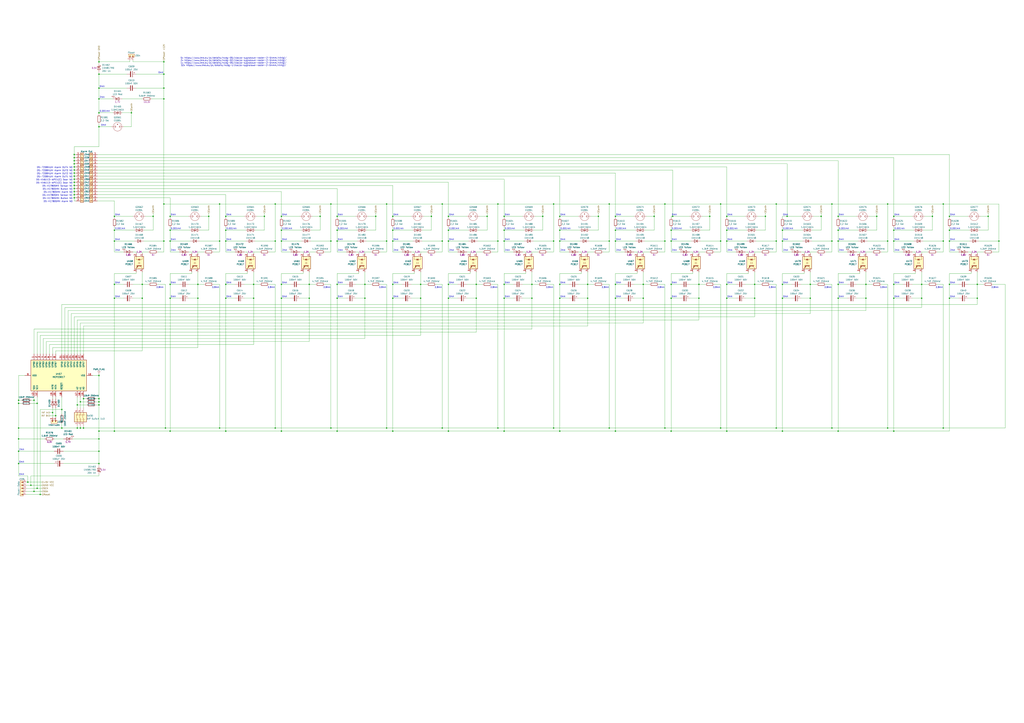
<source format=kicad_sch>
(kicad_sch (version 20231120) (generator "eeschema") (generator_version "8.0")
  (paper "A1")
  (junction (at 15.24 328.93))
  (junction (at 596.9 354.33))
  (junction (at 217.17 177.8))
  (junction (at 322.58 233.68))
  (junction (at 551.18 189.23))
  (junction (at 665.48 245.11))
  (junction (at 720.09 177.8))
  (junction (at 528.32 233.68))
  (junction (at 734.06 354.33))
  (junction (at 15.24 381))
  (junction (at 162.56 233.68))
  (junction (at 820.42 198.12))
  (junction (at 231.14 233.68))
  (junction (at 139.7 198.12))
  (junction (at 299.72 245.11))
  (junction (at 81.28 330.2))
  (junction (at 711.2 233.68))
  (junction (at 734.06 177.8))
  (junction (at 81.28 354.33))
  (junction (at 459.74 354.33))
  (junction (at 414.02 189.23))
  (junction (at 628.65 177.8))
  (junction (at 779.78 233.68))
  (junction (at 574.04 245.11))
  (junction (at 60.96 139.7))
  (junction (at 271.78 351.79))
  (junction (at 683.26 198.12))
  (junction (at 414.02 233.68))
  (junction (at 231.14 189.23))
  (junction (at 637.54 167.64))
  (junction (at 30.48 401.32))
  (junction (at 81.28 104.14))
  (junction (at 180.34 351.79))
  (junction (at 15.24 331.47))
  (junction (at 637.54 198.12))
  (junction (at 574.04 233.68))
  (junction (at 688.34 354.33))
  (junction (at 368.3 354.33))
  (junction (at 116.84 233.68))
  (junction (at 414.02 198.12))
  (junction (at 546.1 167.64))
  (junction (at 345.44 233.68))
  (junction (at 43.18 339.09))
  (junction (at 81.28 81.28))
  (junction (at 734.06 233.68))
  (junction (at 262.89 177.8))
  (junction (at 500.38 351.79))
  (junction (at 756.92 233.68))
  (junction (at 299.72 233.68))
  (junction (at 551.18 245.11))
  (junction (at 459.74 245.11))
  (junction (at 445.77 177.8))
  (junction (at 459.74 189.23))
  (junction (at 231.14 354.33))
  (junction (at 551.18 354.33))
  (junction (at 231.14 198.12))
  (junction (at 802.64 245.11))
  (junction (at 30.48 331.47))
  (junction (at 60.96 152.4))
  (junction (at 60.96 154.94))
  (junction (at 459.74 177.8))
  (junction (at 528.32 245.11))
  (junction (at 765.81 177.8))
  (junction (at 774.7 351.79))
  (junction (at 779.78 198.12))
  (junction (at 60.96 132.08))
  (junction (at 505.46 245.11))
  (junction (at 185.42 354.33))
  (junction (at 208.28 233.68))
  (junction (at 22.86 396.24))
  (junction (at 619.76 233.68))
  (junction (at 482.6 233.68))
  (junction (at 642.62 233.68))
  (junction (at 400.05 177.8))
  (junction (at 546.1 198.12))
  (junction (at 552.45 177.8))
  (junction (at 491.49 177.8))
  (junction (at 619.76 245.11))
  (junction (at 734.06 198.12))
  (junction (at 683.26 351.79))
  (junction (at 368.3 245.11))
  (junction (at 505.46 354.33))
  (junction (at 226.06 198.12))
  (junction (at 642.62 189.23))
  (junction (at 454.66 351.79))
  (junction (at 546.1 351.79))
  (junction (at 60.96 134.62))
  (junction (at 27.94 328.93))
  (junction (at 774.7 198.12))
  (junction (at 688.34 233.68))
  (junction (at 180.34 198.12))
  (junction (at 642.62 354.33))
  (junction (at 596.9 189.23))
  (junction (at 500.38 167.64))
  (junction (at 15.24 351.79))
  (junction (at 368.3 233.68))
  (junction (at 391.16 245.11))
  (junction (at 185.42 177.8))
  (junction (at 63.5 351.79))
  (junction (at 271.78 167.64))
  (junction (at 363.22 351.79))
  (junction (at 414.02 177.8))
  (junction (at 60.96 162.56))
  (junction (at 408.94 351.79))
  (junction (at 139.7 177.8))
  (junction (at 66.04 330.2))
  (junction (at 322.58 198.12))
  (junction (at 811.53 177.8))
  (junction (at 591.82 351.79))
  (junction (at 33.02 406.4))
  (junction (at 60.96 147.32))
  (junction (at 276.86 189.23))
  (junction (at 15.24 360.68))
  (junction (at 50.8 351.79))
  (junction (at 139.7 245.11))
  (junction (at 116.84 245.11))
  (junction (at 322.58 177.8))
  (junction (at 81.28 360.68))
  (junction (at 756.92 245.11))
  (junction (at 728.98 167.64))
  (junction (at 134.62 72.39))
  (junction (at 642.62 245.11))
  (junction (at 368.3 177.8))
  (junction (at 254 233.68))
  (junction (at 734.06 245.11))
  (junction (at 368.3 189.23))
  (junction (at 231.14 245.11))
  (junction (at 505.46 177.8))
  (junction (at 93.98 233.68))
  (junction (at 66.04 351.79))
  (junction (at 276.86 354.33))
  (junction (at 81.28 72.39))
  (junction (at 81.28 92.71))
  (junction (at 60.96 144.78))
  (junction (at 363.22 167.64))
  (junction (at 454.66 198.12))
  (junction (at 591.82 167.64))
  (junction (at 276.86 177.8))
  (junction (at 254 245.11))
  (junction (at 802.64 233.68))
  (junction (at 774.7 167.64))
  (junction (at 134.62 50.8))
  (junction (at 408.94 198.12))
  (junction (at 226.06 351.79))
  (junction (at 60.96 142.24))
  (junction (at 779.78 177.8))
  (junction (at 208.28 245.11))
  (junction (at 185.42 189.23))
  (junction (at 665.48 233.68))
  (junction (at 779.78 189.23))
  (junction (at 81.28 308.61))
  (junction (at 779.78 245.11))
  (junction (at 436.88 233.68))
  (junction (at 93.98 354.33))
  (junction (at 93.98 177.8))
  (junction (at 162.56 245.11))
  (junction (at 68.58 327.66))
  (junction (at 596.9 198.12))
  (junction (at 637.54 351.79))
  (junction (at 596.9 233.68))
  (junction (at 231.14 177.8))
  (junction (at 728.98 198.12))
  (junction (at 134.62 198.12))
  (junction (at 139.7 233.68))
  (junction (at 354.33 177.8))
  (junction (at 505.46 198.12))
  (junction (at 171.45 177.8))
  (junction (at 582.93 177.8))
  (junction (at 276.86 198.12))
  (junction (at 25.4 398.78))
  (junction (at 81.28 60.96))
  (junction (at 81.28 50.8))
  (junction (at 505.46 233.68))
  (junction (at 27.94 403.86))
  (junction (at 93.98 189.23))
  (junction (at 688.34 189.23))
  (junction (at 271.78 198.12))
  (junction (at 414.02 354.33))
  (junction (at 50.8 336.55))
  (junction (at 185.42 233.68))
  (junction (at 45.72 341.63))
  (junction (at 93.98 198.12))
  (junction (at 368.3 198.12))
  (junction (at 436.88 245.11))
  (junction (at 688.34 198.12))
  (junction (at 322.58 189.23))
  (junction (at 688.34 245.11))
  (junction (at 505.46 189.23))
  (junction (at 414.02 245.11))
  (junction (at 63.5 332.74))
  (junction (at 591.82 198.12))
  (junction (at 482.6 245.11))
  (junction (at 674.37 177.8))
  (junction (at 317.5 351.79))
  (junction (at 642.62 198.12))
  (junction (at 408.94 167.64))
  (junction (at 308.61 177.8))
  (junction (at 81.28 332.74))
  (junction (at 688.34 177.8))
  (junction (at 60.96 129.54))
  (junction (at 459.74 198.12))
  (junction (at 537.21 177.8))
  (junction (at 596.9 177.8))
  (junction (at 68.58 351.79))
  (junction (at 276.86 233.68))
  (junction (at 185.42 198.12))
  (junction (at 60.96 160.02))
  (junction (at 81.28 327.66))
  (junction (at 81.28 370.84))
  (junction (at 135.89 351.79))
  (junction (at 60.96 157.48))
  (junction (at 226.06 167.64))
  (junction (at 500.38 198.12))
  (junction (at 60.96 137.16))
  (junction (at 185.42 245.11))
  (junction (at 728.98 351.79))
  (junction (at 125.73 177.8))
  (junction (at 551.18 198.12))
  (junction (at 134.62 167.64))
  (junction (at 60.96 149.86))
  (junction (at 60.96 127))
  (junction (at 15.24 370.84))
  (junction (at 363.22 198.12))
  (junction (at 317.5 198.12))
  (junction (at 734.06 189.23))
  (junction (at 180.34 167.64))
  (junction (at 81.28 381))
  (junction (at 134.62 60.96))
  (junction (at 646.43 177.8))
  (junction (at 134.62 81.28))
  (junction (at 459.74 233.68))
  (junction (at 107.95 92.71))
  (junction (at 391.16 233.68))
  (junction (at 317.5 167.64))
  (junction (at 276.86 245.11))
  (junction (at 322.58 354.33))
  (junction (at 683.26 167.64))
  (junction (at 454.66 167.64))
  (junction (at 139.7 189.23))
  (junction (at 322.58 245.11))
  (junction (at 596.9 245.11))
  (junction (at 345.44 245.11))
  (junction (at 139.7 354.33))
  (junction (at 93.98 245.11))
  (junction (at 711.2 245.11))
  (junction (at 551.18 233.68))
  (wire (pts (xy 208.28 207.01) (xy 208.28 208.28)))
  (wire (pts (xy 135.89 233.68) (xy 135.89 351.79)))
  (wire (pts (xy 38.1 290.83) (xy 38.1 280.67)))
  (wire (pts (xy 180.34 167.64) (xy 180.34 198.12)))
  (wire (pts (xy 759.46 177.8) (xy 765.81 177.8)))
  (wire (pts (xy 678.18 207.01) (xy 683.26 207.01)))
  (wire (pts (xy 454.66 167.64) (xy 454.66 198.12)))
  (wire (pts (xy 43.18 335.28) (xy 43.18 339.09)))
  (wire (pts (xy 68.58 267.97) (xy 68.58 290.83)))
  (wire (pts (xy 107.95 92.71) (xy 107.95 104.14)))
  (wire (pts (xy 619.76 233.68) (xy 619.76 245.11)))
  (wire (pts (xy 619.76 245.11) (xy 619.76 260.35)))
  (wire (pts (xy 262.89 177.8) (xy 262.89 189.23)))
  (wire (pts (xy 574.04 223.52) (xy 574.04 233.68)))
  (wire (pts (xy 363.22 233.68) (xy 363.22 351.79)))
  (wire (pts (xy 60.96 154.94) (xy 60.96 157.48)))
  (wire (pts (xy 756.92 223.52) (xy 756.92 233.68)))
  (wire (pts (xy 208.28 283.21) (xy 40.64 283.21)))
  (wire (pts (xy 568.96 223.52) (xy 568.96 224.79)))
  (wire (pts (xy 81.28 354.33) (xy 81.28 360.68)))
  (wire (pts (xy 637.54 233.68) (xy 632.46 233.68)))
  (wire (pts (xy 78.74 327.66) (xy 81.28 327.66)))
  (wire (pts (xy 408.94 198.12) (xy 408.94 207.01)))
  (wire (pts (xy 119.38 177.8) (xy 125.73 177.8)))
  (wire (pts (xy 93.98 189.23) (xy 93.98 198.12)))
  (wire (pts (xy 15.24 308.61) (xy 15.24 328.93)))
  (wire (pts (xy 734.06 198.12) (xy 734.06 207.01)))
  (wire (pts (xy 139.7 224.79) (xy 157.48 224.79)))
  (wire (pts (xy 429.26 233.68) (xy 436.88 233.68)))
  (wire (pts (xy 226.06 167.64) (xy 226.06 198.12)))
  (wire (pts (xy 22.86 396.24) (xy 34.29 396.24)))
  (wire (pts (xy 254 207.01) (xy 259.08 207.01)))
  (wire (pts (xy 35.56 278.13) (xy 35.56 290.83)))
  (wire (pts (xy 294.64 207.01) (xy 292.1 207.01)))
  (wire (pts (xy 386.08 207.01) (xy 383.54 207.01)))
  (wire (pts (xy 68.58 327.66) (xy 68.58 335.28)))
  (wire (pts (xy 591.82 167.64) (xy 591.82 198.12)))
  (wire (pts (xy 63.5 332.74) (xy 63.5 335.28)))
  (wire (pts (xy 81.28 101.6) (xy 81.28 104.14)))
  (wire (pts (xy 505.46 224.79) (xy 505.46 233.68)))
  (wire (pts (xy 660.4 223.52) (xy 660.4 224.79)))
  (wire (pts (xy 551.18 177.8) (xy 552.45 177.8)))
  (wire (pts (xy 574.04 262.89) (xy 63.5 262.89)))
  (wire (pts (xy 134.62 198.12) (xy 134.62 207.01)))
  (wire (pts (xy 779.78 198.12) (xy 796.29 198.12)))
  (wire (pts (xy 386.08 223.52) (xy 386.08 224.79)))
  (wire (pts (xy 157.48 223.52) (xy 157.48 224.79)))
  (wire (pts (xy 139.7 177.8) (xy 154.94 177.8)))
  (wire (pts (xy 15.24 370.84) (xy 15.24 381)))
  (wire (pts (xy 779.78 224.79) (xy 779.78 233.68)))
  (wire (pts (xy 632.46 207.01) (xy 637.54 207.01)))
  (wire (pts (xy 139.7 177.8) (xy 139.7 179.07)))
  (wire (pts (xy 391.16 207.01) (xy 391.16 208.28)))
  (wire (pts (xy 368.3 233.68) (xy 375.92 233.68)))
  (wire (pts (xy 751.84 208.28) (xy 751.84 207.01)))
  (wire (pts (xy 317.5 198.12) (xy 317.5 207.01)))
  (wire (pts (xy 116.84 233.68) (xy 116.84 245.11)))
  (wire (pts (xy 139.7 224.79) (xy 139.7 233.68)))
  (wire (pts (xy 81.28 49.53) (xy 81.28 50.8)))
  (wire (pts (xy 162.56 223.52) (xy 162.56 233.68)))
  (wire (pts (xy 779.78 127) (xy 779.78 177.8)))
  (wire (pts (xy 80.01 149.86) (xy 368.3 149.86)))
  (wire (pts (xy 134.62 72.39) (xy 134.62 81.28)))
  (wire (pts (xy 276.86 224.79) (xy 276.86 233.68)))
  (wire (pts (xy 439.42 177.8) (xy 445.77 177.8)))
  (wire (pts (xy 438.15 189.23) (xy 445.77 189.23)))
  (wire (pts (xy 271.78 167.64) (xy 317.5 167.64)))
  (wire (pts (xy 60.96 165.1) (xy 62.23 165.1)))
  (wire (pts (xy 711.2 233.68) (xy 716.28 233.68)))
  (wire (pts (xy 459.74 198.12) (xy 476.25 198.12)))
  (wire (pts (xy 414.02 233.68) (xy 414.02 245.11)))
  (wire (pts (xy 642.62 233.68) (xy 642.62 245.11)))
  (wire (pts (xy 779.78 245.11) (xy 787.4 245.11)))
  (wire (pts (xy 162.56 285.75) (xy 162.56 245.11)))
  (wire (pts (xy 63.5 351.79) (xy 66.04 351.79)))
  (wire (pts (xy 596.9 354.33) (xy 642.62 354.33)))
  (wire (pts (xy 163.83 198.12) (xy 180.34 198.12)))
  (wire (pts (xy 345.44 245.11) (xy 345.44 275.59)))
  (wire (pts (xy 482.6 207.01) (xy 482.6 208.28)))
  (wire (pts (xy 66.04 290.83) (xy 66.04 265.43)))
  (wire (pts (xy 93.98 224.79) (xy 93.98 233.68)))
  (wire (pts (xy 81.28 370.84) (xy 81.28 381)))
  (wire (pts (xy 45.72 341.63) (xy 45.72 342.9)))
  (wire (pts (xy 139.7 162.56) (xy 139.7 177.8)))
  (wire (pts (xy 43.18 285.75) (xy 43.18 290.83)))
  (wire (pts (xy 505.46 189.23) (xy 521.97 189.23)))
  (wire (pts (xy 210.82 177.8) (xy 217.17 177.8)))
  (wire (pts (xy 665.48 245.11) (xy 665.48 257.81)))
  (wire (pts (xy 779.78 198.12) (xy 779.78 207.01)))
  (wire (pts (xy 436.88 270.51) (xy 27.94 270.51)))
  (wire (pts (xy 60.96 134.62) (xy 60.96 137.16)))
  (wire (pts (xy 15.24 328.93) (xy 15.24 331.47)))
  (wire (pts (xy 779.78 189.23) (xy 779.78 198.12)))
  (wire (pts (xy 756.92 207.01) (xy 756.92 208.28)))
  (wire (pts (xy 711.2 207.01) (xy 711.2 208.28)))
  (wire (pts (xy 134.62 50.8) (xy 134.62 60.96)))
  (wire (pts (xy 391.16 207.01) (xy 396.24 207.01)))
  (wire (pts (xy 276.86 198.12) (xy 276.86 207.01)))
  (wire (pts (xy 185.42 186.69) (xy 185.42 189.23)))
  (wire (pts (xy 711.2 223.52) (xy 711.2 233.68)))
  (wire (pts (xy 231.14 245.11) (xy 231.14 354.33)))
  (wire (pts (xy 683.26 233.68) (xy 683.26 351.79)))
  (wire (pts (xy 15.24 360.68) (xy 15.24 370.84)))
  (wire (pts (xy 322.58 245.11) (xy 330.2 245.11)))
  (wire (pts (xy 368.3 207.01) (xy 375.92 207.01)))
  (wire (pts (xy 591.82 233.68) (xy 586.74 233.68)))
  (wire (pts (xy 552.45 177.8) (xy 566.42 177.8)))
  (wire (pts (xy 688.34 132.08) (xy 688.34 177.8)))
  (wire (pts (xy 271.78 198.12) (xy 271.78 207.01)))
  (wire (pts (xy 505.46 186.69) (xy 505.46 189.23)))
  (wire (pts (xy 596.9 189.23) (xy 613.41 189.23)))
  (wire (pts (xy 347.98 177.8) (xy 354.33 177.8)))
  (wire (pts (xy 276.86 245.11) (xy 284.48 245.11)))
  (wire (pts (xy 50.8 336.55) (xy 50.8 340.36)))
  (wire (pts (xy 574.04 233.68) (xy 574.04 245.11)))
  (wire (pts (xy 825.5 233.68) (xy 825.5 351.79)))
  (wire (pts (xy 27.94 403.86) (xy 34.29 403.86)))
  (wire (pts (xy 345.44 223.52) (xy 345.44 233.68)))
  (wire (pts (xy 477.52 223.52) (xy 477.52 224.79)))
  (wire (pts (xy 80.01 152.4) (xy 322.58 152.4)))
  (wire (pts (xy 668.02 177.8) (xy 674.37 177.8)))
  (wire (pts (xy 734.06 207.01) (xy 741.68 207.01)))
  (wire (pts (xy 779.78 189.23) (xy 796.29 189.23)))
  (wire (pts (xy 25.4 391.16) (xy 25.4 398.78)))
  (wire (pts (xy 546.1 167.64) (xy 546.1 198.12)))
  (wire (pts (xy 208.28 233.68) (xy 208.28 245.11)))
  (wire (pts (xy 500.38 233.68) (xy 495.3 233.68)))
  (wire (pts (xy 619.76 223.52) (xy 619.76 233.68)))
  (wire (pts (xy 642.62 179.07) (xy 642.62 177.8)))
  (wire (pts (xy 299.72 207.01) (xy 299.72 208.28)))
  (wire (pts (xy 454.66 351.79) (xy 408.94 351.79)))
  (wire (pts (xy 712.47 198.12) (xy 728.98 198.12)))
  (wire (pts (xy 734.06 198.12) (xy 750.57 198.12)))
  (wire (pts (xy 71.12 327.66) (xy 68.58 327.66)))
  (wire (pts (xy 60.96 147.32) (xy 62.23 147.32)))
  (wire (pts (xy 646.43 177.8) (xy 657.86 177.8)))
  (wire (pts (xy 60.96 162.56) (xy 62.23 162.56)))
  (wire (pts (xy 391.16 233.68) (xy 391.16 245.11)))
  (wire (pts (xy 254 280.67) (xy 254 245.11)))
  (wire (pts (xy 392.43 198.12) (xy 408.94 198.12)))
  (wire (pts (xy 60.96 137.16) (xy 62.23 137.16)))
  (wire (pts (xy 203.2 207.01) (xy 200.66 207.01)))
  (wire (pts (xy 728.98 351.79) (xy 774.7 351.79)))
  (wire (pts (xy 81.28 81.28) (xy 92.71 81.28)))
  (wire (pts (xy 111.76 207.01) (xy 109.22 207.01)))
  (wire (pts (xy 60.96 160.02) (xy 60.96 162.56)))
  (wire (pts (xy 505.46 245.11) (xy 505.46 354.33)))
  (wire (pts (xy 124.46 81.28) (xy 134.62 81.28)))
  (wire (pts (xy 392.43 189.23) (xy 400.05 189.23)))
  (wire (pts (xy 368.3 224.79) (xy 368.3 233.68)))
  (wire (pts (xy 688.34 189.23) (xy 704.85 189.23)))
  (wire (pts (xy 688.34 224.79) (xy 688.34 233.68)))
  (wire (pts (xy 171.45 175.26) (xy 171.45 177.8)))
  (wire (pts (xy 551.18 354.33) (xy 596.9 354.33)))
  (wire (pts (xy 276.86 245.11) (xy 276.86 354.33)))
  (wire (pts (xy 774.7 233.68) (xy 769.62 233.68)))
  (wire (pts (xy 820.42 198.12) (xy 820.42 207.01)))
  (wire (pts (xy 723.9 207.01) (xy 728.98 207.01)))
  (wire (pts (xy 688.34 354.33) (xy 734.06 354.33)))
  (wire (pts (xy 66.04 330.2) (xy 71.12 330.2)))
  (wire (pts (xy 276.86 233.68) (xy 276.86 245.11)))
  (wire (pts (xy 185.42 233.68) (xy 185.42 245.11)))
  (wire (pts (xy 688.34 224.79) (xy 706.12 224.79)))
  (wire (pts (xy 779.78 207.01) (xy 787.4 207.01)))
  (wire (pts (xy 292.1 233.68) (xy 299.72 233.68)))
  (wire (pts (xy 354.33 177.8) (xy 354.33 189.23)))
  (wire (pts (xy 774.7 198.12) (xy 774.7 207.01)))
  (wire (pts (xy 568.96 208.28) (xy 568.96 207.01)))
  (wire (pts (xy 276.86 224.79) (xy 294.64 224.79)))
  (wire (pts (xy 276.86 186.69) (xy 276.86 189.23)))
  (wire (pts (xy 231.14 354.33) (xy 276.86 354.33)))
  (wire (pts (xy 551.18 186.69) (xy 551.18 189.23)))
  (wire (pts (xy 226.06 233.68) (xy 226.06 351.79)))
  (wire (pts (xy 414.02 189.23) (xy 414.02 198.12)))
  (wire (pts (xy 15.24 331.47) (xy 17.78 331.47)))
  (wire (pts (xy 621.03 198.12) (xy 637.54 198.12)))
  (wire (pts (xy 805.18 177.8) (xy 811.53 177.8)))
  (wire (pts (xy 505.46 177.8) (xy 520.7 177.8)))
  (wire (pts (xy 795.02 233.68) (xy 802.64 233.68)))
  (wire (pts (xy 185.42 189.23) (xy 201.93 189.23)))
  (wire (pts (xy 50.8 326.39) (xy 50.8 336.55)))
  (wire (pts (xy 81.28 72.39) (xy 104.14 72.39)))
  (wire (pts (xy 217.17 175.26) (xy 217.17 177.8)))
  (wire (pts (xy 596.9 233.68) (xy 604.52 233.68)))
  (wire (pts (xy 734.06 189.23) (xy 750.57 189.23)))
  (wire (pts (xy 797.56 208.28) (xy 797.56 207.01)))
  (wire (pts (xy 118.11 198.12) (xy 134.62 198.12)))
  (wire (pts (xy 180.34 351.79) (xy 226.06 351.79)))
  (wire (pts (xy 45.72 288.29) (xy 116.84 288.29)))
  (wire (pts (xy 256.54 177.8) (xy 262.89 177.8)))
  (wire (pts (xy 774.7 233.68) (xy 774.7 351.79)))
  (wire (pts (xy 642.62 198.12) (xy 659.13 198.12)))
  (wire (pts (xy 728.98 351.79) (xy 683.26 351.79)))
  (wire (pts (xy 209.55 189.23) (xy 217.17 189.23)))
  (wire (pts (xy 505.46 189.23) (xy 505.46 198.12)))
  (wire (pts (xy 63.5 350.52) (xy 63.5 351.79)))
  (wire (pts (xy 551.18 224.79) (xy 551.18 233.68)))
  (wire (pts (xy 15.24 381) (xy 15.24 391.16)))
  (wire (pts (xy 109.22 233.68) (xy 116.84 233.68)))
  (wire (pts (xy 300.99 198.12) (xy 317.5 198.12)))
  (wire (pts (xy 520.7 245.11) (xy 528.32 245.11)))
  (wire (pts (xy 60.96 139.7) (xy 62.23 139.7)))
  (wire (pts (xy 551.18 245.11) (xy 551.18 354.33)))
  (wire (pts (xy 66.04 265.43) (xy 528.32 265.43)))
  (wire (pts (xy 436.88 245.11) (xy 436.88 270.51)))
  (wire (pts (xy 713.74 177.8) (xy 720.09 177.8)))
  (wire (pts (xy 25.4 328.93) (xy 27.94 328.93)))
  (wire (pts (xy 688.34 233.68) (xy 695.96 233.68)))
  (wire (pts (xy 683.26 198.12) (xy 683.26 207.01)))
  (wire (pts (xy 81.28 60.96) (xy 81.28 72.39)))
  (wire (pts (xy 758.19 198.12) (xy 774.7 198.12)))
  (wire (pts (xy 368.3 245.11) (xy 368.3 354.33)))
  (wire (pts (xy 60.96 129.54) (xy 60.96 132.08)))
  (wire (pts (xy 66.04 351.79) (xy 68.58 351.79)))
  (wire (pts (xy 21.59 406.4) (xy 33.02 406.4)))
  (wire (pts (xy 63.5 262.89) (xy 63.5 290.83)))
  (wire (pts (xy 15.24 370.84) (xy 44.45 370.84)))
  (wire (pts (xy 438.15 198.12) (xy 454.66 198.12)))
  (wire (pts (xy 637.54 167.64) (xy 683.26 167.64)))
  (wire (pts (xy 60.96 157.48) (xy 62.23 157.48)))
  (wire (pts (xy 60.96 260.35) (xy 60.96 290.83)))
  (wire (pts (xy 271.78 351.79) (xy 226.06 351.79)))
  (wire (pts (xy 779.78 233.68) (xy 787.4 233.68)))
  (wire (pts (xy 368.3 245.11) (xy 375.92 245.11)))
  (wire (pts (xy 436.88 223.52) (xy 436.88 233.68)))
  (wire (pts (xy 60.96 142.24) (xy 60.96 144.78)))
  (wire (pts (xy 642.62 233.68) (xy 650.24 233.68)))
  (wire (pts (xy 408.94 167.64) (xy 454.66 167.64)))
  (wire (pts (xy 185.42 354.33) (xy 231.14 354.33)))
  (wire (pts (xy 45.72 290.83) (xy 45.72 288.29)))
  (wire (pts (xy 185.42 245.11) (xy 185.42 354.33)))
  (wire (pts (xy 81.28 92.71) (xy 92.71 92.71)))
  (wire (pts (xy 703.58 233.68) (xy 711.2 233.68)))
  (wire (pts (xy 60.96 144.78) (xy 60.96 147.32)))
  (wire (pts (xy 711.2 245.11) (xy 711.2 255.27)))
  (wire (pts (xy 574.04 233.68) (xy 579.12 233.68)))
  (wire (pts (xy 596.9 198.12) (xy 613.41 198.12)))
  (wire (pts (xy 612.14 245.11) (xy 619.76 245.11)))
  (wire (pts (xy 596.9 224.79) (xy 614.68 224.79)))
  (wire (pts (xy 751.84 207.01) (xy 749.3 207.01)))
  (wire (pts (xy 50.8 250.19) (xy 50.8 290.83)))
  (wire (pts (xy 660.4 207.01) (xy 657.86 207.01)))
  (wire (pts (xy 81.28 104.14) (xy 81.28 120.65)))
  (wire (pts (xy 139.7 189.23) (xy 156.21 189.23)))
  (wire (pts (xy 312.42 207.01) (xy 317.5 207.01)))
  (wire (pts (xy 363.22 167.64) (xy 408.94 167.64)))
  (wire (pts (xy 80.01 134.62) (xy 646.43 134.62)))
  (wire (pts (xy 66.04 326.39) (xy 66.04 330.2)))
  (wire (pts (xy 93.98 177.8) (xy 93.98 179.07)))
  (wire (pts (xy 111.76 208.28) (xy 111.76 207.01)))
  (wire (pts (xy 774.7 167.64) (xy 774.7 198.12)))
  (wire (pts (xy 665.48 233.68) (xy 665.48 245.11)))
  (wire (pts (xy 81.28 354.33) (xy 93.98 354.33)))
  (wire (pts (xy 78.74 332.74) (xy 81.28 332.74)))
  (wire (pts (xy 414.02 177.8) (xy 429.26 177.8)))
  (wire (pts (xy 546.1 167.64) (xy 591.82 167.64)))
  (wire (pts (xy 728.98 233.68) (xy 723.9 233.68)))
  (wire (pts (xy 33.02 336.55) (xy 33.02 406.4)))
  (wire (pts (xy 774.7 351.79) (xy 825.5 351.79)))
  (wire (pts (xy 317.5 167.64) (xy 363.22 167.64)))
  (wire (pts (xy 80.01 157.48) (xy 231.14 157.48)))
  (wire (pts (xy 637.54 233.68) (xy 637.54 351.79)))
  (wire (pts (xy 665.48 233.68) (xy 670.56 233.68)))
  (wire (pts (xy 614.68 208.28) (xy 614.68 207.01)))
  (wire (pts (xy 60.96 132.08) (xy 60.96 134.62)))
  (wire (pts (xy 322.58 245.11) (xy 322.58 354.33)))
  (wire (pts (xy 21.59 401.32) (xy 30.48 401.32)))
  (wire (pts (xy 368.3 354.33) (xy 414.02 354.33)))
  (wire (pts (xy 322.58 198.12) (xy 322.58 207.01)))
  (wire (pts (xy 474.98 233.68) (xy 482.6 233.68)))
  (wire (pts (xy 576.58 177.8) (xy 582.93 177.8)))
  (wire (pts (xy 21.59 398.78) (xy 25.4 398.78)))
  (wire (pts (xy 734.06 179.07) (xy 734.06 177.8)))
  (wire (pts (xy 81.28 92.71) (xy 81.28 93.98)))
  (wire (pts (xy 116.84 233.68) (xy 121.92 233.68)))
  (wire (pts (xy 231.14 186.69) (xy 231.14 189.23)))
  (wire (pts (xy 81.28 59.69) (xy 81.28 60.96)))
  (wire (pts (xy 537.21 175.26) (xy 537.21 177.8)))
  (wire (pts (xy 231.14 233.68) (xy 231.14 245.11)))
  (wire (pts (xy 445.77 175.26) (xy 445.77 177.8)))
  (wire (pts (xy 795.02 245.11) (xy 802.64 245.11)))
  (wire (pts (xy 60.96 132.08) (xy 62.23 132.08)))
  (wire (pts (xy 276.86 354.33) (xy 322.58 354.33)))
  (wire (pts (xy 408.94 167.64) (xy 408.94 198.12)))
  (wire (pts (xy 185.42 177.8) (xy 200.66 177.8)))
  (wire (pts (xy 33.02 275.59) (xy 33.02 290.83)))
  (wire (pts (xy 683.26 167.64) (xy 683.26 198.12)))
  (wire (pts (xy 414.02 198.12) (xy 430.53 198.12)))
  (wire (pts (xy 322.58 224.79) (xy 322.58 233.68)))
  (wire (pts (xy 574.04 207.01) (xy 574.04 208.28)))
  (wire (pts (xy 134.62 60.96) (xy 134.62 72.39)))
  (wire (pts (xy 68.58 350.52) (xy 68.58 351.79)))
  (wire (pts (xy 642.62 189.23) (xy 642.62 198.12)))
  (wire (pts (xy 528.32 207.01) (xy 528.32 208.28)))
  (wire (pts (xy 15.24 351.79) (xy 50.8 351.79)))
  (wire (pts (xy 688.34 198.12) (xy 704.85 198.12)))
  (wire (pts (xy 551.18 233.68) (xy 558.8 233.68)))
  (wire (pts (xy 483.87 198.12) (xy 500.38 198.12)))
  (wire (pts (xy 55.88 255.27) (xy 711.2 255.27)))
  (wire (pts (xy 60.96 157.48) (xy 60.96 160.02)))
  (wire (pts (xy 500.38 198.12) (xy 500.38 207.01)))
  (wire (pts (xy 81.28 332.74) (xy 81.28 354.33)))
  (wire (pts (xy 81.28 81.28) (xy 81.28 92.71)))
  (wire (pts (xy 40.64 339.09) (xy 43.18 339.09)))
  (wire (pts (xy 209.55 198.12) (xy 226.06 198.12)))
  (wire (pts (xy 101.6 104.14) (xy 107.95 104.14)))
  (wire (pts (xy 642.62 198.12) (xy 642.62 207.01)))
  (wire (pts (xy 208.28 223.52) (xy 208.28 233.68)))
  (wire (pts (xy 180.34 198.12) (xy 180.34 207.01)))
  (wire (pts (xy 53.34 252.73) (xy 756.92 252.73)))
  (wire (pts (xy 33.02 275.59) (xy 345.44 275.59)))
  (wire (pts (xy 139.7 186.69) (xy 139.7 189.23)))
  (wire (pts (xy 322.58 177.8) (xy 337.82 177.8)))
  (wire (pts (xy 80.01 142.24) (xy 505.46 142.24)))
  (wire (pts (xy 368.3 177.8) (xy 383.54 177.8)))
  (wire (pts (xy 459.74 245.11) (xy 459.74 354.33)))
  (wire (pts (xy 368.3 198.12) (xy 384.81 198.12)))
  (wire (pts (xy 574.04 207.01) (xy 579.12 207.01)))
  (wire (pts (xy 68.58 327.66) (xy 68.58 326.39)))
  (wire (pts (xy 711.2 207.01) (xy 716.28 207.01)))
  (wire (pts (xy 459.74 245.11) (xy 467.36 245.11)))
  (wire (pts (xy 688.34 233.68) (xy 688.34 245.11)))
  (wire (pts (xy 299.72 207.01) (xy 304.8 207.01)))
  (wire (pts (xy 276.86 189.23) (xy 276.86 198.12)))
  (wire (pts (xy 459.74 233.68) (xy 467.36 233.68)))
  (wire (pts (xy 546.1 351.79) (xy 591.82 351.79)))
  (wire (pts (xy 165.1 177.8) (xy 171.45 177.8)))
  (wire (pts (xy 728.98 233.68) (xy 728.98 351.79)))
  (wire (pts (xy 317.5 351.79) (xy 271.78 351.79)))
  (wire (pts (xy 802.64 207.01) (xy 802.64 208.28)))
  (wire (pts (xy 111.76 72.39) (xy 134.62 72.39)))
  (wire (pts (xy 93.98 224.79) (xy 111.76 224.79)))
  (wire (pts (xy 454.66 233.68) (xy 454.66 351.79)))
  (wire (pts (xy 38.1 280.67) (xy 254 280.67)))
  (wire (pts (xy 322.58 152.4) (xy 322.58 177.8)))
  (wire (pts (xy 40.64 283.21) (xy 40.64 290.83)))
  (wire (pts (xy 93.98 186.69) (xy 93.98 189.23)))
  (wire (pts (xy 642.62 245.11) (xy 642.62 354.33)))
  (wire (pts (xy 60.96 149.86) (xy 60.96 152.4)))
  (wire (pts (xy 81.28 72.39) (xy 81.28 81.28)))
  (wire (pts (xy 317.5 233.68) (xy 317.5 351.79)))
  (wire (pts (xy 459.74 144.78) (xy 459.74 177.8)))
  (wire (pts (xy 642.62 245.11) (xy 650.24 245.11)))
  (wire (pts (xy 568.96 207.01) (xy 566.42 207.01)))
  (wire (pts (xy 248.92 223.52) (xy 248.92 224.79)))
  (wire (pts (xy 414.02 198.12) (xy 414.02 207.01)))
  (wire (pts (xy 248.92 208.28) (xy 248.92 207.01)))
  (wire (pts (xy 317.5 167.64) (xy 317.5 198.12)))
  (wire (pts (xy 163.83 189.23) (xy 171.45 189.23)))
  (wire (pts (xy 53.34 252.73) (xy 53.34 290.83)))
  (wire (pts (xy 720.09 177.8) (xy 720.09 189.23)))
  (wire (pts (xy 345.44 233.68) (xy 350.52 233.68)))
  (wire (pts (xy 596.9 177.8) (xy 612.14 177.8)))
  (wire (pts (xy 459.74 177.8) (xy 474.98 177.8)))
  (wire (pts (xy 52.07 370.84) (xy 81.28 370.84)))
  (wire (pts (xy 575.31 198.12) (xy 591.82 198.12)))
  (wire (pts (xy 345.44 233.68) (xy 345.44 245.11)))
  (wire (pts (xy 337.82 245.11) (xy 345.44 245.11)))
  (wire (pts (xy 642.62 207.01) (xy 650.24 207.01)))
  (wire (pts (xy 81.28 50.8) (xy 81.28 52.07)))
  (wire (pts (xy 779.78 354.33) (xy 779.78 245.11)))
  (wire (pts (xy 231.14 189.23) (xy 231.14 198.12)))
  (wire (pts (xy 734.06 177.8) (xy 749.3 177.8)))
  (wire (pts (xy 637.54 167.64) (xy 637.54 198.12)))
  (wire (pts (xy 93.98 245.11) (xy 93.98 354.33)))
  (wire (pts (xy 139.7 245.11) (xy 139.7 354.33)))
  (wire (pts (xy 81.28 327.66) (xy 81.28 308.61)))
  (wire (pts (xy 185.42 207.01) (xy 193.04 207.01)))
  (wire (pts (xy 674.37 175.26) (xy 674.37 177.8)))
  (wire (pts (xy 162.56 233.68) (xy 167.64 233.68)))
  (wire (pts (xy 505.46 233.68) (xy 513.08 233.68)))
  (wire (pts (xy 299.72 223.52) (xy 299.72 233.68)))
  (wire (pts (xy 802.64 233.68) (xy 802.64 245.11)))
  (wire (pts (xy 55.88 255.27) (xy 55.88 290.83)))
  (wire (pts (xy 254 233.68) (xy 259.08 233.68)))
  (wire (pts (xy 80.01 139.7) (xy 552.45 139.7)))
  (wire (pts (xy 139.7 354.33) (xy 185.42 354.33)))
  (wire (pts (xy 116.84 207.01) (xy 116.84 208.28)))
  (wire (pts (xy 255.27 198.12) (xy 271.78 198.12)))
  (wire (pts (xy 528.32 265.43) (xy 528.32 245.11)))
  (wire (pts (xy 386.08 208.28) (xy 386.08 207.01)))
  (wire (pts (xy 551.18 179.07) (xy 551.18 177.8)))
  (wire (pts (xy 642.62 224.79) (xy 642.62 233.68)))
  (wire (pts (xy 505.46 179.07) (xy 505.46 177.8)))
  (wire (pts (xy 135.89 351.79) (xy 180.34 351.79)))
  (wire (pts (xy 93.98 189.23) (xy 110.49 189.23)))
  (wire (pts (xy 254 233.68) (xy 254 245.11)))
  (wire (pts (xy 203.2 223.52) (xy 203.2 224.79)))
  (wire (pts (xy 612.14 233.68) (xy 619.76 233.68)))
  (wire (pts (xy 203.2 208.28) (xy 203.2 207.01)))
  (wire (pts (xy 619.76 260.35) (xy 60.96 260.35)))
  (wire (pts (xy 134.62 167.64) (xy 180.34 167.64)))
  (wire (pts (xy 200.66 233.68) (xy 208.28 233.68)))
  (wire (pts (xy 43.18 326.39) (xy 43.18 327.66)))
  (wire (pts (xy 596.9 189.23) (xy 596.9 198.12)))
  (wire (pts (xy 271.78 167.64) (xy 271.78 198.12)))
  (wire (pts (xy 231.14 245.11) (xy 238.76 245.11)))
  (wire (pts (xy 78.74 330.2) (xy 81.28 330.2)))
  (wire (pts (xy 185.42 233.68) (xy 193.04 233.68)))
  (wire (pts (xy 15.24 328.93) (xy 17.78 328.93)))
  (wire (pts (xy 414.02 224.79) (xy 414.02 233.68)))
  (wire (pts (xy 30.48 273.05) (xy 30.48 290.83)))
  (wire (pts (xy 751.84 223.52) (xy 751.84 224.79)))
  (wire (pts (xy 734.06 354.33) (xy 779.78 354.33)))
  (wire (pts (xy 642.62 224.79) (xy 660.4 224.79)))
  (wire (pts (xy 756.92 233.68) (xy 756.92 245.11)))
  (wire (pts (xy 551.18 224.79) (xy 568.96 224.79)))
  (wire (pts (xy 414.02 224.79) (xy 431.8 224.79)))
  (wire (pts (xy 665.48 207.01) (xy 665.48 208.28)))
  (wire (pts (xy 505.46 354.33) (xy 551.18 354.33)))
  (wire (pts (xy 231.14 198.12) (xy 247.65 198.12)))
  (wire (pts (xy 231.14 189.23) (xy 247.65 189.23)))
  (wire (pts (xy 80.01 137.16) (xy 596.9 137.16)))
  (wire (pts (xy 368.3 233.68) (xy 368.3 245.11)))
  (wire (pts (xy 706.12 223.52) (xy 706.12 224.79)))
  (wire (pts (xy 15.24 351.79) (xy 15.24 360.68)))
  (wire (pts (xy 482.6 267.97) (xy 68.58 267.97)))
  (wire (pts (xy 107.95 91.44) (xy 107.95 92.71)))
  (wire (pts (xy 276.86 189.23) (xy 293.37 189.23)))
  (wire (pts (xy 111.76 223.52) (xy 111.76 224.79)))
  (wire (pts (xy 477.52 208.28) (xy 477.52 207.01)))
  (wire (pts (xy 134.62 167.64) (xy 134.62 198.12)))
  (wire (pts (xy 552.45 139.7) (xy 552.45 177.8)))
  (wire (pts (xy 276.86 154.94) (xy 276.86 177.8)))
  (wire (pts (xy 299.72 245.11) (xy 299.72 278.13)))
  (wire (pts (xy 574.04 245.11) (xy 574.04 262.89)))
  (wire (pts (xy 688.34 179.07) (xy 688.34 177.8)))
  (wire (pts (xy 180.34 167.64) (xy 226.06 167.64)))
  (wire (pts (xy 482.6 245.11) (xy 482.6 267.97)))
  (wire (pts (xy 591.82 198.12) (xy 591.82 207.01)))
  (wire (pts (xy 683.26 233.68) (xy 678.18 233.68)))
  (wire (pts (xy 408.94 233.68) (xy 403.86 233.68)))
  (wire (pts (xy 93.98 245.11) (xy 101.6 245.11)))
  (wire (pts (xy 363.22 351.79) (xy 317.5 351.79)))
  (wire (pts (xy 231.14 157.48) (xy 231.14 177.8)))
  (wire (pts (xy 546.1 233.68) (xy 541.02 233.68)))
  (wire (pts (xy 322.58 224.79) (xy 340.36 224.79)))
  (wire (pts (xy 505.46 233.68) (xy 505.46 245.11)))
  (wire (pts (xy 60.96 134.62) (xy 62.23 134.62)))
  (wire (pts (xy 50.8 250.19) (xy 802.64 250.19)))
  (wire (pts (xy 162.56 207.01) (xy 162.56 208.28)))
  (wire (pts (xy 254 207.01) (xy 254 208.28)))
  (wire (pts (xy 81.28 381) (xy 81.28 382.27)))
  (wire (pts (xy 414.02 245.11) (xy 421.64 245.11)))
  (wire (pts (xy 30.48 331.47) (xy 30.48 326.39)))
  (wire (pts (xy 734.06 245.11) (xy 734.06 354.33)))
  (wire (pts (xy 81.28 104.14) (xy 91.44 104.14)))
  (wire (pts (xy 703.58 245.11) (xy 711.2 245.11)))
  (wire (pts (xy 523.24 208.28) (xy 523.24 207.01)))
  (wire (pts (xy 802.64 207.01) (xy 807.72 207.01)))
  (wire (pts (xy 797.56 207.01) (xy 795.02 207.01)))
  (wire (pts (xy 22.86 391.16) (xy 22.86 396.24)))
  (wire (pts (xy 765.81 177.8) (xy 765.81 189.23)))
  (wire (pts (xy 734.06 129.54) (xy 734.06 177.8)))
  (wire (pts (xy 596.9 207.01) (xy 604.52 207.01)))
  (wire (pts (xy 368.3 189.23) (xy 368.3 198.12)))
  (wire (pts (xy 52.07 381) (xy 81.28 381)))
  (wire (pts (xy 779.78 233.68) (xy 779.78 245.11)))
  (wire (pts (xy 60.96 160.02) (xy 62.23 160.02)))
  (wire (pts (xy 40.64 341.63) (xy 45.72 341.63)))
  (wire (pts (xy 63.5 332.74) (xy 71.12 332.74)))
  (wire (pts (xy 185.42 189.23) (xy 185.42 198.12)))
  (wire (pts (xy 276.86 207.01) (xy 284.48 207.01)))
  (wire (pts (xy 528.32 233.68) (xy 533.4 233.68)))
  (wire (pts (xy 459.74 198.12) (xy 459.74 207.01)))
  (wire (pts (xy 317.5 233.68) (xy 312.42 233.68)))
  (wire (pts (xy 271.78 233.68) (xy 266.7 233.68)))
  (wire (pts (xy 346.71 189.23) (xy 354.33 189.23)))
  (wire (pts (xy 340.36 207.01) (xy 337.82 207.01)))
  (wire (pts (xy 391.16 233.68) (xy 396.24 233.68)))
  (wire (pts (xy 482.6 233.68) (xy 487.68 233.68)))
  (wire (pts (xy 308.61 175.26) (xy 308.61 177.8)))
  (wire (pts (xy 500.38 233.68) (xy 500.38 351.79)))
  (wire (pts (xy 63.5 326.39) (xy 63.5 332.74)))
  (wire (pts (xy 80.01 132.08) (xy 688.34 132.08)))
  (wire (pts (xy 400.05 177.8) (xy 400.05 189.23)))
  (wire (pts (xy 50.8 351.79) (xy 63.5 351.79)))
  (wire (pts (xy 756.92 233.68) (xy 762 233.68)))
  (wire (pts (xy 505.46 198.12) (xy 521.97 198.12)))
  (wire (pts (xy 271.78 233.68) (xy 271.78 351.79)))
  (wire (pts (xy 591.82 233.68) (xy 591.82 351.79)))
  (wire (pts (xy 45.72 326.39) (xy 45.72 327.66)))
  (wire (pts (xy 614.68 223.52) (xy 614.68 224.79)))
  (wire (pts (xy 60.96 162.56) (xy 60.96 165.1)))
  (wire (pts (xy 185.42 224.79) (xy 203.2 224.79)))
  (wire (pts (xy 185.42 160.02) (xy 185.42 177.8)))
  (wire (pts (xy 80.01 162.56) (xy 139.7 162.56)))
  (wire (pts (xy 162.56 207.01) (xy 167.64 207.01)))
  (wire (pts (xy 551.18 198.12) (xy 551.18 207.01)))
  (wire (pts (xy 76.2 308.61) (xy 81.28 308.61)))
  (wire (pts (xy 27.94 328.93) (xy 27.94 403.86)))
  (wire (pts (xy 139.7 198.12) (xy 139.7 207.01)))
  (wire (pts (xy 454.66 233.68) (xy 449.58 233.68)))
  (wire (pts (xy 802.64 250.19) (xy 802.64 245.11)))
  (wire (pts (xy 157.48 207.01) (xy 154.94 207.01)))
  (wire (pts (xy 642.62 354.33) (xy 688.34 354.33)))
  (wire (pts (xy 688.34 177.8) (xy 703.58 177.8)))
  (wire (pts (xy 294.64 223.52) (xy 294.64 224.79)))
  (wire (pts (xy 139.7 189.23) (xy 139.7 198.12)))
  (wire (pts (xy 226.06 167.64) (xy 271.78 167.64)))
  (wire (pts (xy 340.36 223.52) (xy 340.36 224.79)))
  (wire (pts (xy 157.48 208.28) (xy 157.48 207.01)))
  (wire (pts (xy 60.96 142.24) (xy 62.23 142.24)))
  (wire (pts (xy 485.14 177.8) (xy 491.49 177.8)))
  (wire (pts (xy 226.06 198.12) (xy 226.06 207.01)))
  (wire (pts (xy 15.24 331.47) (xy 15.24 351.79)))
  (wire (pts (xy 646.43 134.62) (xy 646.43 177.8)))
  (wire (pts (xy 254 223.52) (xy 254 233.68)))
  (wire (pts (xy 758.19 189.23) (xy 765.81 189.23)))
  (wire (pts (xy 683.26 167.64) (xy 728.98 167.64)))
  (wire (pts (xy 276.86 177.8) (xy 292.1 177.8)))
  (wire (pts (xy 596.9 224.79) (xy 596.9 233.68)))
  (wire (pts (xy 208.28 245.11) (xy 208.28 283.21)))
  (wire (pts (xy 276.86 198.12) (xy 293.37 198.12)))
  (wire (pts (xy 769.62 207.01) (xy 774.7 207.01)))
  (wire (pts (xy 459.74 186.69) (xy 459.74 189.23)))
  (wire (pts (xy 774.7 167.64) (xy 820.42 167.64)))
  (wire (pts (xy 797.56 223.52) (xy 797.56 224.79)))
  (wire (pts (xy 596.9 198.12) (xy 596.9 207.01)))
  (wire (pts (xy 628.65 175.26) (xy 628.65 177.8)))
  (wire (pts (xy 546.1 233.68) (xy 546.1 351.79)))
  (wire (pts (xy 15.24 308.61) (xy 20.32 308.61)))
  (wire (pts (xy 414.02 186.69) (xy 414.02 189.23)))
  (wire (pts (xy 266.7 207.01) (xy 271.78 207.01)))
  (wire (pts (xy 27.94 328.93) (xy 27.94 326.39)))
  (wire (pts (xy 596.9 186.69) (xy 596.9 189.23)))
  (wire (pts (xy 459.74 207.01) (xy 467.36 207.01)))
  (wire (pts (xy 58.42 257.81) (xy 58.42 290.83)))
  (wire (pts (xy 500.38 167.64) (xy 500.38 198.12)))
  (wire (pts (xy 820.42 167.64) (xy 820.42 198.12)))
  (wire (pts (xy 220.98 207.01) (xy 226.06 207.01)))
  (wire (pts (xy 811.53 177.8) (xy 811.53 189.23)))
  (wire (pts (xy 129.54 207.01) (xy 134.62 207.01)))
  (wire (pts (xy 657.86 245.11) (xy 665.48 245.11)))
  (wire (pts (xy 414.02 147.32) (xy 414.02 177.8)))
  (wire (pts (xy 665.48 207.01) (xy 670.56 207.01)))
  (wire (pts (xy 414.02 233.68) (xy 421.64 233.68)))
  (wire (pts (xy 322.58 189.23) (xy 339.09 189.23)))
  (wire (pts (xy 459.74 179.07) (xy 459.74 177.8)))
  (wire (pts (xy 208.28 233.68) (xy 213.36 233.68)))
  (wire (pts (xy 445.77 177.8) (xy 445.77 189.23)))
  (wire (pts (xy 551.18 233.68) (xy 551.18 245.11)))
  (wire (pts (xy 779.78 177.8) (xy 795.02 177.8)))
  (wire (pts (xy 505.46 142.24) (xy 505.46 177.8)))
  (wire (pts (xy 825.5 233.68) (xy 815.34 233.68)))
  (wire (pts (xy 666.75 189.23) (xy 674.37 189.23)))
  (wire (pts (xy 60.96 152.4) (xy 62.23 152.4)))
  (wire (pts (xy 414.02 354.33) (xy 459.74 354.33)))
  (wire (pts (xy 368.3 189.23) (xy 384.81 189.23)))
  (wire (pts (xy 180.34 233.68) (xy 175.26 233.68)))
  (wire (pts (xy 688.34 245.11) (xy 695.96 245.11)))
  (wire (pts (xy 139.7 233.68) (xy 147.32 233.68)))
  (wire (pts (xy 756.92 245.11) (xy 756.92 252.73)))
  (wire (pts (xy 642.62 177.8) (xy 646.43 177.8)))
  (wire (pts (xy 109.22 245.11) (xy 116.84 245.11)))
  (wire (pts (xy 109.22 50.8) (xy 134.62 50.8)))
  (wire (pts (xy 43.18 339.09) (xy 43.18 342.9)))
  (wire (pts (xy 33.02 336.55) (xy 50.8 336.55)))
  (wire (pts (xy 619.76 207.01) (xy 619.76 208.28)))
  (wire (pts (xy 25.4 398.78) (xy 34.29 398.78)))
  (wire (pts (xy 393.7 177.8) (xy 400.05 177.8)))
  (wire (pts (xy 81.28 391.16) (xy 81.28 389.89)))
  (wire (pts (xy 21.59 403.86) (xy 27.94 403.86)))
  (wire (pts (xy 231.14 207.01) (xy 238.76 207.01)))
  (wire (pts (xy 436.88 233.68) (xy 441.96 233.68)))
  (wire (pts (xy 25.4 331.47) (xy 30.48 331.47)))
  (wire (pts (xy 500.38 167.64) (xy 546.1 167.64)))
  (wire (pts (xy 255.27 189.23) (xy 262.89 189.23)))
  (wire (pts (xy 642.62 186.69) (xy 642.62 189.23)))
  (wire (pts (xy 391.16 223.52) (xy 391.16 233.68)))
  (wire (pts (xy 566.42 233.68) (xy 574.04 233.68)))
  (wire (pts (xy 665.48 223.52) (xy 665.48 233.68)))
  (wire (pts (xy 81.28 360.68) (xy 81.28 370.84)))
  (wire (pts (xy 60.96 144.78) (xy 62.23 144.78)))
  (wire (pts (xy 80.01 165.1) (xy 93.98 165.1)))
  (wire (pts (xy 383.54 233.68) (xy 391.16 233.68)))
  (wire (pts (xy 706.12 207.01) (xy 703.58 207.01)))
  (wire (pts (xy 749.3 233.68) (xy 756.92 233.68)))
  (wire (pts (xy 27.94 270.51) (xy 27.94 290.83)))
  (wire (pts (xy 529.59 189.23) (xy 537.21 189.23)))
  (wire (pts (xy 712.47 189.23) (xy 720.09 189.23)))
  (wire (pts (xy 596.9 233.68) (xy 596.9 245.11)))
  (wire (pts (xy 116.84 223.52) (xy 116.84 233.68)))
  (wire (pts (xy 93.98 354.33) (xy 139.7 354.33)))
  (wire (pts (xy 520.7 233.68) (xy 528.32 233.68)))
  (wire (pts (xy 93.98 165.1) (xy 93.98 177.8)))
  (wire (pts (xy 262.89 175.26) (xy 262.89 177.8)))
  (wire (pts (xy 802.64 223.52) (xy 802.64 233.68)))
  (wire (pts (xy 802.64 233.68) (xy 807.72 233.68)))
  (wire (pts (xy 60.96 154.94) (xy 62.23 154.94)))
  (wire (pts (xy 231.14 233.68) (xy 238.76 233.68)))
  (wire (pts (xy 106.68 50.8) (xy 106.68 49.53)))
  (wire (pts (xy 299.72 233.68) (xy 299.72 245.11)))
  (wire (pts (xy 363.22 233.68) (xy 358.14 233.68)))
  (wire (pts (xy 15.24 391.16) (xy 22.86 391.16)))
  (wire (pts (xy 551.18 189.23) (xy 567.69 189.23)))
  (wire (pts (xy 80.01 127) (xy 779.78 127)))
  (wire (pts (xy 734.06 186.69) (xy 734.06 189.23)))
  (wire (pts (xy 431.8 208.28) (xy 431.8 207.01)))
  (wire (pts (xy 728.98 167.64) (xy 774.7 167.64)))
  (wire (pts (xy 93.98 233.68) (xy 101.6 233.68)))
  (wire (pts (xy 93.98 198.12) (xy 110.49 198.12)))
  (wire (pts (xy 459.74 189.23) (xy 476.25 189.23)))
  (wire (pts (xy 322.58 207.01) (xy 330.2 207.01)))
  (wire (pts (xy 340.36 208.28) (xy 340.36 207.01)))
  (wire (pts (xy 528.32 223.52) (xy 528.32 233.68)))
  (wire (pts (xy 734.06 224.79) (xy 751.84 224.79)))
  (wire (pts (xy 734.06 233.68) (xy 741.68 233.68)))
  (wire (pts (xy 491.49 175.26) (xy 491.49 177.8)))
  (wire (pts (xy 337.82 233.68) (xy 345.44 233.68)))
  (wire (pts (xy 803.91 189.23) (xy 811.53 189.23)))
  (wire (pts (xy 294.64 208.28) (xy 294.64 207.01)))
  (wire (pts (xy 666.75 198.12) (xy 683.26 198.12)))
  (wire (pts (xy 622.3 177.8) (xy 628.65 177.8)))
  (wire (pts (xy 246.38 245.11) (xy 254 245.11)))
  (wire (pts (xy 44.45 360.68) (xy 52.07 360.68)))
  (wire (pts (xy 734.06 224.79) (xy 734.06 233.68)))
  (wire (pts (xy 93.98 198.12) (xy 93.98 207.01)))
  (wire (pts (xy 81.28 330.2) (xy 81.28 327.66)))
  (wire (pts (xy 231.14 224.79) (xy 248.92 224.79)))
  (wire (pts (xy 688.34 198.12) (xy 688.34 207.01)))
  (wire (pts (xy 25.4 391.16) (xy 81.28 391.16)))
  (wire (pts (xy 765.81 175.26) (xy 765.81 177.8)))
  (wire (pts (xy 779.78 224.79) (xy 797.56 224.79)))
  (wire (pts (xy 111.76 60.96) (xy 134.62 60.96)))
  (wire (pts (xy 688.34 245.11) (xy 688.34 354.33)))
  (wire (pts (xy 637.54 198.12) (xy 637.54 207.01)))
  (wire (pts (xy 299.72 233.68) (xy 304.8 233.68)))
  (wire (pts (xy 217.17 177.8) (xy 217.17 189.23)))
  (wire (pts (xy 688.34 186.69) (xy 688.34 189.23)))
  (wire (pts (xy 200.66 245.11) (xy 208.28 245.11)))
  (wire (pts (xy 248.92 207.01) (xy 246.38 207.01)))
  (wire (pts (xy 292.1 245.11) (xy 299.72 245.11)))
  (wire (pts (xy 15.24 360.68) (xy 36.83 360.68)))
  (wire (pts (xy 505.46 224.79) (xy 523.24 224.79)))
  (wire (pts (xy 134.62 49.53) (xy 134.62 50.8)))
  (wire (pts (xy 368.3 149.86) (xy 368.3 177.8)))
  (wire (pts (xy 665.48 257.81) (xy 58.42 257.81)))
  (wire (pts (xy 171.45 177.8) (xy 171.45 189.23)))
  (wire (pts (xy 614.68 207.01) (xy 612.14 207.01)))
  (wire (pts (xy 363.22 167.64) (xy 363.22 198.12)))
  (wire (pts (xy 116.84 207.01) (xy 121.92 207.01)))
  (wire (pts (xy 60.96 139.7) (xy 60.96 142.24)))
  (wire (pts (xy 118.11 189.23) (xy 125.73 189.23)))
  (wire (pts (xy 180.34 233.68) (xy 180.34 351.79)))
  (wire (pts (xy 528.32 233.68) (xy 528.32 245.11)))
  (wire (pts (xy 628.65 177.8) (xy 628.65 189.23)))
  (wire (pts (xy 815.34 207.01) (xy 820.42 207.01)))
  (wire (pts (xy 368.3 186.69) (xy 368.3 189.23)))
  (wire (pts (xy 551.18 245.11) (xy 558.8 245.11)))
  (wire (pts (xy 60.96 129.54) (xy 62.23 129.54)))
  (wire (pts (xy 811.53 175.26) (xy 811.53 177.8)))
  (wire (pts (xy 231.14 177.8) (xy 246.38 177.8)))
  (wire (pts (xy 368.3 179.07) (xy 368.3 177.8)))
  (wire (pts (xy 60.96 120.65) (xy 60.96 127)))
  (wire (pts (xy 231.14 198.12) (xy 231.14 207.01)))
  (wire (pts (xy 139.7 233.68) (xy 139.7 245.11)))
  (wire (pts (xy 363.22 198.12) (xy 363.22 207.01)))
  (wire (pts (xy 162.56 285.75) (xy 43.18 285.75)))
  (wire (pts (xy 81.28 60.96) (xy 104.14 60.96)))
  (wire (pts (xy 495.3 207.01) (xy 500.38 207.01)))
  (wire (pts (xy 546.1 198.12) (xy 546.1 207.01)))
  (wire (pts (xy 459.74 224.79) (xy 459.74 233.68)))
  (wire (pts (xy 231.14 224.79) (xy 231.14 233.68)))
  (wire (pts (xy 408.94 233.68) (xy 408.94 351.79)))
  (wire (pts (xy 226.06 233.68) (xy 220.98 233.68)))
  (wire (pts (xy 459.74 189.23) (xy 459.74 198.12)))
  (wire (pts (xy 30.48 401.32) (xy 34.29 401.32)))
  (wire (pts (xy 660.4 208.28) (xy 660.4 207.01)))
  (wire (pts (xy 322.58 179.07) (xy 322.58 177.8)))
  (wire (pts (xy 803.91 198.12) (xy 820.42 198.12)))
  (wire (pts (xy 688.34 207.01) (xy 695.96 207.01)))
  (wire (pts (xy 30.48 331.47) (xy 30.48 401.32)))
  (wire (pts (xy 322.58 233.68) (xy 322.58 245.11)))
  (wire (pts (xy 779.78 179.07) (xy 779.78 177.8)))
  (wire (pts (xy 436.88 207.01) (xy 436.88 208.28)))
  (wire (pts (xy 596.9 179.07) (xy 596.9 177.8)))
  (wire (pts (xy 322.58 233.68) (xy 330.2 233.68)))
  (wire (pts (xy 596.9 245.11) (xy 604.52 245.11)))
  (wire (pts (xy 483.87 189.23) (xy 491.49 189.23)))
  (wire (pts (xy 60.96 147.32) (xy 60.96 149.86)))
  (wire (pts (xy 276.86 233.68) (xy 284.48 233.68)))
  (wire (pts (xy 619.76 207.01) (xy 624.84 207.01)))
  (wire (pts (xy 459.74 224.79) (xy 477.52 224.79)))
  (wire (pts (xy 414.02 207.01) (xy 421.64 207.01)))
  (wire (pts (xy 368.3 224.79) (xy 386.08 224.79)))
  (wire (pts (xy 621.03 189.23) (xy 628.65 189.23)))
  (wire (pts (xy 60.96 149.86) (xy 62.23 149.86)))
  (wire (pts (xy 551.18 189.23) (xy 551.18 198.12)))
  (wire (pts (xy 154.94 245.11) (xy 162.56 245.11)))
  (wire (pts (xy 429.26 245.11) (xy 436.88 245.11)))
  (wire (pts (xy 208.28 207.01) (xy 213.36 207.01)))
  (wire (pts (xy 505.46 198.12) (xy 505.46 207.01)))
  (wire (pts (xy 322.58 198.12) (xy 339.09 198.12)))
  (wire (pts (xy 391.16 273.05) (xy 30.48 273.05)))
  (wire (pts (xy 185.42 179.07) (xy 185.42 177.8)))
  (wire (pts (xy 491.49 177.8) (xy 491.49 189.23)))
  (wire (pts (xy 93.98 233.68) (xy 93.98 245.11)))
  (wire (pts (xy 505.46 207.01) (xy 513.08 207.01)))
  (wire (pts (xy 523.24 223.52) (xy 523.24 224.79)))
  (wire (pts (xy 637.54 351.79) (xy 683.26 351.79)))
  (wire (pts (xy 21.59 396.24) (xy 22.86 396.24)))
  (wire (pts (xy 81.28 120.65) (xy 60.96 120.65)))
  (wire (pts (xy 125.73 177.8) (xy 125.73 189.23)))
  (wire (pts (xy 596.9 137.16) (xy 596.9 177.8)))
  (wire (pts (xy 185.42 198.12) (xy 185.42 207.01)))
  (wire (pts (xy 358.14 207.01) (xy 363.22 207.01)))
  (wire (pts (xy 322.58 189.23) (xy 322.58 198.12)))
  (wire (pts (xy 60.96 152.4) (xy 60.96 154.94)))
  (wire (pts (xy 505.46 245.11) (xy 513.08 245.11)))
  (wire (pts (xy 431.8 223.52) (xy 431.8 224.79)))
  (wire (pts (xy 391.16 245.11) (xy 391.16 273.05)))
  (wire (pts (xy 109.22 50.8) (xy 109.22 49.53)))
  (wire (pts (xy 345.44 207.01) (xy 350.52 207.01)))
  (wire (pts (xy 582.93 177.8) (xy 582.93 189.23)))
  (wire (pts (xy 276.86 179.07) (xy 276.86 177.8)))
  (wire (pts (xy 474.98 245.11) (xy 482.6 245.11)))
  (wire (pts (xy 619.76 233.68) (xy 624.84 233.68)))
  (wire (pts (xy 734.06 189.23) (xy 734.06 198.12)))
  (wire (pts (xy 80.01 154.94) (xy 276.86 154.94)))
  (wire (pts (xy 586.74 207.01) (xy 591.82 207.01)))
  (wire (pts (xy 400.05 175.26) (xy 400.05 177.8)))
  (wire (pts (xy 185.42 198.12) (xy 201.93 198.12)))
  (wire (pts (xy 185.42 245.11) (xy 193.04 245.11)))
  (wire (pts (xy 734.06 245.11) (xy 741.68 245.11)))
  (wire (pts (xy 125.73 175.26) (xy 125.73 177.8)))
  (wire (pts (xy 537.21 177.8) (xy 537.21 189.23)))
  (wire (pts (xy 551.18 198.12) (xy 567.69 198.12)))
  (wire (pts (xy 60.96 137.16) (xy 60.96 139.7)))
  (wire (pts (xy 322.58 186.69) (xy 322.58 189.23)))
  (wire (pts (xy 134.62 81.28) (xy 134.62 167.64)))
  (wire (pts (xy 596.9 245.11) (xy 596.9 354.33)))
  (wire (pts (xy 59.69 360.68) (xy 81.28 360.68)))
  (wire (pts (xy 688.34 189.23) (xy 688.34 198.12)))
  (wire (pts (xy 139.7 245.11) (xy 147.32 245.11)))
  (wire (pts (xy 139.7 207.01) (xy 147.32 207.01)))
  (wire (pts (xy 129.54 233.68) (xy 135.89 233.68)))
  (wire (pts (xy 50.8 347.98) (xy 50.8 351.79)))
  (wire (pts (xy 66.04 350.52) (xy 66.04 351.79)))
  (wire (pts (xy 302.26 177.8) (xy 308.61 177.8)))
  (wire (pts (xy 431.8 207.01) (xy 429.26 207.01)))
  (wire (pts (xy 368.3 198.12) (xy 368.3 207.01)))
  (wire (pts (xy 720.09 175.26) (xy 720.09 177.8)))
  (wire (pts (xy 500.38 351.79) (xy 546.1 351.79)))
  (wire (pts (xy 728.98 167.64) (xy 728.98 198.12)))
  (wire (pts (xy 591.82 351.79) (xy 637.54 351.79)))
  (wire (pts (xy 139.7 198.12) (xy 156.21 198.12)))
  (wire (pts (xy 414.02 245.11) (xy 414.02 354.33)))
  (wire (pts (xy 60.96 127) (xy 62.23 127)))
  (wire (pts (xy 66.04 330.2) (xy 66.04 335.28)))
  (wire (pts (xy 414.02 189.23) (xy 430.53 189.23)))
  (wire (pts (xy 582.93 175.26) (xy 582.93 177.8)))
  (wire (pts (xy 530.86 177.8) (xy 537.21 177.8)))
  (wire (pts (xy 436.88 207.01) (xy 441.96 207.01)))
  (wire (pts (xy 68.58 351.79) (xy 135.89 351.79)))
  (wire (pts (xy 100.33 92.71) (xy 107.95 92.71)))
  (wire (pts (xy 81.28 50.8) (xy 106.68 50.8)))
  (wire (pts (xy 642.62 189.23) (xy 659.13 189.23)))
  (wire (pts (xy 414.02 179.07) (xy 414.02 177.8)))
  (wire (pts (xy 246.38 233.68) (xy 254 233.68)))
  (wire (pts (xy 300.99 189.23) (xy 308.61 189.23)))
  (wire (pts (xy 33.02 406.4) (xy 34.29 406.4)))
  (wire (pts (xy 454.66 198.12) (xy 454.66 207.01)))
  (wire (pts (xy 477.52 207.01) (xy 474.98 207.01)))
  (wire (pts (xy 45.72 335.28) (xy 45.72 341.63)))
  (wire (pts (xy 657.86 233.68) (xy 665.48 233.68)))
  (wire (pts (xy 80.01 147.32) (xy 414.02 147.32)))
  (wire (pts (xy 308.61 177.8) (xy 308.61 189.23)))
  (wire (pts (xy 551.18 207.01) (xy 558.8 207.01)))
  (wire (pts (xy 779.78 186.69) (xy 779.78 189.23)))
  (wire (pts (xy 575.31 189.23) (xy 582.93 189.23)))
  (wire (pts (xy 60.96 127) (xy 60.96 129.54)))
  (wire (pts (xy 566.42 245.11) (xy 574.04 245.11)))
  (wire (pts (xy 403.86 207.01) (xy 408.94 207.01)))
  (wire (pts (xy 482.6 223.52) (xy 482.6 233.68)))
  (wire (pts (xy 408.94 351.79) (xy 363.22 351.79)))
  (wire (pts (xy 93.98 177.8) (xy 109.22 177.8)))
  (wire (pts (xy 482.6 233.68) (xy 482.6 245.11)))
  (wire (pts (xy 706.12 208.28) (xy 706.12 207.01)))
  (wire (pts (xy 154.94 233.68) (xy 162.56 233.68)))
  (wire (pts (xy 728.98 198.12) (xy 728.98 207.01)))
  (wire (pts (xy 299.72 278.13) (xy 35.56 278.13)))
  (wire (pts (xy 749.3 245.11) (xy 756.92 245.11)))
  (wire (pts (xy 15.24 381) (xy 44.45 381)))
  (wire (pts (xy 185.42 224.79) (xy 185.42 233.68)))
  (wire (pts (xy 454.66 167.64) (xy 500.38 167.64)))
  (wire (pts (xy 734.06 233.68) (xy 734.06 245.11)))
  (wire (pts (xy 345.44 207.01) (xy 345.44 208.28)))
  (wire (pts (xy 541.02 207.01) (xy 546.1 207.01)))
  (wire (pts (xy 80.01 129.54) (xy 734.06 129.54)))
  (wire (pts (xy 591.82 167.64) (xy 637.54 167.64)))
  (wire (pts (xy 185.42 160.02) (xy 80.01 160.02)))
  (wire (pts (xy 81.28 332.74) (xy 81.28 330.2)))
  (wire (pts (xy 482.6 207.01) (xy 487.68 207.01)))
  (wire (pts (xy 93.98 207.01) (xy 101.6 207.01)))
  (wire (pts (xy 116.84 288.29) (xy 116.84 245.11)))
  (wire (pts (xy 756.92 207.01) (xy 762 207.01)))
  (wire (pts (xy 523.24 207.01) (xy 520.7 207.01)))
  (wire (pts (xy 454.66 351.79) (xy 500.38 351.79)))
  (wire (pts (xy 80.01 144.78) (xy 459.74 144.78)))
  (wire (pts (xy 322.58 354.33) (xy 368.3 354.33)))
  (wire (pts (xy 436.88 233.68) (xy 436.88 245.11)))
  (wire (pts (xy 346.71 198.12) (xy 363.22 198.12)))
  (wire (pts (xy 354.33 175.26) (xy 354.33 177.8)))
  (wire (pts (xy 674.37 177.8) (xy 674.37 189.23)))
  (wire (pts (xy 529.59 198.12) (xy 546.1 198.12)))
  (wire (pts (xy 383.54 245.11) (xy 391.16 245.11)))
  (wire (pts (xy 528.32 207.01) (xy 533.4 207.01)))
  (wire (pts (xy 459.74 233.68) (xy 459.74 245.11)))
  (wire (pts (xy 459.74 354.33) (xy 505.46 354.33)))
  (wire (pts (xy 100.33 81.28) (xy 116.84 81.28)))
  (wire (pts (xy 449.58 207.01) (xy 454.66 207.01)))
  (wire (pts (xy 175.26 207.01) (xy 180.34 207.01)))
  (wire (pts (xy 231.14 179.07) (xy 231.14 177.8)))
  (wire (pts (xy 711.2 233.68) (xy 711.2 245.11)))
  (wire (pts (xy 81.28 307.34) (xy 81.28 308.61)))
  (wire (pts (xy 162.56 233.68) (xy 162.56 245.11)))
  (text "0mA" (at 416.56 232.41 0) (effects (font (size 1.27 1.27))))
  (text "2mA" (at 690.88 205.74 0) (effects (font (size 1.27 1.27))))
  (text "0,001mA" (at 788.67 187.96 0) (effects (font (size 1.27 1.27)) (justify right)))
  (text "0mA" (at 83.82 71.12 0) (effects (font (size 1.27 1.27))))
  (text "0,001mA" (at 514.35 187.96 0) (effects (font (size 1.27 1.27)) (justify right)))
  (text "3,8mA" (at 494.03 236.22 0) (effects (font (size 1.27 1.27)) (justify left)))
  (text "DS-K1T805MX Button NO" (at 59.69 163.83 0) (effects (font (size 1.27 1.27)) (justify right bottom)))
  (text "0mA" (at 96.52 176.53 0) (effects (font (size 1.27 1.27))))
  (text "0,001mA" (at 742.95 187.96 0) (effects (font (size 1.27 1.27)) (justify right)))
  (text "2mA" (at 279.4 205.74 0) (effects (font (size 1.27 1.27))))
  (text "3,8mA" (at 676.91 236.22 0) (effects (font (size 1.27 1.27)) (justify left)))
  (text "0mA" (at 599.44 243.84 0) (effects (font (size 1.27 1.27))))
  (text "0mA" (at 553.72 243.84 0) (effects (font (size 1.27 1.27))))
  (text "2mA" (at 553.72 205.74 0) (effects (font (size 1.27 1.27))))
  (text "0mA" (at 187.96 196.85 0) (effects (font (size 1.27 1.27))))
  (text "0mA" (at 599.44 232.41 0) (effects (font (size 1.27 1.27))))
  (text "0mA" (at 782.32 176.53 0) (effects (font (size 1.27 1.27))))
  (text "0mA" (at 370.84 232.41 0) (effects (font (size 1.27 1.27))))
  (text "0mA" (at 279.4 232.41 0) (effects (font (size 1.27 1.27))))
  (text "DS-7208HUHI Alarm OUT1 NO" (at 59.69 146.05 0) (effects (font (size 1.27 1.27)) (justify right bottom)))
  (text "0mA" (at 17.78 389.89 0) (effects (font (size 1.27 1.27))))
  (text "3,8mA" (at 631.19 236.22 0) (effects (font (size 1.27 1.27)) (justify left)))
  (text "DS-7208HUHI Alarm OUT4 NO" (at 59.69 138.43 0) (effects (font (size 1.27 1.27)) (justify right bottom)))
  (text "0mA" (at 736.6 176.53 0) (effects (font (size 1.27 1.27))))
  (text "DS-K1T805MX Sensor NC" (at 59.69 161.29 0) (effects (font (size 1.27 1.27)) (justify right bottom)))
  (text "0,001mA" (at 468.63 187.96 0) (effects (font (size 1.27 1.27)) (justify right)))
  (text "DS-K1T805MX Alarm NO" (at 59.69 166.37 0) (effects (font (size 1.27 1.27)) (justify right bottom)))
  (text "0mA" (at 416.56 243.84 0) (effects (font (size 1.27 1.27))))
  (text "0mA" (at 233.68 243.84 0) (effects (font (size 1.27 1.27))))
  (text "0mA" (at 325.12 176.53 0) (effects (font (size 1.27 1.27))))
  (text "0mA" (at 508 232.41 0) (effects (font (size 1.27 1.27))))
  (text "3,8mA" (at 448.31 236.22 0) (effects (font (size 1.27 1.27)) (justify left)))
  (text "0,001mA" (at 90.17 91.44 0) (effects (font (size 1.27 1.27)) (justify right)))
  (text "0,001mA" (at 194.31 187.96 0) (effects (font (size 1.27 1.27)) (justify right)))
  (text "3,8mA" (at 219.71 236.22 0) (effects (font (size 1.27 1.27)) (justify left)))
  (text "2mA" (at 83.82 80.01 0) (effects (font (size 1.27 1.27))))
  (text "0mA" (at 599.44 176.53 0) (effects (font (size 1.27 1.27))))
  (text "0mA" (at 233.68 176.53 0) (effects (font (size 1.27 1.27))))
  (text "2mA" (at 187.96 205.74 0) (effects (font (size 1.27 1.27))))
  (text "0mA" (at 416.56 176.53 0) (effects (font (size 1.27 1.27))))
  (text "0mA" (at 370.84 196.85 0) (effects (font (size 1.27 1.27))))
  (text "3,8mA" (at 814.07 236.22 0) (effects (font (size 1.27 1.27)) (justify left)))
  (text "0mA" (at 279.4 243.84 0) (effects (font (size 1.27 1.27))))
  (text "0mA" (at 370.84 176.53 0) (effects (font (size 1.27 1.27))))
  (text "0mA" (at 416.56 196.85 0) (effects (font (size 1.27 1.27))))
  (text "0mA" (at 553.72 176.53 0) (effects (font (size 1.27 1.27))))
  (text "0,001mA" (at 285.75 187.96 0) (effects (font (size 1.27 1.27)) (justify right)))
  (text "0mA" (at 325.12 232.41 0) (effects (font (size 1.27 1.27))))
  (text "0,001mA" (at 697.23 187.96 0) (effects (font (size 1.27 1.27)) (justify right)))
  (text "3,8mA" (at 585.47 236.22 0) (effects (font (size 1.27 1.27)) (justify left)))
  (text "0mA" (at 645.16 232.41 0) (effects (font (size 1.27 1.27))))
  (text "0,001mA" (at 377.19 187.96 0) (effects (font (size 1.27 1.27)) (justify right)))
  (text "2mA" (at 508 205.74 0) (effects (font (size 1.27 1.27))))
  (text "3,8mA" (at 722.63 236.22 0) (effects (font (size 1.27 1.27)) (justify left)))
  (text "DS-K1T805MX Button NO" (at 59.69 156.21 0) (effects (font (size 1.27 1.27)) (justify right bottom)))
  (text "0mA" (at 736.6 232.41 0) (effects (font (size 1.27 1.27))))
  (text "0mA" (at 782.32 232.41 0) (effects (font (size 1.27 1.27))))
  (text "DS-KV6113-WPE1(C) Door NO" (at 59.69 151.13 0) (effects (font (size 1.27 1.27)) (justify right bottom)))
  (text "0mA" (at 279.4 176.53 0) (effects (font (size 1.27 1.27))))
  (text "0,001mA" (at 102.87 187.96 0) (effects (font (size 1.27 1.27)) (justify right)))
  (text "0mA" (at 508 176.53 0) (effects (font (size 1.27 1.27))))
  (text "0mA" (at 553.72 196.85 0) (effects (font (size 1.27 1.27))))
  (text "0mA" (at 187.96 232.41 0) (effects (font (size 1.27 1.27))))
  (text "3,8mA" (at 402.59 236.22 0) (effects (font (size 1.27 1.27)) (justify left)))
  (text "0mA" (at 187.96 243.84 0) (effects (font (size 1.27 1.27))))
  (text "0,001mA" (at 331.47 187.96 0) (effects (font (size 1.27 1.27)) (justify right)))
  (text "0,001mA" (at 148.59 187.96 0) (effects (font (size 1.27 1.27)) (justify right)))
  (text "0mA" (at 462.28 196.85 0) (effects (font (size 1.27 1.27))))
  (text "0mA" (at 325.12 196.85 0) (effects (font (size 1.27 1.27))))
  (text "2mA" (at 17.78 369.57 0) (effects (font (size 1.27 1.27))))
  (text "0mA" (at 279.4 196.85 0) (effects (font (size 1.27 1.27))))
  (text "0,001mA" (at 651.51 187.96 0) (effects (font (size 1.27 1.27)) (justify right)))
  (text "0mA" (at 645.16 176.53 0) (effects (font (size 1.27 1.27))))
  (text "DS-KV6113-WPE1(C) Door NO" (at 59.69 148.59 0) (effects (font (size 1.27 1.27)) (justify right bottom)))
  (text "2mA" (at 736.6 205.74 0) (effects (font (size 1.27 1.27))))
  (text "3,8mA" (at 768.35 236.22 0) (effects (font (size 1.27 1.27)) (justify left)))
  (text "0mA" (at 132.08 59.69 0) (effects (font (size 1.27 1.27))))
  (text "DS-K1T805MX Sensor NC" (at 59.69 153.67 0) (effects (font (size 1.27 1.27)) (justify right bottom)))
  (text "0mA" (at 690.88 232.41 0) (effects (font (size 1.27 1.27))))
  (text "2mA" (at 370.84 205.74 0) (effects (font (size 1.27 1.27))))
  (text "0mA" (at 508 196.85 0) (effects (font (size 1.27 1.27))))
  (text "0mA" (at 96.52 232.41 0) (effects (font (size 1.27 1.27))))
  (text "0mA" (at 462.28 232.41 0) (effects (font (size 1.27 1.27))))
  (text "2mA" (at 142.24 205.74 0) (effects (font (size 1.27 1.27))))
  (text "0mA" (at 233.68 196.85 0) (effects (font (size 1.27 1.27))))
  (text "0mA" (at 645.16 196.85 0) (effects (font (size 1.27 1.27))))
  (text "DS-7208HUHI Alarm OUT2 NO" (at 59.69 143.51 0) (effects (font (size 1.27 1.27)) (justify right bottom)))
  (text "0mA" (at 142.24 243.84 0) (effects (font (size 1.27 1.27))))
  (text "0,001mA" (at 240.03 187.96 0) (effects (font (size 1.27 1.27)) (justify right)))
  (text "2mA" (at 782.32 205.74 0) (effects (font (size 1.27 1.27))))
  (text "3,8mA" (at 311.15 236.22 0) (effects (font (size 1.27 1.27)) (justify left)))
  (text "2mA" (at 325.12 205.74 0) (effects (font (size 1.27 1.27))))
  (text "0,001mA" (at 605.79 187.96 0) (effects (font (size 1.27 1.27)) (justify right)))
  (text "0mA" (at 325.12 243.84 0) (effects (font (size 1.27 1.27))))
  (text "0mA" (at 645.16 243.84 0) (effects (font (size 1.27 1.27))))
  (text "3,8mA" (at 539.75 236.22 0) (effects (font (size 1.27 1.27)) (justify left)))
  (text "0mA" (at 736.6 196.85 0) (effects (font (size 1.27 1.27))))
  (text "0mA" (at 553.72 232.41 0) (effects (font (size 1.27 1.27))))
  (text "0mA" (at 736.6 243.84 0) (effects (font (size 1.27 1.27))))
  (text "0mA" (at 690.88 243.84 0) (effects (font (size 1.27 1.27))))
  (text "3,8mA" (at 356.87 236.22 0) (effects (font (size 1.27 1.27)) (justify left)))
  (text "0mA" (at 690.88 176.53 0) (effects (font (size 1.27 1.27))))
  (text "2mA" (at 599.44 205.74 0) (effects (font (size 1.27 1.27))))
  (text "0mA" (at 782.32 196.85 0) (effects (font (size 1.27 1.27))))
  (text "3,8mA" (at 265.43 236.22 0) (effects (font (size 1.27 1.27)) (justify left)))
  (text "0mA" (at 96.52 196.85 0) (effects (font (size 1.27 1.27))))
  (text "0mA" (at 142.24 232.41 0) (effects (font (size 1.27 1.27))))
  (text "0mA" (at 690.88 196.85 0) (effects (font (size 1.27 1.27))))
  (text "2mA" (at 645.16 205.74 0) (effects (font (size 1.27 1.27))))
  (text "0mA" (at 142.24 196.85 0) (effects (font (size 1.27 1.27))))
  (text "0mA" (at 142.24 176.53 0) (effects (font (size 1.27 1.27))))
  (text "2mA" (at 416.56 205.74 0) (effects (font (size 1.27 1.27))))
  (text "0mA" (at 508 243.84 0) (effects (font (size 1.27 1.27))))
  (text "0mA" (at 85.09 102.87 0) (effects (font (size 1.27 1.27))))
  (text "2mA" (at 462.28 205.74 0) (effects (font (size 1.27 1.27))))
  (text "0mA" (at 782.32 243.84 0) (effects (font (size 1.27 1.27))))
  (text "0mA" (at 370.84 243.84 0) (effects (font (size 1.27 1.27))))
  (text "DS-7208HUHI Alarm OUT3 NO" (at 59.69 140.97 0) (effects (font (size 1.27 1.27)) (justify right bottom)))
  (text "0mA" (at 462.28 243.84 0) (effects (font (size 1.27 1.27))))
  (text "0,001mA" (at 560.07 187.96 0) (effects (font (size 1.27 1.27)) (justify right)))
  (text "2mA" (at 96.52 205.74 0) (effects (font (size 1.27 1.27))))
  (text "5x https://www.tme.eu/pl/details/ncdg-05/zlacza-sygnalowe-raster-2-54mm/ninigi/\n2x https://www.tme.eu/pl/details/ncdg-02/zlacza-sygnalowe-raster-2-54mm/ninigi/\n1x https://www.tme.eu/pl/details/ncdg-05/zlacza-sygnalowe-raster-2-54mm/ninigi/\n32x https://www.tme.eu/pl/details/ncdg-t/zlacza-sygnalowe-raster-2-54mm/ninigi/\n" (at 191.77 50.8 0) (effects (font (size 1.27 1.27))))
  (text "0mA" (at 233.68 232.41 0) (effects (font (size 1.27 1.27))))
  (text "3,8mA" (at 173.99 236.22 0) (effects (font (size 1.27 1.27)) (justify left)))
  (text "0mA" (at 17.78 379.73 0) (effects (font (size 1.27 1.27))))
  (text "DS-K1T805MX Alarm NO" (at 59.69 158.75 0) (effects (font (size 1.27 1.27)) (justify right bottom)))
  (text "0mA" (at 462.28 176.53 0) (effects (font (size 1.27 1.27))))
  (text "0mA" (at 599.44 196.85 0) (effects (font (size 1.27 1.27))))
  (text "0mA" (at 96.52 243.84 0) (effects (font (size 1.27 1.27))))
  (text "0,001mA" (at 422.91 187.96 0) (effects (font (size 1.27 1.27)) (justify right)))
  (text "3,8mA" (at 128.27 236.22 0) (effects (font (size 1.27 1.27)) (justify left)))
  (text "2mA" (at 233.68 205.74 0) (effects (font (size 1.27 1.27))))
  (text "0mA" (at 187.96 176.53 0) (effects (font (size 1.27 1.27))))
  (hierarchical_label "Power +12V" (shape input) (at 134.62 49.53 90))
  (hierarchical_label "INT B" (shape output) (at 40.64 341.63 180))
  (hierarchical_label "Earth" (shape input) (at 628.65 175.26 90))
  (hierarchical_label "Power GND" (shape input) (at 81.28 49.53 90))
  (hierarchical_label "SCK" (shape input) (at 34.29 401.32 0))
  (hierarchical_label "Earth" (shape input) (at 125.73 175.26 90))
  (hierarchical_label "Earth" (shape input) (at 400.05 175.26 90))
  (hierarchical_label "Earth" (shape input) (at 765.81 175.26 90))
  (hierarchical_label "Reset" (shape input) (at 34.29 406.4 0))
  (hierarchical_label "Earth" (shape input) (at 674.37 175.26 90))
  (hierarchical_label "Earth" (shape input) (at 582.93 175.26 90))
  (hierarchical_label "Earth" (shape input) (at 217.17 175.26 90))
  (hierarchical_label "INT A" (shape output) (at 40.64 339.09 180))
  (hierarchical_label "Earth" (shape input) (at 537.21 175.26 90))
  (hierarchical_label "Earth" (shape input) (at 720.09 175.26 90))
  (hierarchical_label "GND VCC" (shape input) (at 34.29 398.78 0))
  (hierarchical_label "Earth" (shape input) (at 107.95 91.44 90))
  (hierarchical_label "Earth" (shape input) (at 171.45 175.26 90))
  (hierarchical_label "Earth" (shape input) (at 491.49 175.26 90))
  (hierarchical_label "SDA" (shape input) (at 34.29 403.86 0))
  (hierarchical_label "Earth" (shape input) (at 445.77 175.26 90))
  (hierarchical_label "Earth" (shape input) (at 811.53 175.26 90))
  (hierarchical_label "+5V VCC" (shape input) (at 34.29 396.24 0))
  (hierarchical_label "Earth" (shape input) (at 354.33 175.26 90))
  (hierarchical_label "Earth" (shape input) (at 262.89 175.26 90))
  (hierarchical_label "Earth" (shape input) (at 308.61 175.26 90))
  (symbol (lib_id "Device:C") (at 516.89 233.68 90) (unit 1) (on_board no)
    (property "Reference" "C627" (at 516.89 227.33 90))
    (property "Value" "100n" (effects (hide yes)))
    (property "Footprint" "Capacitor_THT:C_Disc_D3.0mm_W1.6mm_P2.50mm" (effects (hide yes)))
    (property "Datasheet" "https://www.tme.eu/Document/e69911e065ed5e1d0ce354af6c563ca3/CC-4.7.pdf" (effects (hide yes)))
    (property "Description" "100nF 50V" (at 516.89 229.87 90))
    (property "Sklep" "https://www.tme.eu/pl/details/cc-100n/kondensatory-ceramiczne-tht/sr-passives/" (effects (hide yes)))
    (property "Model" "CC100N" (effects (hide yes)))
  )
  (symbol (lib_id "Device:R") (at 308.61 207.01 90) (unit 1) (on_board no)
    (property "Reference" "R1596" (at 308.61 201.93 90))
    (property "Value" "4.3k" (effects (hide yes)))
    (property "Footprint" "PCM_Resistor_THT_AKL:R_Axial_DIN0207_L6.3mm_D2.5mm_P7.62mm_Horizontal" (effects (hide yes)))
    (property "Datasheet" "https://www.tme.eu/Document/3b68a2c15adddc45017f1757c33e8b45/cf_resistor.pdf" (effects (hide yes)))
    (property "Description" "4,3kR 250mW" (at 308.61 204.47 90))
    (property "Vdrop" "9V" (at 308.61 209.55 90))
    (property "Sklep" "https://www.tme.eu/pl/details/cf1_4w-4k3/rezystory-tht/sr-passives/" (effects (hide yes)))
    (property "Model" "CF1/4W-4K3" (effects (hide yes)))
  )
  (symbol (lib_id "Device:R") (at 171.45 207.01 90) (unit 1) (on_board no)
    (property "Reference" "R1587" (at 171.45 201.93 90))
    (property "Value" "4.3k" (effects (hide yes)))
    (property "Footprint" "PCM_Resistor_THT_AKL:R_Axial_DIN0207_L6.3mm_D2.5mm_P7.62mm_Horizontal" (effects (hide yes)))
    (property "Datasheet" "https://www.tme.eu/Document/3b68a2c15adddc45017f1757c33e8b45/cf_resistor.pdf" (effects (hide yes)))
    (property "Description" "4,3kR 250mW" (at 171.45 204.47 90))
    (property "Vdrop" "9V" (at 171.45 209.55 90))
    (property "Sklep" "https://www.tme.eu/pl/details/cf1_4w-4k3/rezystory-tht/sr-passives/" (effects (hide yes)))
    (property "Model" "CF1/4W-4K3" (effects (hide yes)))
  )
  (symbol (lib_id "Diode:1N4001") (at 434.34 198.12 180) (unit 1) (on_board no)
    (property "Reference" "D1489" (at 434.34 193.04 0))
    (property "Value" "1.1" (effects (hide yes)))
    (property "Footprint" "Diode_THT:D_DO-35_SOD27_P7.62mm_Horizontal" (effects (hide yes)))
    (property "Datasheet" "https://www.tme.eu/Document/c6f6445616a0da67965224a113dd79b5/1n4148.pdf" (effects (hide yes)))
    (property "Description" "1N4148" (at 434.34 195.58 0))
    (property "Model" "1N4148" (effects (hide yes)))
    (property "Sklep" "https://www.tme.eu/pl/details/1n4148-dio/diody-uniwersalne-tht/diotec-semiconductor/1n4148/" (effects (hide yes)))
  )
  (symbol (lib_id "Device:R") (at 21.59 331.47 270) (mirror x) (unit 1) (on_board no)
    (property "Reference" "R1575" (at 21.59 331.47 90))
    (property "Value" "10k" (effects (hide yes)))
    (property "Footprint" "Resistor_THT:R_Axial_DIN0204_L3.6mm_D1.6mm_P5.08mm_Horizontal" (effects (hide yes)))
    (property "Datasheet" "https://www.tme.eu/Document/3b68a2c15adddc45017f1757c33e8b45/cf_resistor.pdf" (effects (hide yes)))
    (property "Description" "10kR 250mW" (effects (hide yes)))
    (property "Sklep" "https://www.tme.eu/pl/details/cf1_4ws-10k/rezystory-tht/sr-passives/" (effects (hide yes)))
    (property "Model" "CF1/4WS-10K" (effects (hide yes)))
  )
  (symbol (lib_id "Diode:SMAJ12CA") (at 708.66 189.23 0) (unit 1) (on_board no)
    (property "Reference" "D1506" (at 708.66 184.15 0))
    (property "Value" "13.6" (effects (hide yes)))
    (property "Footprint" "PCM_Diode_THT_AKL:D_DO-201AD_P5.08mm_Vertical_TVS" (effects (hide yes)))
    (property "Datasheet" "https://www.tme.eu/Document/a419b9d761a3cd53877021c8515284cc/1.5KExx_ser.pdf" (effects (hide yes)))
    (property "Description" "1.5KE16CA" (at 708.66 186.69 0))
    (property "Sklep" "https://www.tme.eu/pl/details/1.5ke16ca-cdi/diody-transil-tht-dwukierunkowe/cdil/1-5ke16ca/" (effects (hide yes)))
    (property "Model" "1.5KE16CA" (effects (hide yes)))
  )
  (symbol (lib_id "Device:C") (at 288.29 233.68 90) (unit 1) (on_board no)
    (property "Reference" "C617" (at 288.29 227.33 90))
    (property "Value" "100n" (effects (hide yes)))
    (property "Footprint" "Capacitor_THT:C_Disc_D3.0mm_W1.6mm_P2.50mm" (effects (hide yes)))
    (property "Datasheet" "https://www.tme.eu/Document/e69911e065ed5e1d0ce354af6c563ca3/CC-4.7.pdf" (effects (hide yes)))
    (property "Description" "100nF 50V" (at 288.29 229.87 90))
    (property "Sklep" "https://www.tme.eu/pl/details/cc-100n/kondensatory-ceramiczne-tht/sr-passives/" (effects (hide yes)))
    (property "Model" "CC100N" (effects (hide yes)))
  )
  (symbol (lib_id "Device:LED") (at 288.29 207.01 0) (mirror x) (unit 1) (on_board no)
    (property "Reference" "D1478" (at 288.29 200.66 0))
    (property "Value" "2" (effects (hide yes)))
    (property "Footprint" "LED_THT:LED_D5.0mm" (effects (hide yes)))
    (property "Datasheet" "https://html.alldatasheet.pl/html-pdf/1091833/LITEON/LTL2R3KYD-EM/782/3/LTL2R3KYD-EM.html" (effects (hide yes)))
    (property "Description" "LED Yellow" (at 288.29 203.2 0))
    (property "Sklep" "https://www.tme.eu/pl/details/ltl2r3kyd-em/diody-led-tht-okragle/liteon/" (effects (hide yes)))
    (property "Model" "LTL2R3KYD-EM" (effects (hide yes)))
    (property "Vdrop" "1,8V" (at 288.29 209.55 0))
  )
  (symbol (lib_id "Diode:1N5817") (at 81.28 386.08 270) (mirror x) (unit 1) (on_board no)
    (property "Reference" "D1463" (at 78.74 383.54 90) (effects (justify right)))
    (property "Value" "0,5" (effects (hide yes)))
    (property "Footprint" "Diode_THT:D_DO-41_SOD81_P10.16mm_Horizontal" (effects (hide yes)))
    (property "Datasheet" "https://www.tme.eu/Document/0d1d02df040a1d261ec72bc7cea12a90/1N5817-R0.pdf" (effects (hide yes)))
    (property "Description" "20V 1A" (at 78.74 388.62 90) (effects (justify right)))
    (property "Model" "1N5817R0" (at 78.74 386.08 90) (effects (justify right)))
    (property "Sklep" "https://www.tme.eu/pl/details/1n5817-r0/diody-schottky-tht/taiwan-semiconductor/1n5817-r0/" (effects (hide yes)))
    (property "Vdrop" "0,5V" (at 82.55 386.08 90) (effects (justify left)))
  )
  (symbol (lib_id "Device:C") (at 107.95 72.39 90) (unit 1) (on_board no)
    (property "Reference" "C610" (at 107.95 66.04 90))
    (property "Value" "100n" (effects (hide yes)))
    (property "Footprint" "Capacitor_THT:C_Disc_D3.0mm_W1.6mm_P2.50mm" (effects (hide yes)))
    (property "Datasheet" "https://www.tme.eu/Document/e69911e065ed5e1d0ce354af6c563ca3/CC-4.7.pdf" (effects (hide yes)))
    (property "Description" "100nF 50V" (at 107.95 68.58 90))
    (property "Sklep" "https://www.tme.eu/pl/details/cc-100n/kondensatory-ceramiczne-tht/sr-passives/" (effects (hide yes)))
    (property "Model" "CC100N" (effects (hide yes)))
  )
  (symbol (lib_id "Isolator:PC817") (at 480.06 215.9 270) (unit 1) (on_board no)
    (property "Reference" "U466" (at 474.98 214.63 90) (effects (justify right)))
    (property "Value" "PC817" (at 474.98 217.17 90) (effects (justify right)))
    (property "Footprint" "Package_DIP:DIP-4_W10.16mm" (effects (hide yes)))
    (property "Datasheet" "https://www.tme.eu/Document/a44648d0c533aa5a12f7c0032496b022/PC817X1NIP1B.pdf" (effects (hide yes)))
    (property "Description" "DC Optocoupler, Vce 35V, CTR 50-300%, DIP-4" (effects (hide yes)))
    (property "Vdrop" "1,2V" (at 480.06 207.01 90))
    (property "Model" "PC817X1NIP1B" (effects (hide yes)))
    (property "Sklep" "https://www.tme.eu/pl/details/pc817x1nip1b/transoptory-wyjscie-analogowe/sharp/" (effects (hide yes)))
  )
  (symbol (lib_id "PCM_SL_Pin_Headers:PINHD_1x5_Male") (at 17.78 401.32 180) (unit 1) (on_board no)
    (property "Reference" "J336" (at 17.78 393.7 0))
    (property "Value" "Pin Header 1x5 Male" (effects (hide yes)))
    (property "Footprint" "Connector_PinHeader_2.54mm:PinHeader_1x05_P2.54mm_Vertical" (effects (hide yes)))
    (property "Datasheet" "https://www.tme.eu/Document/f9d608b97b9d96b2a823a7d0da30e024/NCWD.pdf" (effects (hide yes)))
    (property "Description" "Power-Data" (at 15.24 401.32 90))
    (property "Sklep" "https://www.tme.eu/pl/details/ncdw-05/zlacza-sygnalowe-raster-2-54mm/ninigi/" (effects (hide yes)))
    (property "Model" "NCDW-05" (effects (hide yes)))
  )
  (symbol (lib_id "Device:C_Polarized") (at 654.05 245.11 270) (unit 1) (on_board no)
    (property "Reference" "C634" (at 654.05 238.76 90))
    (property "Value" "100u" (effects (hide yes)))
    (property "Footprint" "Capacitor_THT:CP_Radial_D6.3mm_P2.50mm" (effects (hide yes)))
    (property "Datasheet" "https://www.tme.eu/Document/b444ee8e17ff8a581790e632c20227ec/ELITE-PF.pdf" (effects (hide yes)))
    (property "Description" "100uF 25V" (at 654.05 241.3 90))
    (property "Sklep" "https://www.tme.eu/pl/details/pf1e101mnn6311u/kondensatory-elektrolityczne-tht/elite/" (effects (hide yes)))
    (property "Model" " PF1E101MNN6311U" (effects (hide yes)))
  )
  (symbol (lib_id "Device:R") (at 139.7 182.88 0) (unit 1) (on_board no)
    (property "Reference" "R1586" (at 140.97 181.61 0) (effects (justify left)))
    (property "Value" "2.2" (effects (hide yes)))
    (property "Footprint" "PCM_Resistor_THT_AKL:R_Axial_DIN0617_L17.0mm_D6.0mm_P20.32mm_Horizontal" (effects (hide yes)))
    (property "Datasheet" "https://www.tme.eu/Document/1d010f0222836cb51567e6715d044023/ROYALOHM-KNP.pdf" (effects (hide yes)))
    (property "Description" "2,2 5W" (at 140.97 184.15 0) (effects (justify left)))
    (property "Sklep" "https://www.tme.eu/pl/details/knp05ws-2r2/rezystory-mocy/royal-ohm/knp05sj022jaa9/" (effects (hide yes)))
    (property "Model" "KNP05SJ022JAA9" (effects (hide yes)))
  )
  (symbol (lib_id "Device:R") (at 582.93 207.01 90) (unit 1) (on_board no)
    (property "Reference" "R1614" (at 582.93 201.93 90))
    (property "Value" "4.3k" (effects (hide yes)))
    (property "Footprint" "PCM_Resistor_THT_AKL:R_Axial_DIN0207_L6.3mm_D2.5mm_P7.62mm_Horizontal" (effects (hide yes)))
    (property "Datasheet" "https://www.tme.eu/Document/3b68a2c15adddc45017f1757c33e8b45/cf_resistor.pdf" (effects (hide yes)))
    (property "Description" "4,3kR 250mW" (at 582.93 204.47 90))
    (property "Vdrop" "9V" (at 582.93 209.55 90))
    (property "Sklep" "https://www.tme.eu/pl/details/cf1_4w-4k3/rezystory-tht/sr-passives/" (effects (hide yes)))
    (property "Model" "CF1/4W-4K3" (effects (hide yes)))
  )
  (symbol (lib_id "Connector:Screw_Terminal_01x02") (at 67.31 162.56 0) (unit 1) (on_board no)
    (property "Reference" "J345" (at 68.58 165.1 0) (effects (justify left)))
    (property "Value" "HikVision NO Screw_Terminal_01x02" (effects (hide yes)))
    (property "Footprint" "TerminalBlock_Phoenix:TerminalBlock_Phoenix_MKDS-1,5-2-5.08_1x02_P5.08mm_Horizontal" (effects (hide yes)))
    (property "Datasheet" "https://www.tme.eu/Document/f51a03041b1d4d8bd506b648158db844/EB147A-XX-D.pdf" (effects (hide yes)))
    (property "Description" "Alarm Out" (effects (hide yes)))
    (property "Sklep" "https://www.tme.eu/pl/details/eb147a-02-d/listwy-zaciskowe-do-druku/adam-tech/" (effects (hide yes)))
    (property "Model" "EB147A-02-D" (effects (hide yes)))
  )
  (symbol (lib_id "PCM_SL_Pin_Headers:PINHD_1x2_Male") (at 107.95 45.72 90) (unit 1) (on_board no)
    (property "Reference" "J354" (at 110.49 45.72 90) (effects (justify right)))
    (property "Value" "Pin Header 1x2 Male" (effects (hide yes)))
    (property "Footprint" "Connector_PinHeader_2.54mm:PinHeader_1x02_P2.54mm_Vertical" (effects (hide yes)))
    (property "Datasheet" "https://www.tme.eu/Document/f9d608b97b9d96b2a823a7d0da30e024/NCWD.pdf" (effects (hide yes)))
    (property "Description" "Power" (at 107.95 43.18 90))
    (property "Sklep" "https://www.tme.eu/pl/details/ncdw-02/zlacza-sygnalowe-raster-2-54mm/ninigi/" (effects (hide yes)))
    (property "Model" "NCDW-02" (effects (hide yes)))
  )
  (symbol (lib_id "Diode:1N4001") (at 480.06 198.12 180) (unit 1) (on_board no)
    (property "Reference" "D1492" (at 480.06 193.04 0))
    (property "Value" "1.1" (effects (hide yes)))
    (property "Footprint" "Diode_THT:D_DO-35_SOD27_P7.62mm_Horizontal" (effects (hide yes)))
    (property "Datasheet" "https://www.tme.eu/Document/c6f6445616a0da67965224a113dd79b5/1n4148.pdf" (effects (hide yes)))
    (property "Description" "1N4148" (at 480.06 195.58 0))
    (property "Model" "1N4148" (effects (hide yes)))
    (property "Sklep" "https://www.tme.eu/pl/details/1n4148-dio/diody-uniwersalne-tht/diotec-semiconductor/1n4148/" (effects (hide yes)))
  )
  (symbol (lib_id "Diode:SMAJ12CA") (at 160.02 189.23 0) (unit 1) (on_board no)
    (property "Reference" "D1470" (at 160.02 184.15 0))
    (property "Value" "13.6" (effects (hide yes)))
    (property "Footprint" "PCM_Diode_THT_AKL:D_DO-201AD_P5.08mm_Vertical_TVS" (effects (hide yes)))
    (property "Datasheet" "https://www.tme.eu/Document/a419b9d761a3cd53877021c8515284cc/1.5KExx_ser.pdf" (effects (hide yes)))
    (property "Description" "1.5KE16CA" (at 160.02 186.69 0))
    (property "Sklep" "https://www.tme.eu/pl/details/1.5ke16ca-cdi/diody-transil-tht-dwukierunkowe/cdil/1-5ke16ca/" (effects (hide yes)))
    (property "Model" "1.5KE16CA" (effects (hide yes)))
  )
  (symbol (lib_id "Diode:1N4001") (at 800.1 198.12 180) (unit 1) (on_board no)
    (property "Reference" "D1513" (at 800.1 193.04 0))
    (property "Value" "1.1" (effects (hide yes)))
    (property "Footprint" "Diode_THT:D_DO-35_SOD27_P7.62mm_Horizontal" (effects (hide yes)))
    (property "Datasheet" "https://www.tme.eu/Document/c6f6445616a0da67965224a113dd79b5/1n4148.pdf" (effects (hide yes)))
    (property "Description" "1N4148" (at 800.1 195.58 0))
    (property "Model" "1N4148" (effects (hide yes)))
    (property "Sklep" "https://www.tme.eu/pl/details/1n4148-dio/diody-uniwersalne-tht/diotec-semiconductor/1n4148/" (effects (hide yes)))
  )
  (symbol (lib_id "Device:C") (at 379.73 233.68 90) (unit 1) (on_board no)
    (property "Reference" "C621" (at 379.73 227.33 90))
    (property "Value" "100n" (effects (hide yes)))
    (property "Footprint" "Capacitor_THT:C_Disc_D3.0mm_W1.6mm_P2.50mm" (effects (hide yes)))
    (property "Datasheet" "https://www.tme.eu/Document/e69911e065ed5e1d0ce354af6c563ca3/CC-4.7.pdf" (effects (hide yes)))
    (property "Description" "100nF 50V" (at 379.73 229.87 90))
    (property "Sklep" "https://www.tme.eu/pl/details/cc-100n/kondensatory-ceramiczne-tht/sr-passives/" (effects (hide yes)))
    (property "Model" "CC100N" (effects (hide yes)))
  )
  (symbol (lib_id "Device:R") (at 217.17 207.01 90) (unit 1) (on_board no)
    (property "Reference" "R1590" (at 217.17 201.93 90))
    (property "Value" "4.3k" (effects (hide yes)))
    (property "Footprint" "PCM_Resistor_THT_AKL:R_Axial_DIN0207_L6.3mm_D2.5mm_P7.62mm_Horizontal" (effects (hide yes)))
    (property "Datasheet" "https://www.tme.eu/Document/3b68a2c15adddc45017f1757c33e8b45/cf_resistor.pdf" (effects (hide yes)))
    (property "Description" "4,3kR 250mW" (at 217.17 204.47 90))
    (property "Vdrop" "9V" (at 217.17 209.55 90))
    (property "Sklep" "https://www.tme.eu/pl/details/cf1_4w-4k3/rezystory-tht/sr-passives/" (effects (hide yes)))
    (property "Model" "CF1/4W-4K3" (effects (hide yes)))
  )
  (symbol (lib_id "Device:C") (at 608.33 233.68 90) (unit 1) (on_board no)
    (property "Reference" "C631" (at 608.33 227.33 90))
    (property "Value" "100n" (effects (hide yes)))
    (property "Footprint" "Capacitor_THT:C_Disc_D3.0mm_W1.6mm_P2.50mm" (effects (hide yes)))
    (property "Datasheet" "https://www.tme.eu/Document/e69911e065ed5e1d0ce354af6c563ca3/CC-4.7.pdf" (effects (hide yes)))
    (property "Description" "100nF 50V" (at 608.33 229.87 90))
    (property "Sklep" "https://www.tme.eu/pl/details/cc-100n/kondensatory-ceramiczne-tht/sr-passives/" (effects (hide yes)))
    (property "Model" "CC100N" (effects (hide yes)))
  )
  (symbol (lib_id "Isolator:PC817") (at 205.74 215.9 270) (unit 1) (on_board no)
    (property "Reference" "U460" (at 200.66 214.63 90) (effects (justify right)))
    (property "Value" "PC817" (at 200.66 217.17 90) (effects (justify right)))
    (property "Footprint" "Package_DIP:DIP-4_W10.16mm" (effects (hide yes)))
    (property "Datasheet" "https://www.tme.eu/Document/a44648d0c533aa5a12f7c0032496b022/PC817X1NIP1B.pdf" (effects (hide yes)))
    (property "Description" "DC Optocoupler, Vce 35V, CTR 50-300%, DIP-4" (effects (hide yes)))
    (property "Vdrop" "1,2V" (at 205.74 207.01 90))
    (property "Model" "PC817X1NIP1B" (effects (hide yes)))
    (property "Sklep" "https://www.tme.eu/pl/details/pc817x1nip1b/transoptory-wyjscie-analogowe/sharp/" (effects (hide yes)))
  )
  (symbol (lib_id "Device:LED") (at 471.17 207.01 0) (mirror x) (unit 1) (on_board no)
    (property "Reference" "D1490" (at 471.17 200.66 0))
    (property "Value" "2" (effects (hide yes)))
    (property "Footprint" "LED_THT:LED_D5.0mm" (effects (hide yes)))
    (property "Datasheet" "https://html.alldatasheet.pl/html-pdf/1091833/LITEON/LTL2R3KYD-EM/782/3/LTL2R3KYD-EM.html" (effects (hide yes)))
    (property "Description" "LED Yellow" (at 471.17 203.2 0))
    (property "Sklep" "https://www.tme.eu/pl/details/ltl2r3kyd-em/diody-led-tht-okragle/liteon/" (effects (hide yes)))
    (property "Model" "LTL2R3KYD-EM" (effects (hide yes)))
    (property "Vdrop" "1,8V" (at 471.17 209.55 0))
  )
  (symbol (lib_id "Device:R") (at 688.34 182.88 0) (unit 1) (on_board no)
    (property "Reference" "R1622" (at 689.61 181.61 0) (effects (justify left)))
    (property "Value" "2.2" (effects (hide yes)))
    (property "Footprint" "PCM_Resistor_THT_AKL:R_Axial_DIN0617_L17.0mm_D6.0mm_P20.32mm_Horizontal" (effects (hide yes)))
    (property "Datasheet" "https://www.tme.eu/Document/1d010f0222836cb51567e6715d044023/ROYALOHM-KNP.pdf" (effects (hide yes)))
    (property "Description" "2,2 5W" (at 689.61 184.15 0) (effects (justify left)))
    (property "Sklep" "https://www.tme.eu/pl/details/knp05ws-2r2/rezystory-mocy/royal-ohm/knp05sj022jaa9/" (effects (hide yes)))
    (property "Model" "KNP05SJ022JAA9" (effects (hide yes)))
  )
  (symbol (lib_id "Device:C_Polarized") (at 699.77 245.11 270) (unit 1) (on_board no)
    (property "Reference" "C636" (at 699.77 238.76 90))
    (property "Value" "100u" (effects (hide yes)))
    (property "Footprint" "Capacitor_THT:CP_Radial_D6.3mm_P2.50mm" (effects (hide yes)))
    (property "Datasheet" "https://www.tme.eu/Document/b444ee8e17ff8a581790e632c20227ec/ELITE-PF.pdf" (effects (hide yes)))
    (property "Description" "100uF 25V" (at 699.77 241.3 90))
    (property "Sklep" "https://www.tme.eu/pl/details/pf1e101mnn6311u/kondensatory-elektrolityczne-tht/elite/" (effects (hide yes)))
    (property "Model" " PF1E101MNN6311U" (effects (hide yes)))
  )
  (symbol (lib_id "Device:LED") (at 654.05 207.01 0) (mirror x) (unit 1) (on_board no)
    (property "Reference" "D1502" (at 654.05 200.66 0))
    (property "Value" "2" (effects (hide yes)))
    (property "Footprint" "LED_THT:LED_D5.0mm" (effects (hide yes)))
    (property "Datasheet" "https://html.alldatasheet.pl/html-pdf/1091833/LITEON/LTL2R3KYD-EM/782/3/LTL2R3KYD-EM.html" (effects (hide yes)))
    (property "Description" "LED Yellow" (at 654.05 203.2 0))
    (property "Sklep" "https://www.tme.eu/pl/details/ltl2r3kyd-em/diody-led-tht-okragle/liteon/" (effects (hide yes)))
    (property "Model" "LTL2R3KYD-EM" (effects (hide yes)))
    (property "Vdrop" "1,8V" (at 654.05 209.55 0))
  )
  (symbol (lib_id "Isolator:PC817") (at 571.5 215.9 270) (unit 1) (on_board no)
    (property "Reference" "U468" (at 566.42 214.63 90) (effects (justify right)))
    (property "Value" "PC817" (at 566.42 217.17 90) (effects (justify right)))
    (property "Footprint" "Package_DIP:DIP-4_W10.16mm" (effects (hide yes)))
    (property "Datasheet" "https://www.tme.eu/Document/a44648d0c533aa5a12f7c0032496b022/PC817X1NIP1B.pdf" (effects (hide yes)))
    (property "Description" "DC Optocoupler, Vce 35V, CTR 50-300%, DIP-4" (effects (hide yes)))
    (property "Vdrop" "1,2V" (at 571.5 207.01 90))
    (property "Model" "PC817X1NIP1B" (effects (hide yes)))
    (property "Sklep" "https://www.tme.eu/pl/details/pc817x1nip1b/transoptory-wyjscie-analogowe/sharp/" (effects (hide yes)))
  )
  (symbol (lib_id "Isolator:PC817") (at 800.1 215.9 270) (unit 1) (on_board no)
    (property "Reference" "U473" (at 795.02 214.63 90) (effects (justify right)))
    (property "Value" "PC817" (at 795.02 217.17 90) (effects (justify right)))
    (property "Footprint" "Package_DIP:DIP-4_W10.16mm" (effects (hide yes)))
    (property "Datasheet" "https://www.tme.eu/Document/a44648d0c533aa5a12f7c0032496b022/PC817X1NIP1B.pdf" (effects (hide yes)))
    (property "Description" "DC Optocoupler, Vce 35V, CTR 50-300%, DIP-4" (effects (hide yes)))
    (property "Vdrop" "1,2V" (at 800.1 207.01 90))
    (property "Model" "PC817X1NIP1B" (effects (hide yes)))
    (property "Sklep" "https://www.tme.eu/pl/details/pc817x1nip1b/transoptory-wyjscie-analogowe/sharp/" (effects (hide yes)))
  )
  (symbol (lib_id "Device:GDT_2Pin") (at 525.78 177.8 90) (unit 1) (on_board no)
    (property "Reference" "GD571" (at 525.78 170.18 90))
    (property "Value" "90" (effects (hide yes)))
    (property "Footprint" "Resistor_THT:R_Axial_DIN0617_L17.0mm_D6.0mm_P7.62mm_Vertical" (effects (hide yes)))
    (property "Datasheet" "https://www.tme.eu/Document/05f20814a2340ae42f42ea5efcf39b26/CG2250L-Littelfuse-datasheet-7160216.pdf" (effects (hide yes)))
    (property "Description" "CG90L" (at 525.78 172.72 90))
    (property "Model" "CG90L" (effects (hide yes)))
    (property "Sklep" "https://www.tme.eu/pl/details/cg-90l/ochronniki-przeciwprzepieciowe-tht/littelfuse/cg90l/" (effects (hide yes)))
  )
  (symbol (lib_id "Device:R") (at 120.65 81.28 270) (unit 1) (on_board no)
    (property "Reference" "R1583" (at 120.65 76.2 90))
    (property "Value" "5600" (effects (hide yes)))
    (property "Footprint" "Resistor_THT:R_Axial_DIN0204_L3.6mm_D1.6mm_P5.08mm_Horizontal" (effects (hide yes)))
    (property "Datasheet" "https://www.tme.eu/Document/3b68a2c15adddc45017f1757c33e8b45/cf_resistor.pdf" (effects (hide yes)))
    (property "Description" "5,6kR 250mW" (at 120.65 78.74 90))
    (property "Sklep" "https://www.tme.eu/pl/details/cf1_4ws-5k6/rezystory-tht/sr-passives/" (effects (hide yes)))
    (property "Vdrop" "10,3V" (at 120.65 83.82 90))
    (property "Model" "CF1/4WS-5K6" (effects (hide yes)))
  )
  (symbol (lib_id "Isolator:PC817") (at 388.62 215.9 270) (unit 1) (on_board no)
    (property "Reference" "U464" (at 383.54 214.63 90) (effects (justify right)))
    (property "Value" "PC817" (at 383.54 217.17 90) (effects (justify right)))
    (property "Footprint" "Package_DIP:DIP-4_W10.16mm" (effects (hide yes)))
    (property "Datasheet" "https://www.tme.eu/Document/a44648d0c533aa5a12f7c0032496b022/PC817X1NIP1B.pdf" (effects (hide yes)))
    (property "Description" "DC Optocoupler, Vce 35V, CTR 50-300%, DIP-4" (effects (hide yes)))
    (property "Vdrop" "1,2V" (at 388.62 207.01 90))
    (property "Model" "PC817X1NIP1B" (effects (hide yes)))
    (property "Sklep" "https://www.tme.eu/pl/details/pc817x1nip1b/transoptory-wyjscie-analogowe/sharp/" (effects (hide yes)))
  )
  (symbol (lib_id "Connector:Screw_Terminal_01x02") (at 67.31 142.24 0) (unit 1) (on_board no)
    (property "Reference" "J341" (at 68.58 144.78 0) (effects (justify left)))
    (property "Value" "HikVision NO Screw_Terminal_01x02" (effects (hide yes)))
    (property "Footprint" "TerminalBlock_Phoenix:TerminalBlock_Phoenix_MKDS-1,5-2-5.08_1x02_P5.08mm_Horizontal" (effects (hide yes)))
    (property "Datasheet" "https://www.tme.eu/Document/f51a03041b1d4d8bd506b648158db844/EB147A-XX-D.pdf" (effects (hide yes)))
    (property "Description" "Alarm Out" (effects (hide yes)))
    (property "Sklep" "https://www.tme.eu/pl/details/eb147a-02-d/listwy-zaciskowe-do-druku/adam-tech/" (effects (hide yes)))
    (property "Model" "EB147A-02-D" (effects (hide yes)))
  )
  (symbol (lib_id "Diode:SMAJ12CA") (at 662.94 189.23 0) (unit 1) (on_board no)
    (property "Reference" "D1503" (at 662.94 184.15 0))
    (property "Value" "13.6" (effects (hide yes)))
    (property "Footprint" "PCM_Diode_THT_AKL:D_DO-201AD_P5.08mm_Vertical_TVS" (effects (hide yes)))
    (property "Datasheet" "https://www.tme.eu/Document/a419b9d761a3cd53877021c8515284cc/1.5KExx_ser.pdf" (effects (hide yes)))
    (property "Description" "1.5KE16CA" (at 662.94 186.69 0))
    (property "Sklep" "https://www.tme.eu/pl/details/1.5ke16ca-cdi/diody-transil-tht-dwukierunkowe/cdil/1-5ke16ca/" (effects (hide yes)))
    (property "Model" "1.5KE16CA" (effects (hide yes)))
  )
  (symbol (lib_id "Device:R") (at 231.14 182.88 0) (unit 1) (on_board no)
    (property "Reference" "R1592" (at 232.41 181.61 0) (effects (justify left)))
    (property "Value" "2.2" (effects (hide yes)))
    (property "Footprint" "PCM_Resistor_THT_AKL:R_Axial_DIN0617_L17.0mm_D6.0mm_P20.32mm_Horizontal" (effects (hide yes)))
    (property "Datasheet" "https://www.tme.eu/Document/1d010f0222836cb51567e6715d044023/ROYALOHM-KNP.pdf" (effects (hide yes)))
    (property "Description" "2,2 5W" (at 232.41 184.15 0) (effects (justify left)))
    (property "Sklep" "https://www.tme.eu/pl/details/knp05ws-2r2/rezystory-mocy/royal-ohm/knp05sj022jaa9/" (effects (hide yes)))
    (property "Model" "KNP05SJ022JAA9" (effects (hide yes)))
  )
  (symbol (lib_id "Isolator:PC817") (at 754.38 215.9 270) (unit 1) (on_board no)
    (property "Reference" "U472" (at 749.3 214.63 90) (effects (justify right)))
    (property "Value" "PC817" (at 749.3 217.17 90) (effects (justify right)))
    (property "Footprint" "Package_DIP:DIP-4_W10.16mm" (effects (hide yes)))
    (property "Datasheet" "https://www.tme.eu/Document/a44648d0c533aa5a12f7c0032496b022/PC817X1NIP1B.pdf" (effects (hide yes)))
    (property "Description" "DC Optocoupler, Vce 35V, CTR 50-300%, DIP-4" (effects (hide yes)))
    (property "Vdrop" "1,2V" (at 754.38 207.01 90))
    (property "Model" "PC817X1NIP1B" (effects (hide yes)))
    (property "Sklep" "https://www.tme.eu/pl/details/pc817x1nip1b/transoptory-wyjscie-analogowe/sharp/" (effects (hide yes)))
  )
  (symbol (lib_id "Connector:Screw_Terminal_01x02") (at 74.93 152.4 0) (mirror y) (unit 1) (on_board no)
    (property "Reference" "J351" (at 73.66 152.4 0) (effects (justify left)))
    (property "Value" "HikVision NO Screw_Terminal_01x02" (effects (hide yes)))
    (property "Footprint" "TerminalBlock_Phoenix:TerminalBlock_Phoenix_MKDS-1,5-2-5.08_1x02_P5.08mm_Horizontal" (effects (hide yes)))
    (property "Datasheet" "https://www.tme.eu/Document/f51a03041b1d4d8bd506b648158db844/EB147A-XX-D.pdf" (effects (hide yes)))
    (property "Description" "Alarm Out" (effects (hide yes)))
    (property "Sklep" "https://www.tme.eu/pl/details/eb147a-02-d/listwy-zaciskowe-do-druku/adam-tech/" (effects (hide yes)))
    (property "Model" "EB147A-02-D" (effects (hide yes)))
  )
  (symbol (lib_id "Device:LED") (at 96.52 81.28 0) (mirror x) (unit 1) (on_board no)
    (property "Reference" "D1464" (at 96.52 74.93 0))
    (property "Value" "2,0" (effects (hide yes)))
    (property "Footprint" "LED_THT:LED_D3.0mm" (effects (hide yes)))
    (property "Datasheet" "https://www.alldatasheet.com/datasheet-pdf/pdf/572774/LITEON/LTL-4221NLC.html" (effects (hide yes)))
    (property "Description" "LED Red" (at 96.52 77.47 0))
    (property "Sklep" "https://www.tme.eu/pl/details/ltl-4221nlc/diody-led-tht-okragle/liteon/" (effects (hide yes)))
    (property "Vdrop" "1,7V" (at 96.52 83.82 0))
    (property "Model" "LTL-4221NLC" (effects (hide yes)))
  )
  (symbol (lib_id "Device:LED") (at 151.13 207.01 0) (mirror x) (unit 1) (on_board no)
    (property "Reference" "D1469" (at 151.13 200.66 0))
    (property "Value" "2" (effects (hide yes)))
    (property "Footprint" "LED_THT:LED_D5.0mm" (effects (hide yes)))
    (property "Datasheet" "https://html.alldatasheet.pl/html-pdf/1091833/LITEON/LTL2R3KYD-EM/782/3/LTL2R3KYD-EM.html" (effects (hide yes)))
    (property "Description" "LED Yellow" (at 151.13 203.2 0))
    (property "Sklep" "https://www.tme.eu/pl/details/ltl2r3kyd-em/diody-led-tht-okragle/liteon/" (effects (hide yes)))
    (property "Model" "LTL2R3KYD-EM" (effects (hide yes)))
    (property "Vdrop" "1,8V" (at 151.13 209.55 0))
  )
  (symbol (lib_id "Diode:SMAJ12CA") (at 388.62 189.23 0) (unit 1) (on_board no)
    (property "Reference" "D1485" (at 388.62 184.15 0))
    (property "Value" "13.6" (effects (hide yes)))
    (property "Footprint" "PCM_Diode_THT_AKL:D_DO-201AD_P5.08mm_Vertical_TVS" (effects (hide yes)))
    (property "Datasheet" "https://www.tme.eu/Document/a419b9d761a3cd53877021c8515284cc/1.5KExx_ser.pdf" (effects (hide yes)))
    (property "Description" "1.5KE16CA" (at 388.62 186.69 0))
    (property "Sklep" "https://www.tme.eu/pl/details/1.5ke16ca-cdi/diody-transil-tht-dwukierunkowe/cdil/1-5ke16ca/" (effects (hide yes)))
    (property "Model" "1.5KE16CA" (effects (hide yes)))
  )
  (symbol (lib_id "Device:R") (at 596.9 182.88 0) (unit 1) (on_board no)
    (property "Reference" "R1616" (at 598.17 181.61 0) (effects (justify left)))
    (property "Value" "2.2" (effects (hide yes)))
    (property "Footprint" "PCM_Resistor_THT_AKL:R_Axial_DIN0617_L17.0mm_D6.0mm_P20.32mm_Horizontal" (effects (hide yes)))
    (property "Datasheet" "https://www.tme.eu/Document/1d010f0222836cb51567e6715d044023/ROYALOHM-KNP.pdf" (effects (hide yes)))
    (property "Description" "2,2 5W" (at 598.17 184.15 0) (effects (justify left)))
    (property "Sklep" "https://www.tme.eu/pl/details/knp05ws-2r2/rezystory-mocy/royal-ohm/knp05sj022jaa9/" (effects (hide yes)))
    (property "Model" "KNP05SJ022JAA9" (effects (hide yes)))
  )
  (symbol (lib_id "Device:LED") (at 745.49 207.01 0) (mirror x) (unit 1) (on_board no)
    (property "Reference" "D1508" (at 745.49 200.66 0))
    (property "Value" "2" (effects (hide yes)))
    (property "Footprint" "LED_THT:LED_D5.0mm" (effects (hide yes)))
    (property "Datasheet" "https://html.alldatasheet.pl/html-pdf/1091833/LITEON/LTL2R3KYD-EM/782/3/LTL2R3KYD-EM.html" (effects (hide yes)))
    (property "Description" "LED Yellow" (at 745.49 203.2 0))
    (property "Sklep" "https://www.tme.eu/pl/details/ltl2r3kyd-em/diody-led-tht-okragle/liteon/" (effects (hide yes)))
    (property "Model" "LTL2R3KYD-EM" (effects (hide yes)))
    (property "Vdrop" "1,8V" (at 745.49 209.55 0))
  )
  (symbol (lib_id "Device:R") (at 734.06 182.88 0) (unit 1) (on_board no)
    (property "Reference" "R1625" (at 735.33 181.61 0) (effects (justify left)))
    (property "Value" "2.2" (effects (hide yes)))
    (property "Footprint" "PCM_Resistor_THT_AKL:R_Axial_DIN0617_L17.0mm_D6.0mm_P20.32mm_Horizontal" (effects (hide yes)))
    (property "Datasheet" "https://www.tme.eu/Document/1d010f0222836cb51567e6715d044023/ROYALOHM-KNP.pdf" (effects (hide yes)))
    (property "Description" "2,2 5W" (at 735.33 184.15 0) (effects (justify left)))
    (property "Sklep" "https://www.tme.eu/pl/details/knp05ws-2r2/rezystory-mocy/royal-ohm/knp05sj022jaa9/" (effects (hide yes)))
    (property "Model" "KNP05SJ022JAA9" (effects (hide yes)))
  )
  (symbol (lib_id "Isolator:PC817") (at 297.18 215.9 270) (unit 1) (on_board no)
    (property "Reference" "U462" (at 292.1 214.63 90) (effects (justify right)))
    (property "Value" "PC817" (at 292.1 217.17 90) (effects (justify right)))
    (property "Footprint" "Package_DIP:DIP-4_W10.16mm" (effects (hide yes)))
    (property "Datasheet" "https://www.tme.eu/Document/a44648d0c533aa5a12f7c0032496b022/PC817X1NIP1B.pdf" (effects (hide yes)))
    (property "Description" "DC Optocoupler, Vce 35V, CTR 50-300%, DIP-4" (effects (hide yes)))
    (property "Vdrop" "1,2V" (at 297.18 207.01 90))
    (property "Model" "PC817X1NIP1B" (effects (hide yes)))
    (property "Sklep" "https://www.tme.eu/pl/details/pc817x1nip1b/transoptory-wyjscie-analogowe/sharp/" (effects (hide yes)))
  )
  (symbol (lib_id "Device:LED") (at 55.88 360.68 180) (unit 1) (on_board no)
    (property "Reference" "D1461" (at 55.88 354.33 0))
    (property "Value" "2,0" (effects (hide yes)))
    (property "Footprint" "LED_THT:LED_D3.0mm" (effects (hide yes)))
    (property "Datasheet" "https://www.alldatasheet.com/datasheet-pdf/pdf/572774/LITEON/LTL-4221NLC.html" (effects (hide yes)))
    (property "Description" "LED Red" (at 55.88 356.87 0))
    (property "Sklep" "https://www.tme.eu/pl/details/ltl-4221nlc/diody-led-tht-okragle/liteon/" (effects (hide yes)))
    (property "Vdrop" "1,7V" (at 55.88 363.22 0))
    (property "Model" "LTL-4221NLC" (effects (hide yes)))
  )
  (symbol (lib_id "Device:GDT_2Pin") (at 571.5 177.8 90) (unit 1) (on_board no)
    (property "Reference" "GD572" (at 571.5 170.18 90))
    (property "Value" "90" (effects (hide yes)))
    (property "Footprint" "Resistor_THT:R_Axial_DIN0617_L17.0mm_D6.0mm_P7.62mm_Vertical" (effects (hide yes)))
    (property "Datasheet" "https://www.tme.eu/Document/05f20814a2340ae42f42ea5efcf39b26/CG2250L-Littelfuse-datasheet-7160216.pdf" (effects (hide yes)))
    (property "Description" "CG90L" (at 571.5 172.72 90))
    (property "Model" "CG90L" (effects (hide yes)))
    (property "Sklep" "https://www.tme.eu/pl/details/cg-90l/ochronniki-przeciwprzepieciowe-tht/littelfuse/cg90l/" (effects (hide yes)))
  )
  (symbol (lib_id "Device:R") (at 642.62 182.88 0) (unit 1) (on_board no)
    (property "Reference" "R1619" (at 643.89 181.61 0) (effects (justify left)))
    (property "Value" "2.2" (effects (hide yes)))
    (property "Footprint" "PCM_Resistor_THT_AKL:R_Axial_DIN0617_L17.0mm_D6.0mm_P20.32mm_Horizontal" (effects (hide yes)))
    (property "Datasheet" "https://www.tme.eu/Document/1d010f0222836cb51567e6715d044023/ROYALOHM-KNP.pdf" (effects (hide yes)))
    (property "Description" "2,2 5W" (at 643.89 184.15 0) (effects (justify left)))
    (property "Sklep" "https://www.tme.eu/pl/details/knp05ws-2r2/rezystory-mocy/royal-ohm/knp05sj022jaa9/" (effects (hide yes)))
    (property "Model" "KNP05SJ022JAA9" (effects (hide yes)))
  )
  (symbol (lib_id "Device:R") (at 40.64 360.68 270) (unit 1) (on_board no)
    (property "Reference" "R1576" (at 40.64 355.6 90))
    (property "Value" "1.6k" (effects (hide yes)))
    (property "Footprint" "PCM_Resistor_THT_AKL:R_Axial_DIN0207_L6.3mm_D2.5mm_P7.62mm_Horizontal" (effects (hide yes)))
    (property "Datasheet" "https://www.tme.eu/Document/3b68a2c15adddc45017f1757c33e8b45/cf_resistor.pdf" (effects (hide yes)))
    (property "Description" "1,6kR 250mW" (at 40.64 358.14 90))
    (property "Sklep" "https://www.tme.eu/pl/details/cf1_4w-1k6/rezystory-tht/sr-passives/" (effects (hide yes)))
    (property "Vdrop" "3,3V" (at 40.64 363.22 90))
    (property "Model" "CF1/4W-1K6" (effects (hide yes)))
  )
  (symbol (lib_id "Connector:Screw_Terminal_01x02") (at 74.93 147.32 0) (mirror y) (unit 1) (on_board no)
    (property "Reference" "J350" (at 73.66 147.32 0) (effects (justify left)))
    (property "Value" "HikVision NO Screw_Terminal_01x02" (effects (hide yes)))
    (property "Footprint" "TerminalBlock_Phoenix:TerminalBlock_Phoenix_MKDS-1,5-2-5.08_1x02_P5.08mm_Horizontal" (effects (hide yes)))
    (property "Datasheet" "https://www.tme.eu/Document/f51a03041b1d4d8bd506b648158db844/EB147A-XX-D.pdf" (effects (hide yes)))
    (property "Description" "Alarm Out" (effects (hide yes)))
    (property "Sklep" "https://www.tme.eu/pl/details/eb147a-02-d/listwy-zaciskowe-do-druku/adam-tech/" (effects (hide yes)))
    (property "Model" "EB147A-02-D" (effects (hide yes)))
  )
  (symbol (lib_id "Diode:1N4001") (at 571.5 198.12 180) (unit 1) (on_board no)
    (property "Reference" "D1498" (at 571.5 193.04 0))
    (property "Value" "1.1" (effects (hide yes)))
    (property "Footprint" "Diode_THT:D_DO-35_SOD27_P7.62mm_Horizontal" (effects (hide yes)))
    (property "Datasheet" "https://www.tme.eu/Document/c6f6445616a0da67965224a113dd79b5/1n4148.pdf" (effects (hide yes)))
    (property "Description" "1N4148" (at 571.5 195.58 0))
    (property "Model" "1N4148" (effects (hide yes)))
    (property "Sklep" "https://www.tme.eu/pl/details/1n4148-dio/diody-uniwersalne-tht/diotec-semiconductor/1n4148/" (effects (hide yes)))
  )
  (symbol (lib_id "Connector:Screw_Terminal_01x02") (at 74.93 142.24 0) (mirror y) (unit 1) (on_board no)
    (property "Reference" "J349" (at 73.66 142.24 0) (effects (justify left)))
    (property "Value" "HikVision NO Screw_Terminal_01x02" (effects (hide yes)))
    (property "Footprint" "TerminalBlock_Phoenix:TerminalBlock_Phoenix_MKDS-1,5-2-5.08_1x02_P5.08mm_Horizontal" (effects (hide yes)))
    (property "Datasheet" "https://www.tme.eu/Document/f51a03041b1d4d8bd506b648158db844/EB147A-XX-D.pdf" (effects (hide yes)))
    (property "Description" "Alarm Out" (effects (hide yes)))
    (property "Sklep" "https://www.tme.eu/pl/details/eb147a-02-d/listwy-zaciskowe-do-druku/adam-tech/" (effects (hide yes)))
    (property "Model" "EB147A-02-D" (effects (hide yes)))
  )
  (symbol (lib_id "Device:C_Polarized") (at 516.89 245.11 270) (unit 1) (on_board no)
    (property "Reference" "C628" (at 516.89 238.76 90))
    (property "Value" "100u" (effects (hide yes)))
    (property "Footprint" "Capacitor_THT:CP_Radial_D6.3mm_P2.50mm" (effects (hide yes)))
    (property "Datasheet" "https://www.tme.eu/Document/b444ee8e17ff8a581790e632c20227ec/ELITE-PF.pdf" (effects (hide yes)))
    (property "Description" "100uF 25V" (at 516.89 241.3 90))
    (property "Sklep" "https://www.tme.eu/pl/details/pf1e101mnn6311u/kondensatory-elektrolityczne-tht/elite/" (effects (hide yes)))
    (property "Model" " PF1E101MNN6311U" (effects (hide yes)))
  )
  (symbol (lib_id "Diode:1N4001") (at 45.72 331.47 270) (unit 1) (on_board no)
    (property "Reference" "D1460" (at 48.26 331.47 0))
    (property "Value" "1.1" (effects (hide yes)))
    (property "Footprint" "Diode_THT:D_DO-35_SOD27_P7.62mm_Horizontal" (effects (hide yes)))
    (property "Datasheet" "https://www.tme.eu/Document/c6f6445616a0da67965224a113dd79b5/1n4148.pdf" (effects (hide yes)))
    (property "Description" "1N4148" (effects (hide yes)))
    (property "Model" "1N4148" (effects (hide yes)))
    (property "Sklep" "https://www.tme.eu/pl/details/1n4148-dio/diody-uniwersalne-tht/diotec-semiconductor/1n4148/" (effects (hide yes)))
  )
  (symbol (lib_id "Device:R") (at 414.02 182.88 0) (unit 1) (on_board no)
    (property "Reference" "R1604" (at 415.29 181.61 0) (effects (justify left)))
    (property "Value" "2.2" (effects (hide yes)))
    (property "Footprint" "PCM_Resistor_THT_AKL:R_Axial_DIN0617_L17.0mm_D6.0mm_P20.32mm_Horizontal" (effects (hide yes)))
    (property "Datasheet" "https://www.tme.eu/Document/1d010f0222836cb51567e6715d044023/ROYALOHM-KNP.pdf" (effects (hide yes)))
    (property "Description" "2,2 5W" (at 415.29 184.15 0) (effects (justify left)))
    (property "Sklep" "https://www.tme.eu/pl/details/knp05ws-2r2/rezystory-mocy/royal-ohm/knp05sj022jaa9/" (effects (hide yes)))
    (property "Model" "KNP05SJ022JAA9" (effects (hide yes)))
  )
  (symbol (lib_id "Device:C_Polarized") (at 425.45 245.11 270) (unit 1) (on_board no)
    (property "Reference" "C624" (at 425.45 238.76 90))
    (property "Value" "100u" (effects (hide yes)))
    (property "Footprint" "Capacitor_THT:CP_Radial_D6.3mm_P2.50mm" (effects (hide yes)))
    (property "Datasheet" "https://www.tme.eu/Document/b444ee8e17ff8a581790e632c20227ec/ELITE-PF.pdf" (effects (hide yes)))
    (property "Description" "100uF 25V" (at 425.45 241.3 90))
    (property "Sklep" "https://www.tme.eu/pl/details/pf1e101mnn6311u/kondensatory-elektrolityczne-tht/elite/" (effects (hide yes)))
    (property "Model" " PF1E101MNN6311U" (effects (hide yes)))
  )
  (symbol (lib_id "Device:R") (at 582.93 233.68 90) (unit 1) (on_board no)
    (property "Reference" "R1615" (at 582.93 228.6 90))
    (property "Value" "4.7k" (effects (hide yes)))
    (property "Footprint" "Resistor_THT:R_Axial_DIN0204_L3.6mm_D1.6mm_P5.08mm_Horizontal" (effects (hide yes)))
    (property "Datasheet" "https://www.tme.eu/Document/3b68a2c15adddc45017f1757c33e8b45/cf_resistor.pdf" (effects (hide yes)))
    (property "Description" "4,7kR 250mW" (at 582.93 231.14 90))
    (property "Model" "CF1/4WS-4K7" (effects (hide yes)))
    (property "Sklep" "https://www.tme.eu/pl/details/cf1_4ws-4k7/rezystory-tht/sr-passives/" (effects (hide yes)))
  )
  (symbol (lib_id "Connector:Screw_Terminal_01x02") (at 74.93 157.48 0) (mirror y) (unit 1) (on_board no)
    (property "Reference" "J352" (at 73.66 157.48 0) (effects (justify left)))
    (property "Value" "HikVision NO Screw_Terminal_01x02" (effects (hide yes)))
    (property "Footprint" "TerminalBlock_Phoenix:TerminalBlock_Phoenix_MKDS-1,5-2-5.08_1x02_P5.08mm_Horizontal" (effects (hide yes)))
    (property "Datasheet" "https://www.tme.eu/Document/f51a03041b1d4d8bd506b648158db844/EB147A-XX-D.pdf" (effects (hide yes)))
    (property "Description" "Alarm Out" (effects (hide yes)))
    (property "Sklep" "https://www.tme.eu/pl/details/eb147a-02-d/listwy-zaciskowe-do-druku/adam-tech/" (effects (hide yes)))
    (property "Model" "EB147A-02-D" (effects (hide yes)))
  )
  (symbol (lib_id "Device:R") (at 537.21 233.68 90) (unit 1) (on_board no)
    (property "Reference" "R1612" (at 537.21 228.6 90))
    (property "Value" "4.7k" (effects (hide yes)))
    (property "Footprint" "Resistor_THT:R_Axial_DIN0204_L3.6mm_D1.6mm_P5.08mm_Horizontal" (effects (hide yes)))
    (property "Datasheet" "https://www.tme.eu/Document/3b68a2c15adddc45017f1757c33e8b45/cf_resistor.pdf" (effects (hide yes)))
    (property "Description" "4,7kR 250mW" (at 537.21 231.14 90))
    (property "Model" "CF1/4WS-4K7" (effects (hide yes)))
    (property "Sklep" "https://www.tme.eu/pl/details/cf1_4ws-4k7/rezystory-tht/sr-passives/" (effects (hide yes)))
  )
  (symbol (lib_id "Device:R") (at 537.21 207.01 90) (unit 1) (on_board no)
    (property "Reference" "R1611" (at 537.21 201.93 90))
    (property "Value" "4.3k" (effects (hide yes)))
    (property "Footprint" "PCM_Resistor_THT_AKL:R_Axial_DIN0207_L6.3mm_D2.5mm_P7.62mm_Horizontal" (effects (hide yes)))
    (property "Datasheet" "https://www.tme.eu/Document/3b68a2c15adddc45017f1757c33e8b45/cf_resistor.pdf" (effects (hide yes)))
    (property "Description" "4,3kR 250mW" (at 537.21 204.47 90))
    (property "Vdrop" "9V" (at 537.21 209.55 90))
    (property "Sklep" "https://www.tme.eu/pl/details/cf1_4w-4k3/rezystory-tht/sr-passives/" (effects (hide yes)))
    (property "Model" "CF1/4W-4K3" (effects (hide yes)))
  )
  (symbol (lib_id "Diode:1N4001") (at 205.74 198.12 180) (unit 1) (on_board no)
    (property "Reference" "D1474" (at 205.74 193.04 0))
    (property "Value" "1.1" (effects (hide yes)))
    (property "Footprint" "Diode_THT:D_DO-35_SOD27_P7.62mm_Horizontal" (effects (hide yes)))
    (property "Datasheet" "https://www.tme.eu/Document/c6f6445616a0da67965224a113dd79b5/1n4148.pdf" (effects (hide yes)))
    (property "Description" "1N4148" (at 205.74 195.58 0))
    (property "Model" "1N4148" (effects (hide yes)))
    (property "Sklep" "https://www.tme.eu/pl/details/1n4148-dio/diody-uniwersalne-tht/diotec-semiconductor/1n4148/" (effects (hide yes)))
  )
  (symbol (lib_id "Device:LED") (at 196.85 207.01 0) (mirror x) (unit 1) (on_board no)
    (property "Reference" "D1472" (at 196.85 200.66 0))
    (property "Value" "2" (effects (hide yes)))
    (property "Footprint" "LED_THT:LED_D5.0mm" (effects (hide yes)))
    (property "Datasheet" "https://html.alldatasheet.pl/html-pdf/1091833/LITEON/LTL2R3KYD-EM/782/3/LTL2R3KYD-EM.html" (effects (hide yes)))
    (property "Description" "LED Yellow" (at 196.85 203.2 0))
    (property "Sklep" "https://www.tme.eu/pl/details/ltl2r3kyd-em/diody-led-tht-okragle/liteon/" (effects (hide yes)))
    (property "Model" "LTL2R3KYD-EM" (effects (hide yes)))
    (property "Vdrop" "1,8V" (at 196.85 209.55 0))
  )
  (symbol (lib_id "Device:GDT_2Pin") (at 800.1 177.8 90) (unit 1) (on_board no)
    (property "Reference" "GD577" (at 800.1 170.18 90))
    (property "Value" "90" (effects (hide yes)))
    (property "Footprint" "Resistor_THT:R_Axial_DIN0617_L17.0mm_D6.0mm_P7.62mm_Vertical" (effects (hide yes)))
    (property "Datasheet" "https://www.tme.eu/Document/05f20814a2340ae42f42ea5efcf39b26/CG2250L-Littelfuse-datasheet-7160216.pdf" (effects (hide yes)))
    (property "Description" "CG90L" (at 800.1 172.72 90))
    (property "Model" "CG90L" (effects (hide yes)))
    (property "Sklep" "https://www.tme.eu/pl/details/cg-90l/ochronniki-przeciwprzepieciowe-tht/littelfuse/cg90l/" (effects (hide yes)))
  )
  (symbol (lib_id "Interface_Expansion:MCP23017_SP") (at 48.26 308.61 90) (unit 1) (on_board no)
    (property "Reference" "U457" (at 48.26 307.34 90))
    (property "Value" "MCP23017" (at 48.26 309.88 90))
    (property "Footprint" "Package_DIP:DIP-28_W7.62mm" (effects (hide yes)))
    (property "Datasheet" "https://www.tme.eu/Document/4a5fbc9d683fd19f7c43480a0c75c888/mcp23017.pdf" (effects (hide yes)))
    (property "Description" "16-bit I/O expander, I2C, interrupts, w pull-ups, SPDIP-28" (effects (hide yes)))
    (property "Model" "MCP23017_SP" (effects (hide yes)))
    (property "Sklep" "https://www.tme.eu/pl/details/mcp23017-e_sp/uklady-scalone-interfejsy-pozostale/microchip-technology/" (effects (hide yes)))
  )
  (symbol (lib_id "Device:C_Polarized") (at 288.29 245.11 270) (unit 1) (on_board no)
    (property "Reference" "C618" (at 288.29 238.76 90))
    (property "Value" "100u" (effects (hide yes)))
    (property "Footprint" "Capacitor_THT:CP_Radial_D6.3mm_P2.50mm" (effects (hide yes)))
    (property "Datasheet" "https://www.tme.eu/Document/b444ee8e17ff8a581790e632c20227ec/ELITE-PF.pdf" (effects (hide yes)))
    (property "Description" "100uF 25V" (at 288.29 241.3 90))
    (property "Sklep" "https://www.tme.eu/pl/details/pf1e101mnn6311u/kondensatory-elektrolityczne-tht/elite/" (effects (hide yes)))
    (property "Model" " PF1E101MNN6311U" (effects (hide yes)))
  )
  (symbol (lib_id "Device:R") (at 322.58 182.88 0) (unit 1) (on_board no)
    (property "Reference" "R1598" (at 323.85 181.61 0) (effects (justify left)))
    (property "Value" "2.2" (effects (hide yes)))
    (property "Footprint" "PCM_Resistor_THT_AKL:R_Axial_DIN0617_L17.0mm_D6.0mm_P20.32mm_Horizontal" (effects (hide yes)))
    (property "Datasheet" "https://www.tme.eu/Document/1d010f0222836cb51567e6715d044023/ROYALOHM-KNP.pdf" (effects (hide yes)))
    (property "Description" "2,2 5W" (at 323.85 184.15 0) (effects (justify left)))
    (property "Sklep" "https://www.tme.eu/pl/details/knp05ws-2r2/rezystory-mocy/royal-ohm/knp05sj022jaa9/" (effects (hide yes)))
    (property "Model" "KNP05SJ022JAA9" (effects (hide yes)))
  )
  (symbol (lib_id "Device:R") (at 445.77 207.01 90) (unit 1) (on_board no)
    (property "Reference" "R1605" (at 445.77 201.93 90))
    (property "Value" "4.3k" (effects (hide yes)))
    (property "Footprint" "PCM_Resistor_THT_AKL:R_Axial_DIN0207_L6.3mm_D2.5mm_P7.62mm_Horizontal" (effects (hide yes)))
    (property "Datasheet" "https://www.tme.eu/Document/3b68a2c15adddc45017f1757c33e8b45/cf_resistor.pdf" (effects (hide yes)))
    (property "Description" "4,3kR 250mW" (at 445.77 204.47 90))
    (property "Vdrop" "9V" (at 445.77 209.55 90))
    (property "Sklep" "https://www.tme.eu/pl/details/cf1_4w-4k3/rezystory-tht/sr-passives/" (effects (hide yes)))
    (property "Model" "CF1/4W-4K3" (effects (hide yes)))
  )
  (symbol (lib_id "Device:GDT_2Pin") (at 251.46 177.8 90) (unit 1) (on_board no)
    (property "Reference" "GD565" (at 251.46 170.18 90))
    (property "Value" "90" (effects (hide yes)))
    (property "Footprint" "Resistor_THT:R_Axial_DIN0617_L17.0mm_D6.0mm_P7.62mm_Vertical" (effects (hide yes)))
    (property "Datasheet" "https://www.tme.eu/Document/05f20814a2340ae42f42ea5efcf39b26/CG2250L-Littelfuse-datasheet-7160216.pdf" (effects (hide yes)))
    (property "Description" "CG90L" (at 251.46 172.72 90))
    (property "Model" "CG90L" (effects (hide yes)))
    (property "Sklep" "https://www.tme.eu/pl/details/cg-90l/ochronniki-przeciwprzepieciowe-tht/littelfuse/cg90l/" (effects (hide yes)))
  )
  (symbol (lib_id "Device:R") (at 125.73 233.68 90) (unit 1) (on_board no)
    (property "Reference" "R1585" (at 125.73 228.6 90))
    (property "Value" "4.7k" (effects (hide yes)))
    (property "Footprint" "Resistor_THT:R_Axial_DIN0204_L3.6mm_D1.6mm_P5.08mm_Horizontal" (effects (hide yes)))
    (property "Datasheet" "https://www.tme.eu/Document/3b68a2c15adddc45017f1757c33e8b45/cf_resistor.pdf" (effects (hide yes)))
    (property "Description" "4,7kR 250mW" (at 125.73 231.14 90))
    (property "Model" "CF1/4WS-4K7" (effects (hide yes)))
    (property "Sklep" "https://www.tme.eu/pl/details/cf1_4ws-4k7/rezystory-tht/sr-passives/" (effects (hide yes)))
  )
  (symbol (lib_id "Device:C") (at 745.49 233.68 90) (unit 1) (on_board no)
    (property "Reference" "C637" (at 745.49 227.33 90))
    (property "Value" "100n" (effects (hide yes)))
    (property "Footprint" "Capacitor_THT:C_Disc_D3.0mm_W1.6mm_P2.50mm" (effects (hide yes)))
    (property "Datasheet" "https://www.tme.eu/Document/e69911e065ed5e1d0ce354af6c563ca3/CC-4.7.pdf" (effects (hide yes)))
    (property "Description" "100nF 50V" (at 745.49 229.87 90))
    (property "Sklep" "https://www.tme.eu/pl/details/cc-100n/kondensatory-ceramiczne-tht/sr-passives/" (effects (hide yes)))
    (property "Model" "CC100N" (effects (hide yes)))
  )
  (symbol (lib_id "Device:LED") (at 334.01 207.01 0) (mirror x) (unit 1) (on_board no)
    (property "Reference" "D1481" (at 334.01 200.66 0))
    (property "Value" "2" (effects (hide yes)))
    (property "Footprint" "LED_THT:LED_D5.0mm" (effects (hide yes)))
    (property "Datasheet" "https://html.alldatasheet.pl/html-pdf/1091833/LITEON/LTL2R3KYD-EM/782/3/LTL2R3KYD-EM.html" (effects (hide yes)))
    (property "Description" "LED Yellow" (at 334.01 203.2 0))
    (property "Sklep" "https://www.tme.eu/pl/details/ltl2r3kyd-em/diody-led-tht-okragle/liteon/" (effects (hide yes)))
    (property "Model" "LTL2R3KYD-EM" (effects (hide yes)))
    (property "Vdrop" "1,8V" (at 334.01 209.55 0))
  )
  (symbol (lib_id "Diode:SMAJ12CA") (at 800.1 189.23 0) (unit 1) (on_board no)
    (property "Reference" "D1512" (at 800.1 184.15 0))
    (property "Value" "13.6" (effects (hide yes)))
    (property "Footprint" "PCM_Diode_THT_AKL:D_DO-201AD_P5.08mm_Vertical_TVS" (effects (hide yes)))
    (property "Datasheet" "https://www.tme.eu/Document/a419b9d761a3cd53877021c8515284cc/1.5KExx_ser.pdf" (effects (hide yes)))
    (property "Description" "1.5KE16CA" (at 800.1 186.69 0))
    (property "Sklep" "https://www.tme.eu/pl/details/1.5ke16ca-cdi/diody-transil-tht-dwukierunkowe/cdil/1-5ke16ca/" (effects (hide yes)))
    (property "Model" "1.5KE16CA" (effects (hide yes)))
  )
  (symbol (lib_id "Device:R") (at 811.53 207.01 90) (unit 1) (on_board no)
    (property "Reference" "R1629" (at 811.53 201.93 90))
    (property "Value" "4.3k" (effects (hide yes)))
    (property "Footprint" "PCM_Resistor_THT_AKL:R_Axial_DIN0207_L6.3mm_D2.5mm_P7.62mm_Horizontal" (effects (hide yes)))
    (property "Datasheet" "https://www.tme.eu/Document/3b68a2c15adddc45017f1757c33e8b45/cf_resistor.pdf" (effects (hide yes)))
    (property "Description" "4,3kR 250mW" (at 811.53 204.47 90))
    (property "Vdrop" "9V" (at 811.53 209.55 90))
    (property "Sklep" "https://www.tme.eu/pl/details/cf1_4w-4k3/rezystory-tht/sr-passives/" (effects (hide yes)))
    (property "Model" "CF1/4W-4K3" (effects (hide yes)))
  )
  (symbol (lib_id "Device:GDT_2Pin") (at 96.52 104.14 90) (unit 1) (on_board no)
    (property "Reference" "GD561" (at 96.52 96.52 90))
    (property "Value" "90" (effects (hide yes)))
    (property "Footprint" "Resistor_THT:R_Axial_DIN0617_L17.0mm_D6.0mm_P7.62mm_Vertical" (effects (hide yes)))
    (property "Datasheet" "https://www.tme.eu/Document/05f20814a2340ae42f42ea5efcf39b26/CG2250L-Littelfuse-datasheet-7160216.pdf" (effects (hide yes)))
    (property "Description" "CG90L" (at 96.52 99.06 90))
    (property "Sklep" "https://www.tme.eu/pl/details/cg-90l/ochronniki-przeciwprzepieciowe-tht/littelfuse/cg90l/" (effects (hide yes)))
    (property "Model" "CG90L" (effects (hide yes)))
  )
  (symbol (lib_id "Diode:1N5817") (at 81.28 55.88 270) (unit 1) (on_board no)
    (property "Reference" "D1462" (at 83.82 53.34 90) (effects (justify left)))
    (property "Value" "0,5" (effects (hide yes)))
    (property "Footprint" "Diode_THT:D_DO-41_SOD81_P10.16mm_Horizontal" (effects (hide yes)))
    (property "Datasheet" "https://www.tme.eu/Document/0d1d02df040a1d261ec72bc7cea12a90/1N5817-R0.pdf" (effects (hide yes)))
    (property "Description" "20V 1A" (at 83.82 58.42 90) (effects (justify left)))
    (property "Model" "1N5817R0" (at 83.82 55.88 90) (effects (justify left)))
    (property "Sklep" "https://www.tme.eu/pl/details/1n5817-r0/diody-schottky-tht/taiwan-semiconductor/1n5817-r0/" (effects (hide yes)))
    (property "Vdrop" "0,5V" (at 77.47 55.88 90))
  )
  (symbol (lib_id "Device:C_Polarized") (at 242.57 245.11 270) (unit 1) (on_board no)
    (property "Reference" "C616" (at 242.57 238.76 90))
    (property "Value" "100u" (effects (hide yes)))
    (property "Footprint" "Capacitor_THT:CP_Radial_D6.3mm_P2.50mm" (effects (hide yes)))
    (property "Datasheet" "https://www.tme.eu/Document/b444ee8e17ff8a581790e632c20227ec/ELITE-PF.pdf" (effects (hide yes)))
    (property "Description" "100uF 25V" (at 242.57 241.3 90))
    (property "Sklep" "https://www.tme.eu/pl/details/pf1e101mnn6311u/kondensatory-elektrolityczne-tht/elite/" (effects (hide yes)))
    (property "Model" " PF1E101MNN6311U" (effects (hide yes)))
  )
  (symbol (lib_id "Isolator:PC817") (at 160.02 215.9 270) (unit 1) (on_board no)
    (property "Reference" "U459" (at 154.94 214.63 90) (effects (justify right)))
    (property "Value" "PC817" (at 154.94 217.17 90) (effects (justify right)))
    (property "Footprint" "Package_DIP:DIP-4_W10.16mm" (effects (hide yes)))
    (property "Datasheet" "https://www.tme.eu/Document/a44648d0c533aa5a12f7c0032496b022/PC817X1NIP1B.pdf" (effects (hide yes)))
    (property "Description" "DC Optocoupler, Vce 35V, CTR 50-300%, DIP-4" (effects (hide yes)))
    (property "Vdrop" "1,2V" (at 160.02 207.01 90))
    (property "Model" "PC817X1NIP1B" (effects (hide yes)))
    (property "Sklep" "https://www.tme.eu/pl/details/pc817x1nip1b/transoptory-wyjscie-analogowe/sharp/" (effects (hide yes)))
  )
  (symbol (lib_id "Device:LED") (at 379.73 207.01 0) (mirror x) (unit 1) (on_board no)
    (property "Reference" "D1484" (at 379.73 200.66 0))
    (property "Value" "2" (effects (hide yes)))
    (property "Footprint" "LED_THT:LED_D5.0mm" (effects (hide yes)))
    (property "Datasheet" "https://html.alldatasheet.pl/html-pdf/1091833/LITEON/LTL2R3KYD-EM/782/3/LTL2R3KYD-EM.html" (effects (hide yes)))
    (property "Description" "LED Yellow" (at 379.73 203.2 0))
    (property "Sklep" "https://www.tme.eu/pl/details/ltl2r3kyd-em/diody-led-tht-okragle/liteon/" (effects (hide yes)))
    (property "Model" "LTL2R3KYD-EM" (effects (hide yes)))
    (property "Vdrop" "1,8V" (at 379.73 209.55 0))
  )
  (symbol (lib_id "Diode:1N4001") (at 342.9 198.12 180) (unit 1) (on_board no)
    (property "Reference" "D1483" (at 342.9 193.04 0))
    (property "Value" "1.1" (effects (hide yes)))
    (property "Footprint" "Diode_THT:D_DO-35_SOD27_P7.62mm_Horizontal" (effects (hide yes)))
    (property "Datasheet" "https://www.tme.eu/Document/c6f6445616a0da67965224a113dd79b5/1n4148.pdf" (effects (hide yes)))
    (property "Description" "1N4148" (at 342.9 195.58 0))
    (property "Model" "1N4148" (effects (hide yes)))
    (property "Sklep" "https://www.tme.eu/pl/details/1n4148-dio/diody-uniwersalne-tht/diotec-semiconductor/1n4148/" (effects (hide yes)))
  )
  (symbol (lib_id "Device:R") (at 459.74 182.88 0) (unit 1) (on_board no)
    (property "Reference" "R1607" (at 461.01 181.61 0) (effects (justify left)))
    (property "Value" "2.2" (effects (hide yes)))
    (property "Footprint" "PCM_Resistor_THT_AKL:R_Axial_DIN0617_L17.0mm_D6.0mm_P20.32mm_Horizontal" (effects (hide yes)))
    (property "Datasheet" "https://www.tme.eu/Document/1d010f0222836cb51567e6715d044023/ROYALOHM-KNP.pdf" (effects (hide yes)))
    (property "Description" "2,2 5W" (at 461.01 184.15 0) (effects (justify left)))
    (property "Sklep" "https://www.tme.eu/pl/details/knp05ws-2r2/rezystory-mocy/royal-ohm/knp05sj022jaa9/" (effects (hide yes)))
    (property "Model" "KNP05SJ022JAA9" (effects (hide yes)))
  )
  (symbol (lib_id "Device:R") (at 93.98 182.88 0) (unit 1) (on_board no)
    (property "Reference" "R1582" (at 95.25 181.61 0) (effects (justify left)))
    (property "Value" "2.2" (effects (hide yes)))
    (property "Footprint" "PCM_Resistor_THT_AKL:R_Axial_DIN0617_L17.0mm_D6.0mm_P20.32mm_Horizontal" (effects (hide yes)))
    (property "Datasheet" "https://www.tme.eu/Document/1d010f0222836cb51567e6715d044023/ROYALOHM-KNP.pdf" (effects (hide yes)))
    (property "Description" "2,2 5W" (at 95.25 184.15 0) (effects (justify left)))
    (property "Sklep" "https://www.tme.eu/pl/details/knp05ws-2r2/rezystory-mocy/royal-ohm/knp05sj022jaa9/" (effects (hide yes)))
    (property "Model" "KNP05SJ022JAA9" (effects (hide yes)))
  )
  (symbol (lib_id "Device:R") (at 765.81 207.01 90) (unit 1) (on_board no)
    (property "Reference" "R1626" (at 765.81 201.93 90))
    (property "Value" "4.3k" (effects (hide yes)))
    (property "Footprint" "PCM_Resistor_THT_AKL:R_Axial_DIN0207_L6.3mm_D2.5mm_P7.62mm_Horizontal" (effects (hide yes)))
    (property "Datasheet" "https://www.tme.eu/Document/3b68a2c15adddc45017f1757c33e8b45/cf_resistor.pdf" (effects (hide yes)))
    (property "Description" "4,3kR 250mW" (at 765.81 204.47 90))
    (property "Vdrop" "9V" (at 765.81 209.55 90))
    (property "Sklep" "https://www.tme.eu/pl/details/cf1_4w-4k3/rezystory-tht/sr-passives/" (effects (hide yes)))
    (property "Model" "CF1/4W-4K3" (effects (hide yes)))
  )
  (symbol (lib_id "Device:GDT_2Pin") (at 434.34 177.8 90) (unit 1) (on_board no)
    (property "Reference" "GD569" (at 434.34 170.18 90))
    (property "Value" "90" (effects (hide yes)))
    (property "Footprint" "Resistor_THT:R_Axial_DIN0617_L17.0mm_D6.0mm_P7.62mm_Vertical" (effects (hide yes)))
    (property "Datasheet" "https://www.tme.eu/Document/05f20814a2340ae42f42ea5efcf39b26/CG2250L-Littelfuse-datasheet-7160216.pdf" (effects (hide yes)))
    (property "Description" "CG90L" (at 434.34 172.72 90))
    (property "Model" "CG90L" (effects (hide yes)))
    (property "Sklep" "https://www.tme.eu/pl/details/cg-90l/ochronniki-przeciwprzepieciowe-tht/littelfuse/cg90l/" (effects (hide yes)))
  )
  (symbol (lib_id "Device:GDT_2Pin") (at 297.18 177.8 90) (unit 1) (on_board no)
    (property "Reference" "GD566" (at 297.18 170.18 90))
    (property "Value" "90" (effects (hide yes)))
    (property "Footprint" "Resistor_THT:R_Axial_DIN0617_L17.0mm_D6.0mm_P7.62mm_Vertical" (effects (hide yes)))
    (property "Datasheet" "https://www.tme.eu/Document/05f20814a2340ae42f42ea5efcf39b26/CG2250L-Littelfuse-datasheet-7160216.pdf" (effects (hide yes)))
    (property "Description" "CG90L" (at 297.18 172.72 90))
    (property "Model" "CG90L" (effects (hide yes)))
    (property "Sklep" "https://www.tme.eu/pl/details/cg-90l/ochronniki-przeciwprzepieciowe-tht/littelfuse/cg90l/" (effects (hide yes)))
  )
  (symbol (lib_id "Connector:Screw_Terminal_01x02") (at 67.31 157.48 0) (unit 1) (on_board no)
    (property "Reference" "J344" (at 68.58 160.02 0) (effects (justify left)))
    (property "Value" "HikVision NO Screw_Terminal_01x02" (effects (hide yes)))
    (property "Footprint" "TerminalBlock_Phoenix:TerminalBlock_Phoenix_MKDS-1,5-2-5.08_1x02_P5.08mm_Horizontal" (effects (hide yes)))
    (property "Datasheet" "https://www.tme.eu/Document/f51a03041b1d4d8bd506b648158db844/EB147A-XX-D.pdf" (effects (hide yes)))
    (property "Description" "Alarm Out" (effects (hide yes)))
    (property "Sklep" "https://www.tme.eu/pl/details/eb147a-02-d/listwy-zaciskowe-do-druku/adam-tech/" (effects (hide yes)))
    (property "Model" "EB147A-02-D" (effects (hide yes)))
  )
  (symbol (lib_id "Device:R") (at 276.86 182.88 0) (unit 1) (on_board no)
    (property "Reference" "R1595" (at 278.13 181.61 0) (effects (justify left)))
    (property "Value" "2.2" (effects (hide yes)))
    (property "Footprint" "PCM_Resistor_THT_AKL:R_Axial_DIN0617_L17.0mm_D6.0mm_P20.32mm_Horizontal" (effects (hide yes)))
    (property "Datasheet" "https://www.tme.eu/Document/1d010f0222836cb51567e6715d044023/ROYALOHM-KNP.pdf" (effects (hide yes)))
    (property "Description" "2,2 5W" (at 278.13 184.15 0) (effects (justify left)))
    (property "Sklep" "https://www.tme.eu/pl/details/knp05ws-2r2/rezystory-mocy/royal-ohm/knp05sj022jaa9/" (effects (hide yes)))
    (property "Model" "KNP05SJ022JAA9" (effects (hide yes)))
  )
  (symbol (lib_id "Diode:1N4001") (at 525.78 198.12 180) (unit 1) (on_board no)
    (property "Reference" "D1495" (at 525.78 193.04 0))
    (property "Value" "1.1" (effects (hide yes)))
    (property "Footprint" "Diode_THT:D_DO-35_SOD27_P7.62mm_Horizontal" (effects (hide yes)))
    (property "Datasheet" "https://www.tme.eu/Document/c6f6445616a0da67965224a113dd79b5/1n4148.pdf" (effects (hide yes)))
    (property "Description" "1N4148" (at 525.78 195.58 0))
    (property "Model" "1N4148" (effects (hide yes)))
    (property "Sklep" "https://www.tme.eu/pl/details/1n4148-dio/diody-uniwersalne-tht/diotec-semiconductor/1n4148/" (effects (hide yes)))
  )
  (symbol (lib_id "Device:GDT_2Pin") (at 617.22 177.8 90) (unit 1) (on_board no)
    (property "Reference" "GD573" (at 617.22 170.18 90))
    (property "Value" "90" (effects (hide yes)))
    (property "Footprint" "Resistor_THT:R_Axial_DIN0617_L17.0mm_D6.0mm_P7.62mm_Vertical" (effects (hide yes)))
    (property "Datasheet" "https://www.tme.eu/Document/05f20814a2340ae42f42ea5efcf39b26/CG2250L-Littelfuse-datasheet-7160216.pdf" (effects (hide yes)))
    (property "Description" "CG90L" (at 617.22 172.72 90))
    (property "Model" "CG90L" (effects (hide yes)))
    (property "Sklep" "https://www.tme.eu/pl/details/cg-90l/ochronniki-przeciwprzepieciowe-tht/littelfuse/cg90l/" (effects (hide yes)))
  )
  (symbol (lib_id "Device:LED") (at 242.57 207.01 0) (mirror x) (unit 1) (on_board no)
    (property "Reference" "D1475" (at 242.57 200.66 0))
    (property "Value" "2" (effects (hide yes)))
    (property "Footprint" "LED_THT:LED_D5.0mm" (effects (hide yes)))
    (property "Datasheet" "https://html.alldatasheet.pl/html-pdf/1091833/LITEON/LTL2R3KYD-EM/782/3/LTL2R3KYD-EM.html" (effects (hide yes)))
    (property "Description" "LED Yellow" (at 242.57 203.2 0))
    (property "Sklep" "https://www.tme.eu/pl/details/ltl2r3kyd-em/diody-led-tht-okragle/liteon/" (effects (hide yes)))
    (property "Model" "LTL2R3KYD-EM" (effects (hide yes)))
    (property "Vdrop" "1,8V" (at 242.57 209.55 0))
  )
  (symbol (lib_id "Device:C_Polarized") (at 48.26 381 90) (mirror x) (unit 1) (on_board no)
    (property "Reference" "C606" (at 48.26 374.65 90))
    (property "Value" "100u" (effects (hide yes)))
    (property "Footprint" "Capacitor_THT:CP_Radial_D6.3mm_P2.50mm" (effects (hide yes)))
    (property "Datasheet" "https://www.tme.eu/Document/b444ee8e17ff8a581790e632c20227ec/ELITE-PF.pdf" (effects (hide yes)))
    (property "Description" "100uF 25V" (at 48.26 377.19 90))
    (property "Sklep" "https://www.tme.eu/pl/details/pf1e101mnn6311u/kondensatory-elektrolityczne-tht/elite/" (effects (hide yes)))
    (property "Model" " PF1E101MNN6311U" (effects (hide yes)))
  )
  (symbol (lib_id "Device:R") (at 551.18 182.88 0) (unit 1) (on_board no)
    (property "Reference" "R1613" (at 552.45 181.61 0) (effects (justify left)))
    (property "Value" "2.2" (effects (hide yes)))
    (property "Footprint" "PCM_Resistor_THT_AKL:R_Axial_DIN0617_L17.0mm_D6.0mm_P20.32mm_Horizontal" (effects (hide yes)))
    (property "Datasheet" "https://www.tme.eu/Document/1d010f0222836cb51567e6715d044023/ROYALOHM-KNP.pdf" (effects (hide yes)))
    (property "Description" "2,2 5W" (at 552.45 184.15 0) (effects (justify left)))
    (property "Sklep" "https://www.tme.eu/pl/details/knp05ws-2r2/rezystory-mocy/royal-ohm/knp05sj022jaa9/" (effects (hide yes)))
    (property "Model" "KNP05SJ022JAA9" (effects (hide yes)))
  )
  (symbol (lib_id "Diode:1N4001") (at 662.94 198.12 180) (unit 1) (on_board no)
    (property "Reference" "D1504" (at 662.94 193.04 0))
    (property "Value" "1.1" (effects (hide yes)))
    (property "Footprint" "Diode_THT:D_DO-35_SOD27_P7.62mm_Horizontal" (effects (hide yes)))
    (property "Datasheet" "https://www.tme.eu/Document/c6f6445616a0da67965224a113dd79b5/1n4148.pdf" (effects (hide yes)))
    (property "Description" "1N4148" (at 662.94 195.58 0))
    (property "Model" "1N4148" (effects (hide yes)))
    (property "Sklep" "https://www.tme.eu/pl/details/1n4148-dio/diody-uniwersalne-tht/diotec-semiconductor/1n4148/" (effects (hide yes)))
  )
  (symbol (lib_id "PCM_SL_Pin_Headers:PINHD_1x2_Male") (at 44.45 346.71 270) (unit 1) (on_board no)
    (property "Reference" "J337" (at 46.99 346.71 90) (effects (justify left)))
    (property "Value" "INT Pin Header 1x2 Male" (effects (hide yes)))
    (property "Footprint" "Connector_PinHeader_2.54mm:PinHeader_1x02_P2.54mm_Vertical" (effects (hide yes)))
    (property "Datasheet" "https://www.tme.eu/Document/f9d608b97b9d96b2a823a7d0da30e024/NCWD.pdf" (effects (hide yes)))
    (property "Description" "Interrupts" (at 44.45 349.25 90))
    (property "Sklep" "https://www.tme.eu/pl/details/ncdw-02/zlacza-sygnalowe-raster-2-54mm/ninigi/" (effects (hide yes)))
    (property "Model" "NCDW-02" (effects (hide yes)))
  )
  (symbol (lib_id "Device:R") (at 811.53 233.68 90) (unit 1) (on_board no)
    (property "Reference" "R1630" (at 811.53 228.6 90))
    (property "Value" "4.7k" (effects (hide yes)))
    (property "Footprint" "Resistor_THT:R_Axial_DIN0204_L3.6mm_D1.6mm_P5.08mm_Horizontal" (effects (hide yes)))
    (property "Datasheet" "https://www.tme.eu/Document/3b68a2c15adddc45017f1757c33e8b45/cf_resistor.pdf" (effects (hide yes)))
    (property "Description" "4,7kR 250mW" (at 811.53 231.14 90))
    (property "Model" "CF1/4WS-4K7" (effects (hide yes)))
    (property "Sklep" "https://www.tme.eu/pl/details/cf1_4ws-4k7/rezystory-tht/sr-passives/" (effects (hide yes)))
  )
  (symbol (lib_id "Diode:1N4001") (at 160.02 198.12 180) (unit 1) (on_board no)
    (property "Reference" "D1471" (at 160.02 193.04 0))
    (property "Value" "1.1" (effects (hide yes)))
    (property "Footprint" "Diode_THT:D_DO-35_SOD27_P7.62mm_Horizontal" (effects (hide yes)))
    (property "Datasheet" "https://www.tme.eu/Document/c6f6445616a0da67965224a113dd79b5/1n4148.pdf" (effects (hide yes)))
    (property "Description" "1N4148" (at 160.02 195.58 0))
    (property "Model" "1N4148" (effects (hide yes)))
    (property "Sklep" "https://www.tme.eu/pl/details/1n4148-dio/diody-uniwersalne-tht/diotec-semiconductor/1n4148/" (effects (hide yes)))
  )
  (symbol (lib_id "Device:R") (at 74.93 327.66 270) (mirror x) (unit 1) (on_board no)
    (property "Reference" "R1578" (at 74.93 327.66 90))
    (property "Value" "10k" (effects (hide yes)))
    (property "Footprint" "Resistor_THT:R_Axial_DIN0204_L3.6mm_D1.6mm_P5.08mm_Horizontal" (effects (hide yes)))
    (property "Datasheet" "https://www.tme.eu/Document/3b68a2c15adddc45017f1757c33e8b45/cf_resistor.pdf" (effects (hide yes)))
    (property "Description" "10kR 250mW" (at 74.93 325.12 90))
    (property "Sklep" "https://www.tme.eu/pl/details/cf1_4ws-10k/rezystory-tht/sr-passives/" (effects (hide yes)))
    (property "Model" "CF1/4WS-10K" (effects (hide yes)))
  )
  (symbol (lib_id "Device:R") (at 74.93 330.2 270) (mirror x) (unit 1) (on_board no)
    (property "Reference" "R1579" (at 74.93 330.2 90))
    (property "Value" "10k" (effects (hide yes)))
    (property "Footprint" "Resistor_THT:R_Axial_DIN0204_L3.6mm_D1.6mm_P5.08mm_Horizontal" (effects (hide yes)))
    (property "Datasheet" "https://www.tme.eu/Document/3b68a2c15adddc45017f1757c33e8b45/cf_resistor.pdf" (effects (hide yes)))
    (property "Description" "10kR 250mW" (effects (hide yes)))
    (property "Sklep" "https://www.tme.eu/pl/details/cf1_4ws-10k/rezystory-tht/sr-passives/" (effects (hide yes)))
    (property "Model" "CF1/4WS-10K" (effects (hide yes)))
  )
  (symbol (lib_id "Device:R") (at 262.89 207.01 90) (unit 1) (on_board no)
    (property "Reference" "R1593" (at 262.89 201.93 90))
    (property "Value" "4.3k" (effects (hide yes)))
    (property "Footprint" "PCM_Resistor_THT_AKL:R_Axial_DIN0207_L6.3mm_D2.5mm_P7.62mm_Horizontal" (effects (hide yes)))
    (property "Datasheet" "https://www.tme.eu/Document/3b68a2c15adddc45017f1757c33e8b45/cf_resistor.pdf" (effects (hide yes)))
    (property "Description" "4,3kR 250mW" (at 262.89 204.47 90))
    (property "Vdrop" "9V" (at 262.89 209.55 90))
    (property "Sklep" "https://www.tme.eu/pl/details/cf1_4w-4k3/rezystory-tht/sr-passives/" (effects (hide yes)))
    (property "Model" "CF1/4W-4K3" (effects (hide yes)))
  )
  (symbol (lib_id "Device:C_Polarized") (at 196.85 245.11 270) (unit 1) (on_board no)
    (property "Reference" "C614" (at 196.85 238.76 90))
    (property "Value" "100u" (effects (hide yes)))
    (property "Footprint" "Capacitor_THT:CP_Radial_D6.3mm_P2.50mm" (effects (hide yes)))
    (property "Datasheet" "https://www.tme.eu/Document/b444ee8e17ff8a581790e632c20227ec/ELITE-PF.pdf" (effects (hide yes)))
    (property "Description" "100uF 25V" (at 196.85 241.3 90))
    (property "Sklep" "https://www.tme.eu/pl/details/pf1e101mnn6311u/kondensatory-elektrolityczne-tht/elite/" (effects (hide yes)))
    (property "Model" " PF1E101MNN6311U" (effects (hide yes)))
  )
  (symbol (lib_id "Device:C_Polarized") (at 334.01 245.11 270) (unit 1) (on_board no)
    (property "Reference" "C620" (at 334.01 238.76 90))
    (property "Value" "100u" (effects (hide yes)))
    (property "Footprint" "Capacitor_THT:CP_Radial_D6.3mm_P2.50mm" (effects (hide yes)))
    (property "Datasheet" "https://www.tme.eu/Document/b444ee8e17ff8a581790e632c20227ec/ELITE-PF.pdf" (effects (hide yes)))
    (property "Description" "100uF 25V" (at 334.01 241.3 90))
    (property "Sklep" "https://www.tme.eu/pl/details/pf1e101mnn6311u/kondensatory-elektrolityczne-tht/elite/" (effects (hide yes)))
    (property "Model" " PF1E101MNN6311U" (effects (hide yes)))
  )
  (symbol (lib_id "Device:C") (at 562.61 233.68 90) (unit 1) (on_board no)
    (property "Reference" "C629" (at 562.61 227.33 90))
    (property "Value" "100n" (effects (hide yes)))
    (property "Footprint" "Capacitor_THT:C_Disc_D3.0mm_W1.6mm_P2.50mm" (effects (hide yes)))
    (property "Datasheet" "https://www.tme.eu/Document/e69911e065ed5e1d0ce354af6c563ca3/CC-4.7.pdf" (effects (hide yes)))
    (property "Description" "100nF 50V" (at 562.61 229.87 90))
    (property "Sklep" "https://www.tme.eu/pl/details/cc-100n/kondensatory-ceramiczne-tht/sr-passives/" (effects (hide yes)))
    (property "Model" "CC100N" (effects (hide yes)))
  )
  (symbol (lib_id "Device:R") (at 445.77 233.68 90) (unit 1) (on_board no)
    (property "Reference" "R1606" (at 445.77 228.6 90))
    (property "Value" "4.7k" (effects (hide yes)))
    (property "Footprint" "Resistor_THT:R_Axial_DIN0204_L3.6mm_D1.6mm_P5.08mm_Horizontal" (effects (hide yes)))
    (property "Datasheet" "https://www.tme.eu/Document/3b68a2c15adddc45017f1757c33e8b45/cf_resistor.pdf" (effects (hide yes)))
    (property "Description" "4,7kR 250mW" (at 445.77 231.14 90))
    (property "Model" "CF1/4WS-4K7" (effects (hide yes)))
    (property "Sklep" "https://www.tme.eu/pl/details/cf1_4ws-4k7/rezystory-tht/sr-passives/" (effects (hide yes)))
  )
  (symbol (lib_id "Isolator:PC817") (at 617.22 215.9 270) (unit 1) (on_board no)
    (property "Reference" "U469" (at 612.14 214.63 90) (effects (justify right)))
    (property "Value" "PC817" (at 612.14 217.17 90) (effects (justify right)))
    (property "Footprint" "Package_DIP:DIP-4_W10.16mm" (effects (hide yes)))
    (property "Datasheet" "https://www.tme.eu/Document/a44648d0c533aa5a12f7c0032496b022/PC817X1NIP1B.pdf" (effects (hide yes)))
    (property "Description" "DC Optocoupler, Vce 35V, CTR 50-300%, DIP-4" (effects (hide yes)))
    (property "Vdrop" "1,2V" (at 617.22 207.01 90))
    (property "Model" "PC817X1NIP1B" (effects (hide yes)))
    (property "Sklep" "https://www.tme.eu/pl/details/pc817x1nip1b/transoptory-wyjscie-analogowe/sharp/" (effects (hide yes)))
  )
  (symbol (lib_id "Diode:1N4001") (at 754.38 198.12 180) (unit 1) (on_board no)
    (property "Reference" "D1510" (at 754.38 193.04 0))
    (property "Value" "1.1" (effects (hide yes)))
    (property "Footprint" "Diode_THT:D_DO-35_SOD27_P7.62mm_Horizontal" (effects (hide yes)))
    (property "Datasheet" "https://www.tme.eu/Document/c6f6445616a0da67965224a113dd79b5/1n4148.pdf" (effects (hide yes)))
    (property "Description" "1N4148" (at 754.38 195.58 0))
    (property "Model" "1N4148" (effects (hide yes)))
    (property "Sklep" "https://www.tme.eu/pl/details/1n4148-dio/diody-uniwersalne-tht/diotec-semiconductor/1n4148/" (effects (hide yes)))
  )
  (symbol (lib_id "Isolator:PC817") (at 114.3 215.9 270) (unit 1) (on_board no)
    (property "Reference" "U458" (at 109.22 214.63 90) (effects (justify right)))
    (property "Value" "PC817" (at 109.22 217.17 90) (effects (justify right)))
    (property "Footprint" "Package_DIP:DIP-4_W10.16mm" (effects (hide yes)))
    (property "Datasheet" "https://www.tme.eu/Document/a44648d0c533aa5a12f7c0032496b022/PC817X1NIP1B.pdf" (effects (hide yes)))
    (property "Description" "DC Optocoupler, Vce 35V, CTR 50-300%, DIP-4" (effects (hide yes)))
    (property "Vdrop" "1,2V" (at 114.3 207.01 90))
    (property "Model" "PC817X1NIP1B" (effects (hide yes)))
    (property "Sklep" "https://www.tme.eu/pl/details/pc817x1nip1b/transoptory-wyjscie-analogowe/sharp/" (effects (hide yes)))
  )
  (symbol (lib_id "Diode:SMAJ12CA") (at 525.78 189.23 0) (unit 1) (on_board no)
    (property "Reference" "D1494" (at 525.78 184.15 0))
    (property "Value" "13.6" (effects (hide yes)))
    (property "Footprint" "PCM_Diode_THT_AKL:D_DO-201AD_P5.08mm_Vertical_TVS" (effects (hide yes)))
    (property "Datasheet" "https://www.tme.eu/Document/a419b9d761a3cd53877021c8515284cc/1.5KExx_ser.pdf" (effects (hide yes)))
    (property "Description" "1.5KE16CA" (at 525.78 186.69 0))
    (property "Sklep" "https://www.tme.eu/pl/details/1.5ke16ca-cdi/diody-transil-tht-dwukierunkowe/cdil/1-5ke16ca/" (effects (hide yes)))
    (property "Model" "1.5KE16CA" (effects (hide yes)))
  )
  (symbol (lib_id "Isolator:PC817") (at 251.46 215.9 270) (unit 1) (on_board no)
    (property "Reference" "U461" (at 246.38 214.63 90) (effects (justify right)))
    (property "Value" "PC817" (at 246.38 217.17 90) (effects (justify right)))
    (property "Footprint" "Package_DIP:DIP-4_W10.16mm" (effects (hide yes)))
    (property "Datasheet" "https://www.tme.eu/Document/a44648d0c533aa5a12f7c0032496b022/PC817X1NIP1B.pdf" (effects (hide yes)))
    (property "Description" "DC Optocoupler, Vce 35V, CTR 50-300%, DIP-4" (effects (hide yes)))
    (property "Vdrop" "1,2V" (at 251.46 207.01 90))
    (property "Model" "PC817X1NIP1B" (effects (hide yes)))
    (property "Sklep" "https://www.tme.eu/pl/details/pc817x1nip1b/transoptory-wyjscie-analogowe/sharp/" (effects (hide yes)))
  )
  (symbol (lib_id "Device:R") (at 308.61 233.68 90) (unit 1) (on_board no)
    (property "Reference" "R1597" (at 308.61 228.6 90))
    (property "Value" "4.7k" (effects (hide yes)))
    (property "Footprint" "Resistor_THT:R_Axial_DIN0204_L3.6mm_D1.6mm_P5.08mm_Horizontal" (effects (hide yes)))
    (property "Datasheet" "https://www.tme.eu/Document/3b68a2c15adddc45017f1757c33e8b45/cf_resistor.pdf" (effects (hide yes)))
    (property "Description" "4,7kR 250mW" (at 308.61 231.14 90))
    (property "Model" "CF1/4WS-4K7" (effects (hide yes)))
    (property "Sklep" "https://www.tme.eu/pl/details/cf1_4ws-4k7/rezystory-tht/sr-passives/" (effects (hide yes)))
  )
  (symbol (lib_id "Isolator:PC817") (at 434.34 215.9 270) (unit 1) (on_board no)
    (property "Reference" "U465" (at 429.26 214.63 90) (effects (justify right)))
    (property "Value" "PC817" (at 429.26 217.17 90) (effects (justify right)))
    (property "Footprint" "Package_DIP:DIP-4_W10.16mm" (effects (hide yes)))
    (property "Datasheet" "https://www.tme.eu/Document/a44648d0c533aa5a12f7c0032496b022/PC817X1NIP1B.pdf" (effects (hide yes)))
    (property "Description" "DC Optocoupler, Vce 35V, CTR 50-300%, DIP-4" (effects (hide yes)))
    (property "Vdrop" "1,2V" (at 434.34 207.01 90))
    (property "Model" "PC817X1NIP1B" (effects (hide yes)))
    (property "Sklep" "https://www.tme.eu/pl/details/pc817x1nip1b/transoptory-wyjscie-analogowe/sharp/" (effects (hide yes)))
  )
  (symbol (lib_id "Device:R") (at 50.8 344.17 0) (mirror y) (unit 1) (on_board no)
    (property "Reference" "R1577" (at 50.8 344.17 90))
    (property "Value" "10k" (effects (hide yes)))
    (property "Footprint" "Resistor_THT:R_Axial_DIN0204_L3.6mm_D1.6mm_P5.08mm_Horizontal" (effects (hide yes)))
    (property "Datasheet" "https://www.tme.eu/Document/3b68a2c15adddc45017f1757c33e8b45/cf_resistor.pdf" (effects (hide yes)))
    (property "Description" "10kR 250mW" (at 53.34 344.17 90))
    (property "Sklep" "https://www.tme.eu/pl/details/cf1_4ws-10k/rezystory-tht/sr-passives/" (effects (hide yes)))
    (property "Model" "CF1/4WS-10K" (effects (hide yes)))
  )
  (symbol (lib_id "Device:C_Polarized") (at 562.61 245.11 270) (unit 1) (on_board no)
    (property "Reference" "C630" (at 562.61 238.76 90))
    (property "Value" "100u" (effects (hide yes)))
    (property "Footprint" "Capacitor_THT:CP_Radial_D6.3mm_P2.50mm" (effects (hide yes)))
    (property "Datasheet" "https://www.tme.eu/Document/b444ee8e17ff8a581790e632c20227ec/ELITE-PF.pdf" (effects (hide yes)))
    (property "Description" "100uF 25V" (at 562.61 241.3 90))
    (property "Sklep" "https://www.tme.eu/pl/details/pf1e101mnn6311u/kondensatory-elektrolityczne-tht/elite/" (effects (hide yes)))
    (property "Model" " PF1E101MNN6311U" (effects (hide yes)))
  )
  (symbol (lib_id "Device:R") (at 21.59 328.93 270) (mirror x) (unit 1) (on_board no)
    (property "Reference" "R1574" (at 21.59 328.93 90))
    (property "Value" "10k" (effects (hide yes)))
    (property "Footprint" "Resistor_THT:R_Axial_DIN0204_L3.6mm_D1.6mm_P5.08mm_Horizontal" (effects (hide yes)))
    (property "Datasheet" "https://www.tme.eu/Document/3b68a2c15adddc45017f1757c33e8b45/cf_resistor.pdf" (effects (hide yes)))
    (property "Description" "10kR 250mW" (at 21.59 326.39 90))
    (property "Sklep" "https://www.tme.eu/pl/details/cf1_4ws-10k/rezystory-tht/sr-passives/" (effects (hide yes)))
    (property "Model" "CF1/4WS-10K" (effects (hide yes)))
  )
  (symbol (lib_id "Device:LED") (at 699.77 207.01 0) (mirror x) (unit 1) (on_board no)
    (property "Reference" "D1505" (at 699.77 200.66 0))
    (property "Value" "2" (effects (hide yes)))
    (property "Footprint" "LED_THT:LED_D5.0mm" (effects (hide yes)))
    (property "Datasheet" "https://html.alldatasheet.pl/html-pdf/1091833/LITEON/LTL2R3KYD-EM/782/3/LTL2R3KYD-EM.html" (effects (hide yes)))
    (property "Description" "LED Yellow" (at 699.77 203.2 0))
    (property "Sklep" "https://www.tme.eu/pl/details/ltl2r3kyd-em/diody-led-tht-okragle/liteon/" (effects (hide yes)))
    (property "Model" "LTL2R3KYD-EM" (effects (hide yes)))
    (property "Vdrop" "1,8V" (at 699.77 209.55 0))
  )
  (symbol (lib_id "Device:LED") (at 791.21 207.01 0) (mirror x) (unit 1) (on_board no)
    (property "Reference" "D1511" (at 791.21 200.66 0))
    (property "Value" "2" (effects (hide yes)))
    (property "Footprint" "LED_THT:LED_D5.0mm" (effects (hide yes)))
    (property "Datasheet" "https://html.alldatasheet.pl/html-pdf/1091833/LITEON/LTL2R3KYD-EM/782/3/LTL2R3KYD-EM.html" (effects (hide yes)))
    (property "Description" "LED Yellow" (at 791.21 203.2 0))
    (property "Sklep" "https://www.tme.eu/pl/details/ltl2r3kyd-em/diody-led-tht-okragle/liteon/" (effects (hide yes)))
    (property "Model" "LTL2R3KYD-EM" (effects (hide yes)))
    (property "Vdrop" "1,8V" (at 791.21 209.55 0))
  )
  (symbol (lib_id "Device:C_Polarized") (at 608.33 245.11 270) (unit 1) (on_board no)
    (property "Reference" "C632" (at 608.33 238.76 90))
    (property "Value" "100u" (effects (hide yes)))
    (property "Footprint" "Capacitor_THT:CP_Radial_D6.3mm_P2.50mm" (effects (hide yes)))
    (property "Datasheet" "https://www.tme.eu/Document/b444ee8e17ff8a581790e632c20227ec/ELITE-PF.pdf" (effects (hide yes)))
    (property "Description" "100uF 25V" (at 608.33 241.3 90))
    (property "Sklep" "https://www.tme.eu/pl/details/pf1e101mnn6311u/kondensatory-elektrolityczne-tht/elite/" (effects (hide yes)))
    (property "Model" " PF1E101MNN6311U" (effects (hide yes)))
  )
  (symbol (lib_id "Connector:Screw_Terminal_01x02") (at 67.31 152.4 0) (unit 1) (on_board no)
    (property "Reference" "J343" (at 68.58 154.94 0) (effects (justify left)))
    (property "Value" "HikVision NO Screw_Terminal_01x02" (effects (hide yes)))
    (property "Footprint" "TerminalBlock_Phoenix:TerminalBlock_Phoenix_MKDS-1,5-2-5.08_1x02_P5.08mm_Horizontal" (effects (hide yes)))
    (property "Datasheet" "https://www.tme.eu/Document/f51a03041b1d4d8bd506b648158db844/EB147A-XX-D.pdf" (effects (hide yes)))
    (property "Description" "Alarm Out" (effects (hide yes)))
    (property "Sklep" "https://www.tme.eu/pl/details/eb147a-02-d/listwy-zaciskowe-do-druku/adam-tech/" (effects (hide yes)))
    (property "Model" "EB147A-02-D" (effects (hide yes)))
  )
  (symbol (lib_id "Device:LED") (at 105.41 207.01 0) (mirror x) (unit 1) (on_board no)
    (property "Reference" "D1466" (at 105.41 200.66 0))
    (property "Value" "2" (effects (hide yes)))
    (property "Footprint" "LED_THT:LED_D5.0mm" (effects (hide yes)))
    (property "Datasheet" "https://html.alldatasheet.pl/html-pdf/1091833/LITEON/LTL2R3KYD-EM/782/3/LTL2R3KYD-EM.html" (effects (hide yes)))
    (property "Description" "LED Yellow" (at 105.41 203.2 0))
    (property "Sklep" "https://www.tme.eu/pl/details/ltl2r3kyd-em/diody-led-tht-okragle/liteon/" (effects (hide yes)))
    (property "Model" "LTL2R3KYD-EM" (effects (hide yes)))
    (property "Vdrop" "1,8V" (at 105.41 209.55 0))
  )
  (symbol (lib_id "Isolator:PC817") (at 708.66 215.9 270) (unit 1) (on_board no)
    (property "Reference" "U471" (at 703.58 214.63 90) (effects (justify right)))
    (property "Value" "PC817" (at 703.58 217.17 90) (effects (justify right)))
    (property "Footprint" "Package_DIP:DIP-4_W10.16mm" (effects (hide yes)))
    (property "Datasheet" "https://www.tme.eu/Document/a44648d0c533aa5a12f7c0032496b022/PC817X1NIP1B.pdf" (effects (hide yes)))
    (property "Description" "DC Optocoupler, Vce 35V, CTR 50-300%, DIP-4" (effects (hide yes)))
    (property "Vdrop" "1,2V" (at 708.66 207.01 90))
    (property "Model" "PC817X1NIP1B" (effects (hide yes)))
    (property "Sklep" "https://www.tme.eu/pl/details/pc817x1nip1b/transoptory-wyjscie-analogowe/sharp/" (effects (hide yes)))
  )
  (symbol (lib_id "Device:C") (at 242.57 233.68 90) (unit 1) (on_board no)
    (property "Reference" "C615" (at 242.57 227.33 90))
    (property "Value" "100n" (effects (hide yes)))
    (property "Footprint" "Capacitor_THT:C_Disc_D3.0mm_W1.6mm_P2.50mm" (effects (hide yes)))
    (property "Datasheet" "https://www.tme.eu/Document/e69911e065ed5e1d0ce354af6c563ca3/CC-4.7.pdf" (effects (hide yes)))
    (property "Description" "100nF 50V" (at 242.57 229.87 90))
    (property "Sklep" "https://www.tme.eu/pl/details/cc-100n/kondensatory-ceramiczne-tht/sr-passives/" (effects (hide yes)))
    (property "Model" "CC100N" (effects (hide yes)))
  )
  (symbol (lib_id "Diode:1N4001") (at 388.62 198.12 180) (unit 1) (on_board no)
    (property "Reference" "D1486" (at 388.62 193.04 0))
    (property "Value" "1.1" (effects (hide yes)))
    (property "Footprint" "Diode_THT:D_DO-35_SOD27_P7.62mm_Horizontal" (effects (hide yes)))
    (property "Datasheet" "https://www.tme.eu/Document/c6f6445616a0da67965224a113dd79b5/1n4148.pdf" (effects (hide yes)))
    (property "Description" "1N4148" (at 388.62 195.58 0))
    (property "Model" "1N4148" (effects (hide yes)))
    (property "Sklep" "https://www.tme.eu/pl/details/1n4148-dio/diody-uniwersalne-tht/diotec-semiconductor/1n4148/" (effects (hide yes)))
  )
  (symbol (lib_id "Device:C_Polarized") (at 791.21 245.11 270) (unit 1) (on_board no)
    (property "Reference" "C640" (at 791.21 238.76 90))
    (property "Value" "100u" (effects (hide yes)))
    (property "Footprint" "Capacitor_THT:CP_Radial_D6.3mm_P2.50mm" (effects (hide yes)))
    (property "Datasheet" "https://www.tme.eu/Document/b444ee8e17ff8a581790e632c20227ec/ELITE-PF.pdf" (effects (hide yes)))
    (property "Description" "100uF 25V" (at 791.21 241.3 90))
    (property "Sklep" "https://www.tme.eu/pl/details/pf1e101mnn6311u/kondensatory-elektrolityczne-tht/elite/" (effects (hide yes)))
    (property "Model" " PF1E101MNN6311U" (effects (hide yes)))
  )
  (symbol (lib_id "Device:R") (at 368.3 182.88 0) (unit 1) (on_board no)
    (property "Reference" "R1601" (at 369.57 181.61 0) (effects (justify left)))
    (property "Value" "2.2" (effects (hide yes)))
    (property "Footprint" "PCM_Resistor_THT_AKL:R_Axial_DIN0617_L17.0mm_D6.0mm_P20.32mm_Horizontal" (effects (hide yes)))
    (property "Datasheet" "https://www.tme.eu/Document/1d010f0222836cb51567e6715d044023/ROYALOHM-KNP.pdf" (effects (hide yes)))
    (property "Description" "2,2 5W" (at 369.57 184.15 0) (effects (justify left)))
    (property "Sklep" "https://www.tme.eu/pl/details/knp05ws-2r2/rezystory-mocy/royal-ohm/knp05sj022jaa9/" (effects (hide yes)))
    (property "Model" "KNP05SJ022JAA9" (effects (hide yes)))
  )
  (symbol (lib_id "Device:GDT_2Pin") (at 205.74 177.8 90) (unit 1) (on_board no)
    (property "Reference" "GD564" (at 205.74 170.18 90))
    (property "Value" "90" (effects (hide yes)))
    (property "Footprint" "Resistor_THT:R_Axial_DIN0617_L17.0mm_D6.0mm_P7.62mm_Vertical" (effects (hide yes)))
    (property "Datasheet" "https://www.tme.eu/Document/05f20814a2340ae42f42ea5efcf39b26/CG2250L-Littelfuse-datasheet-7160216.pdf" (effects (hide yes)))
    (property "Description" "CG90L" (at 205.74 172.72 90))
    (property "Model" "CG90L" (effects (hide yes)))
    (property "Sklep" "https://www.tme.eu/pl/details/cg-90l/ochronniki-przeciwprzepieciowe-tht/littelfuse/cg90l/" (effects (hide yes)))
  )
  (symbol (lib_id "Device:C") (at 791.21 233.68 90) (unit 1) (on_board no)
    (property "Reference" "C639" (at 791.21 227.33 90))
    (property "Value" "100n" (effects (hide yes)))
    (property "Footprint" "Capacitor_THT:C_Disc_D3.0mm_W1.6mm_P2.50mm" (effects (hide yes)))
    (property "Datasheet" "https://www.tme.eu/Document/e69911e065ed5e1d0ce354af6c563ca3/CC-4.7.pdf" (effects (hide yes)))
    (property "Description" "100nF 50V" (at 791.21 229.87 90))
    (property "Sklep" "https://www.tme.eu/pl/details/cc-100n/kondensatory-ceramiczne-tht/sr-passives/" (effects (hide yes)))
    (property "Model" "CC100N" (effects (hide yes)))
  )
  (symbol (lib_id "Device:C") (at 151.13 233.68 90) (unit 1) (on_board no)
    (property "Reference" "C611" (at 151.13 227.33 90))
    (property "Value" "100n" (effects (hide yes)))
    (property "Footprint" "Capacitor_THT:C_Disc_D3.0mm_W1.6mm_P2.50mm" (effects (hide yes)))
    (property "Datasheet" "https://www.tme.eu/Document/e69911e065ed5e1d0ce354af6c563ca3/CC-4.7.pdf" (effects (hide yes)))
    (property "Description" "100nF 50V" (at 151.13 229.87 90))
    (property "Sklep" "https://www.tme.eu/pl/details/cc-100n/kondensatory-ceramiczne-tht/sr-passives/" (effects (hide yes)))
    (property "Model" "CC100N" (effects (hide yes)))
  )
  (symbol (lib_id "Device:GDT_2Pin") (at 388.62 177.8 90) (unit 1) (on_board no)
    (property "Reference" "GD568" (at 388.62 170.18 90))
    (property "Value" "90" (effects (hide yes)))
    (property "Footprint" "Resistor_THT:R_Axial_DIN0617_L17.0mm_D6.0mm_P7.62mm_Vertical" (effects (hide yes)))
    (property "Datasheet" "https://www.tme.eu/Document/05f20814a2340ae42f42ea5efcf39b26/CG2250L-Littelfuse-datasheet-7160216.pdf" (effects (hide yes)))
    (property "Description" "CG90L" (at 388.62 172.72 90))
    (property "Model" "CG90L" (effects (hide yes)))
    (property "Sklep" "https://www.tme.eu/pl/details/cg-90l/ochronniki-przeciwprzepieciowe-tht/littelfuse/cg90l/" (effects (hide yes)))
  )
  (symbol (lib_id "Connector:Screw_Terminal_01x02") (at 67.31 147.32 0) (unit 1) (on_board no)
    (property "Reference" "J342" (at 68.58 149.86 0) (effects (justify left)))
    (property "Value" "HikVision NO Screw_Terminal_01x02" (effects (hide yes)))
    (property "Footprint" "TerminalBlock_Phoenix:TerminalBlock_Phoenix_MKDS-1,5-2-5.08_1x02_P5.08mm_Horizontal" (effects (hide yes)))
    (property "Datasheet" "https://www.tme.eu/Document/f51a03041b1d4d8bd506b648158db844/EB147A-XX-D.pdf" (effects (hide yes)))
    (property "Description" "Alarm Out" (effects (hide yes)))
    (property "Sklep" "https://www.tme.eu/pl/details/eb147a-02-d/listwy-zaciskowe-do-druku/adam-tech/" (effects (hide yes)))
    (property "Model" "EB147A-02-D" (effects (hide yes)))
  )
  (symbol (lib_id "Diode:SMAJ12CA") (at 617.22 189.23 0) (unit 1) (on_board no)
    (property "Reference" "D1500" (at 617.22 184.15 0))
    (property "Value" "13.6" (effects (hide yes)))
    (property "Footprint" "PCM_Diode_THT_AKL:D_DO-201AD_P5.08mm_Vertical_TVS" (effects (hide yes)))
    (property "Datasheet" "https://www.tme.eu/Document/a419b9d761a3cd53877021c8515284cc/1.5KExx_ser.pdf" (effects (hide yes)))
    (property "Description" "1.5KE16CA" (at 617.22 186.69 0))
    (property "Sklep" "https://www.tme.eu/pl/details/1.5ke16ca-cdi/diody-transil-tht-dwukierunkowe/cdil/1-5ke16ca/" (effects (hide yes)))
    (property "Model" "1.5KE16CA" (effects (hide yes)))
  )
  (symbol (lib_id "Diode:SMAJ12CA") (at 571.5 189.23 0) (unit 1) (on_board no)
    (property "Reference" "D1497" (at 571.5 184.15 0))
    (property "Value" "13.6" (effects (hide yes)))
    (property "Footprint" "PCM_Diode_THT_AKL:D_DO-201AD_P5.08mm_Vertical_TVS" (effects (hide yes)))
    (property "Datasheet" "https://www.tme.eu/Document/a419b9d761a3cd53877021c8515284cc/1.5KExx_ser.pdf" (effects (hide yes)))
    (property "Description" "1.5KE16CA" (at 571.5 186.69 0))
    (property "Sklep" "https://www.tme.eu/pl/details/1.5ke16ca-cdi/diody-transil-tht-dwukierunkowe/cdil/1-5ke16ca/" (effects (hide yes)))
    (property "Model" "1.5KE16CA" (effects (hide yes)))
  )
  (symbol (lib_id "Device:C_Polarized") (at 151.13 245.11 270) (unit 1) (on_board no)
    (property "Reference" "C612" (at 151.13 238.76 90))
    (property "Value" "100u" (effects (hide yes)))
    (property "Footprint" "Capacitor_THT:CP_Radial_D6.3mm_P2.50mm" (effects (hide yes)))
    (property "Datasheet" "https://www.tme.eu/Document/b444ee8e17ff8a581790e632c20227ec/ELITE-PF.pdf" (effects (hide yes)))
    (property "Description" "100uF 25V" (at 151.13 241.3 90))
    (property "Sklep" "https://www.tme.eu/pl/details/pf1e101mnn6311u/kondensatory-elektrolityczne-tht/elite/" (effects (hide yes)))
    (property "Model" " PF1E101MNN6311U" (effects (hide yes)))
  )
  (symbol (lib_id "Isolator:PC817") (at 525.78 215.9 270) (unit 1) (on_board no)
    (property "Reference" "U467" (at 520.7 214.63 90) (effects (justify right)))
    (property "Value" "PC817" (at 520.7 217.17 90) (effects (justify right)))
    (property "Footprint" "Package_DIP:DIP-4_W10.16mm" (effects (hide yes)))
    (property "Datasheet" "https://www.tme.eu/Document/a44648d0c533aa5a12f7c0032496b022/PC817X1NIP1B.pdf" (effects (hide yes)))
    (property "Description" "DC Optocoupler, Vce 35V, CTR 50-300%, DIP-4" (effects (hide yes)))
    (property "Vdrop" "1,2V" (at 525.78 207.01 90))
    (property "Model" "PC817X1NIP1B" (effects (hide yes)))
    (property "Sklep" "https://www.tme.eu/pl/details/pc817x1nip1b/transoptory-wyjscie-analogowe/sharp/" (effects (hide yes)))
  )
  (symbol (lib_id "Device:R") (at 185.42 182.88 0) (unit 1) (on_board no)
    (property "Reference" "R1589" (at 186.69 181.61 0) (effects (justify left)))
    (property "Value" "2.2" (effects (hide yes)))
    (property "Footprint" "PCM_Resistor_THT_AKL:R_Axial_DIN0617_L17.0mm_D6.0mm_P20.32mm_Horizontal" (effects (hide yes)))
    (property "Datasheet" "https://www.tme.eu/Document/1d010f0222836cb51567e6715d044023/ROYALOHM-KNP.pdf" (effects (hide yes)))
    (property "Description" "2,2 5W" (at 186.69 184.15 0) (effects (justify left)))
    (property "Sklep" "https://www.tme.eu/pl/details/knp05ws-2r2/rezystory-mocy/royal-ohm/knp05sj022jaa9/" (effects (hide yes)))
    (property "Model" "KNP05SJ022JAA9" (effects (hide yes)))
  )
  (symbol (lib_id "Device:R") (at 779.78 182.88 0) (unit 1) (on_board no)
    (property "Reference" "R1628" (at 781.05 181.61 0) (effects (justify left)))
    (property "Value" "2.2" (effects (hide yes)))
    (property "Footprint" "PCM_Resistor_THT_AKL:R_Axial_DIN0617_L17.0mm_D6.0mm_P20.32mm_Horizontal" (effects (hide yes)))
    (property "Datasheet" "https://www.tme.eu/Document/1d010f0222836cb51567e6715d044023/ROYALOHM-KNP.pdf" (effects (hide yes)))
    (property "Description" "2,2 5W" (at 781.05 184.15 0) (effects (justify left)))
    (property "Sklep" "https://www.tme.eu/pl/details/knp05ws-2r2/rezystory-mocy/royal-ohm/knp05sj022jaa9/" (effects (hide yes)))
    (property "Model" "KNP05SJ022JAA9" (effects (hide yes)))
  )
  (symbol (lib_id "Device:C") (at 334.01 233.68 90) (unit 1) (on_board no)
    (property "Reference" "C619" (at 334.01 227.33 90))
    (property "Value" "100n" (effects (hide yes)))
    (property "Footprint" "Capacitor_THT:C_Disc_D3.0mm_W1.6mm_P2.50mm" (effects (hide yes)))
    (property "Datasheet" "https://www.tme.eu/Document/e69911e065ed5e1d0ce354af6c563ca3/CC-4.7.pdf" (effects (hide yes)))
    (property "Description" "100nF 50V" (at 334.01 229.87 90))
    (property "Sklep" "https://www.tme.eu/pl/details/cc-100n/kondensatory-ceramiczne-tht/sr-passives/" (effects (hide yes)))
    (property "Model" "CC100N" (effects (hide yes)))
  )
  (symbol (lib_id "Connector:Screw_Terminal_01x02") (at 74.93 137.16 0) (mirror y) (unit 1) (on_board no)
    (property "Reference" "J348" (at 73.66 137.16 0) (effects (justify left)))
    (property "Value" "HikVision NO Screw_Terminal_01x02" (effects (hide yes)))
    (property "Footprint" "TerminalBlock_Phoenix:TerminalBlock_Phoenix_MKDS-1,5-2-5.08_1x02_P5.08mm_Horizontal" (effects (hide yes)))
    (property "Datasheet" "https://www.tme.eu/Document/f51a03041b1d4d8bd506b648158db844/EB147A-XX-D.pdf" (effects (hide yes)))
    (property "Description" "Alarm Out" (effects (hide yes)))
    (property "Sklep" "https://www.tme.eu/pl/details/eb147a-02-d/listwy-zaciskowe-do-druku/adam-tech/" (effects (hide yes)))
    (property "Model" "EB147A-02-D" (effects (hide yes)))
  )
  (symbol (lib_id "Device:R") (at 171.45 233.68 90) (unit 1) (on_board no)
    (property "Reference" "R1588" (at 171.45 228.6 90))
    (property "Value" "4.7k" (effects (hide yes)))
    (property "Footprint" "Resistor_THT:R_Axial_DIN0204_L3.6mm_D1.6mm_P5.08mm_Horizontal" (effects (hide yes)))
    (property "Datasheet" "https://www.tme.eu/Document/3b68a2c15adddc45017f1757c33e8b45/cf_resistor.pdf" (effects (hide yes)))
    (property "Description" "4,7kR 250mW" (at 171.45 231.14 90))
    (property "Model" "CF1/4WS-4K7" (effects (hide yes)))
    (property "Sklep" "https://www.tme.eu/pl/details/cf1_4ws-4k7/rezystory-tht/sr-passives/" (effects (hide yes)))
  )
  (symbol (lib_id "Device:R") (at 262.89 233.68 90) (unit 1) (on_board no)
    (property "Reference" "R1594" (at 262.89 228.6 90))
    (property "Value" "4.7k" (effects (hide yes)))
    (property "Footprint" "Resistor_THT:R_Axial_DIN0204_L3.6mm_D1.6mm_P5.08mm_Horizontal" (effects (hide yes)))
    (property "Datasheet" "https://www.tme.eu/Document/3b68a2c15adddc45017f1757c33e8b45/cf_resistor.pdf" (effects (hide yes)))
    (property "Description" "4,7kR 250mW" (at 262.89 231.14 90))
    (property "Model" "CF1/4WS-4K7" (effects (hide yes)))
    (property "Sklep" "https://www.tme.eu/pl/details/cf1_4ws-4k7/rezystory-tht/sr-passives/" (effects (hide yes)))
  )
  (symbol (lib_id "Device:R") (at 81.28 97.79 0) (unit 1) (on_board no)
    (property "Reference" "R1581" (at 82.55 96.52 0) (effects (justify left)))
    (property "Value" "2.2" (effects (hide yes)))
    (property "Footprint" "PCM_Resistor_THT_AKL:R_Axial_DIN0617_L17.0mm_D6.0mm_P20.32mm_Horizontal" (effects (hide yes)))
    (property "Datasheet" "https://www.tme.eu/Document/1d010f0222836cb51567e6715d044023/ROYALOHM-KNP.pdf" (effects (hide yes)))
    (property "Description" "2,2 5W" (at 82.55 99.06 0) (effects (justify left)))
    (property "Sklep" "https://www.tme.eu/pl/details/knp05ws-2r2/rezystory-mocy/royal-ohm/knp05sj022jaa9/" (effects (hide yes)))
    (property "Model" "KNP05SJ022JAA9" (effects (hide yes)))
  )
  (symbol (lib_id "Device:C") (at 425.45 233.68 90) (unit 1) (on_board no)
    (property "Reference" "C623" (at 425.45 227.33 90))
    (property "Value" "100n" (effects (hide yes)))
    (property "Footprint" "Capacitor_THT:C_Disc_D3.0mm_W1.6mm_P2.50mm" (effects (hide yes)))
    (property "Datasheet" "https://www.tme.eu/Document/e69911e065ed5e1d0ce354af6c563ca3/CC-4.7.pdf" (effects (hide yes)))
    (property "Description" "100nF 50V" (at 425.45 229.87 90))
    (property "Sklep" "https://www.tme.eu/pl/details/cc-100n/kondensatory-ceramiczne-tht/sr-passives/" (effects (hide yes)))
    (property "Model" "CC100N" (effects (hide yes)))
  )
  (symbol (lib_id "Connector:Screw_Terminal_01x02") (at 74.93 132.08 0) (mirror y) (unit 1) (on_board no)
    (property "Reference" "J347" (at 73.66 132.08 0) (effects (justify left)))
    (property "Value" "HikVision NO Screw_Terminal_01x02" (effects (hide yes)))
    (property "Footprint" "TerminalBlock_Phoenix:TerminalBlock_Phoenix_MKDS-1,5-2-5.08_1x02_P5.08mm_Horizontal" (effects (hide yes)))
    (property "Datasheet" "https://www.tme.eu/Document/f51a03041b1d4d8bd506b648158db844/EB147A-XX-D.pdf" (effects (hide yes)))
    (property "Description" "Alarm Out" (effects (hide yes)))
    (property "Sklep" "https://www.tme.eu/pl/details/eb147a-02-d/listwy-zaciskowe-do-druku/adam-tech/" (effects (hide yes)))
    (property "Model" "EB147A-02-D" (effects (hide yes)))
  )
  (symbol (lib_id "Diode:SMAJ12CA") (at 205.74 189.23 0) (unit 1) (on_board no)
    (property "Reference" "D1473" (at 205.74 184.15 0))
    (property "Value" "13.6" (effects (hide yes)))
    (property "Footprint" "PCM_Diode_THT_AKL:D_DO-201AD_P5.08mm_Vertical_TVS" (effects (hide yes)))
    (property "Datasheet" "https://www.tme.eu/Document/a419b9d761a3cd53877021c8515284cc/1.5KExx_ser.pdf" (effects (hide yes)))
    (property "Description" "1.5KE16CA" (at 205.74 186.69 0))
    (property "Sklep" "https://www.tme.eu/pl/details/1.5ke16ca-cdi/diody-transil-tht-dwukierunkowe/cdil/1-5ke16ca/" (effects (hide yes)))
    (property "Model" "1.5KE16CA" (effects (hide yes)))
  )
  (symbol (lib_id "Device:C_Polarized") (at 379.73 245.11 270) (unit 1) (on_board no)
    (property "Reference" "C622" (at 379.73 238.76 90))
    (property "Value" "100u" (effects (hide yes)))
    (property "Footprint" "Capacitor_THT:CP_Radial_D6.3mm_P2.50mm" (effects (hide yes)))
    (property "Datasheet" "https://www.tme.eu/Document/b444ee8e17ff8a581790e632c20227ec/ELITE-PF.pdf" (effects (hide yes)))
    (property "Description" "100uF 25V" (at 379.73 241.3 90))
    (property "Sklep" "https://www.tme.eu/pl/details/pf1e101mnn6311u/kondensatory-elektrolityczne-tht/elite/" (effects (hide yes)))
    (property "Model" " PF1E101MNN6311U" (effects (hide yes)))
  )
  (symbol (lib_id "Diode:SMAJ12CA") (at 754.38 189.23 0) (unit 1) (on_board no)
    (property "Reference" "D1509" (at 754.38 184.15 0))
    (property "Value" "13.6" (effects (hide yes)))
    (property "Footprint" "PCM_Diode_THT_AKL:D_DO-201AD_P5.08mm_Vertical_TVS" (effects (hide yes)))
    (property "Datasheet" "https://www.tme.eu/Document/a419b9d761a3cd53877021c8515284cc/1.5KExx_ser.pdf" (effects (hide yes)))
    (property "Description" "1.5KE16CA" (at 754.38 186.69 0))
    (property "Sklep" "https://www.tme.eu/pl/details/1.5ke16ca-cdi/diody-transil-tht-dwukierunkowe/cdil/1-5ke16ca/" (effects (hide yes)))
    (property "Model" "1.5KE16CA" (effects (hide yes)))
  )
  (symbol (lib_id "Diode:SMAJ12CA") (at 342.9 189.23 0) (unit 1) (on_board no)
    (property "Reference" "D1482" (at 342.9 184.15 0))
    (property "Value" "13.6" (effects (hide yes)))
    (property "Footprint" "PCM_Diode_THT_AKL:D_DO-201AD_P5.08mm_Vertical_TVS" (effects (hide yes)))
    (property "Datasheet" "https://www.tme.eu/Document/a419b9d761a3cd53877021c8515284cc/1.5KExx_ser.pdf" (effects (hide yes)))
    (property "Description" "1.5KE16CA" (at 342.9 186.69 0))
    (property "Sklep" "https://www.tme.eu/pl/details/1.5ke16ca-cdi/diody-transil-tht-dwukierunkowe/cdil/1-5ke16ca/" (effects (hide yes)))
    (property "Model" "1.5KE16CA" (effects (hide yes)))
  )
  (symbol (lib_id "Device:R") (at 628.65 233.68 90) (unit 1) (on_board no)
    (property "Reference" "R1618" (at 628.65 228.6 90))
    (property "Value" "4.7k" (effects (hide yes)))
    (property "Footprint" "Resistor_THT:R_Axial_DIN0204_L3.6mm_D1.6mm_P5.08mm_Horizontal" (effects (hide yes)))
    (property "Datasheet" "https://www.tme.eu/Document/3b68a2c15adddc45017f1757c33e8b45/cf_resistor.pdf" (effects (hide yes)))
    (property "Description" "4,7kR 250mW" (at 628.65 231.14 90))
    (property "Model" "CF1/4WS-4K7" (effects (hide yes)))
    (property "Sklep" "https://www.tme.eu/pl/details/cf1_4ws-4k7/rezystory-tht/sr-passives/" (effects (hide yes)))
  )
  (symbol (lib_id "Switch:SW_DIP_x03") (at 66.04 342.9 90) (unit 1) (on_board no)
    (property "Reference" "SW30" (at 71.12 341.63 90) (effects (justify right)))
    (property "Value" "DIP Switch 1x3" (at 71.12 344.17 90) (effects (justify right)))
    (property "Footprint" "Button_Switch_THT:SW_DIP_SPSTx03_Slide_9.78x9.8mm_W7.62mm_P2.54mm" (effects (hide yes)))
    (property "Datasheet" "https://www.tme.eu/Document/d00fafa1119297805c7d63e53f8c2143/SDAseries.pdf" (effects (hide yes)))
    (property "Description" "Adderess" (effects (hide yes)))
    (property "Model" "SDA03H1BD" (effects (hide yes)))
    (property "Sklep" "https://www.tme.eu/pl/details/sda03h1bd/przelaczniki-typu-dip-switch/c-k/" (effects (hide yes)))
  )
  (symbol (lib_id "Device:GDT_2Pin") (at 708.66 177.8 90) (unit 1) (on_board no)
    (property "Reference" "GD575" (at 708.66 170.18 90))
    (property "Value" "90" (effects (hide yes)))
    (property "Footprint" "Resistor_THT:R_Axial_DIN0617_L17.0mm_D6.0mm_P7.62mm_Vertical" (effects (hide yes)))
    (property "Datasheet" "https://www.tme.eu/Document/05f20814a2340ae42f42ea5efcf39b26/CG2250L-Littelfuse-datasheet-7160216.pdf" (effects (hide yes)))
    (property "Description" "CG90L" (at 708.66 172.72 90))
    (property "Model" "CG90L" (effects (hide yes)))
    (property "Sklep" "https://www.tme.eu/pl/details/cg-90l/ochronniki-przeciwprzepieciowe-tht/littelfuse/cg90l/" (effects (hide yes)))
  )
  (symbol (lib_id "Isolator:PC817") (at 662.94 215.9 270) (unit 1) (on_board no)
    (property "Reference" "U470" (at 657.86 214.63 90) (effects (justify right)))
    (property "Value" "PC817" (at 657.86 217.17 90) (effects (justify right)))
    (property "Footprint" "Package_DIP:DIP-4_W10.16mm" (effects (hide yes)))
    (property "Datasheet" "https://www.tme.eu/Document/a44648d0c533aa5a12f7c0032496b022/PC817X1NIP1B.pdf" (effects (hide yes)))
    (property "Description" "DC Optocoupler, Vce 35V, CTR 50-300%, DIP-4" (effects (hide yes)))
    (property "Vdrop" "1,2V" (at 662.94 207.01 90))
    (property "Model" "PC817X1NIP1B" (effects (hide yes)))
    (property "Sklep" "https://www.tme.eu/pl/details/pc817x1nip1b/transoptory-wyjscie-analogowe/sharp/" (effects (hide yes)))
  )
  (symbol (lib_id "Device:GDT_2Pin") (at 662.94 177.8 90) (unit 1) (on_board no)
    (property "Reference" "GD574" (at 662.94 170.18 90))
    (property "Value" "90" (effects (hide yes)))
    (property "Footprint" "Resistor_THT:R_Axial_DIN0617_L17.0mm_D6.0mm_P7.62mm_Vertical" (effects (hide yes)))
    (property "Datasheet" "https://www.tme.eu/Document/05f20814a2340ae42f42ea5efcf39b26/CG2250L-Littelfuse-datasheet-7160216.pdf" (effects (hide yes)))
    (property "Description" "CG90L" (at 662.94 172.72 90))
    (property "Model" "CG90L" (effects (hide yes)))
    (property "Sklep" "https://www.tme.eu/pl/details/cg-90l/ochronniki-przeciwprzepieciowe-tht/littelfuse/cg90l/" (effects (hide yes)))
  )
  (symbol (lib_id "Device:R") (at 628.65 207.01 90) (unit 1) (on_board no)
    (property "Reference" "R1617" (at 628.65 201.93 90))
    (property "Value" "4.3k" (effects (hide yes)))
    (property "Footprint" "PCM_Resistor_THT_AKL:R_Axial_DIN0207_L6.3mm_D2.5mm_P7.62mm_Horizontal" (effects (hide yes)))
    (property "Datasheet" "https://www.tme.eu/Document/3b68a2c15adddc45017f1757c33e8b45/cf_resistor.pdf" (effects (hide yes)))
    (property "Description" "4,3kR 250mW" (at 628.65 204.47 90))
    (property "Vdrop" "9V" (at 628.65 209.55 90))
    (property "Sklep" "https://www.tme.eu/pl/details/cf1_4w-4k3/rezystory-tht/sr-passives/" (effects (hide yes)))
    (property "Model" "CF1/4W-4K3" (effects (hide yes)))
  )
  (symbol (lib_id "Device:R") (at 491.49 207.01 90) (unit 1) (on_board no)
    (property "Reference" "R1608" (at 491.49 201.93 90))
    (property "Value" "4.3k" (effects (hide yes)))
    (property "Footprint" "PCM_Resistor_THT_AKL:R_Axial_DIN0207_L6.3mm_D2.5mm_P7.62mm_Horizontal" (effects (hide yes)))
    (property "Datasheet" "https://www.tme.eu/Document/3b68a2c15adddc45017f1757c33e8b45/cf_resistor.pdf" (effects (hide yes)))
    (property "Description" "4,3kR 250mW" (at 491.49 204.47 90))
    (property "Vdrop" "9V" (at 491.49 209.55 90))
    (property "Sklep" "https://www.tme.eu/pl/details/cf1_4w-4k3/rezystory-tht/sr-passives/" (effects (hide yes)))
    (property "Model" "CF1/4W-4K3" (effects (hide yes)))
  )
  (symbol (lib_id "Connector:Screw_Terminal_01x02") (at 74.93 127 0) (mirror y) (unit 1) (on_board no)
    (property "Reference" "J346" (at 73.66 127 0) (effects (justify left)))
    (property "Value" "HikVision NO Screw_Terminal_01x02" (effects (hide yes)))
    (property "Footprint" "TerminalBlock_Phoenix:TerminalBlock_Phoenix_MKDS-1,5-2-5.08_1x02_P5.08mm_Horizontal" (effects (hide yes)))
    (property "Datasheet" "https://www.tme.eu/Document/f51a03041b1d4d8bd506b648158db844/EB147A-XX-D.pdf" (effects (hide yes)))
    (property "Description" "Alarm Out" (at 71.12 124.46 0))
    (property "Sklep" "https://www.tme.eu/pl/details/eb147a-02-d/listwy-zaciskowe-do-druku/adam-tech/" (effects (hide yes)))
    (property "Model" "EB147A-02-D" (effects (hide yes)))
  )
  (symbol (lib_id "Device:LED") (at 562.61 207.01 0) (mirror x) (unit 1) (on_board no)
    (property "Reference" "D1496" (at 562.61 200.66 0))
    (property "Value" "2" (effects (hide yes)))
    (property "Footprint" "LED_THT:LED_D5.0mm" (effects (hide yes)))
    (property "Datasheet" "https://html.alldatasheet.pl/html-pdf/1091833/LITEON/LTL2R3KYD-EM/782/3/LTL2R3KYD-EM.html" (effects (hide yes)))
    (property "Description" "LED Yellow" (at 562.61 203.2 0))
    (property "Sklep" "https://www.tme.eu/pl/details/ltl2r3kyd-em/diody-led-tht-okragle/liteon/" (effects (hide yes)))
    (property "Model" "LTL2R3KYD-EM" (effects (hide yes)))
    (property "Vdrop" "1,8V" (at 562.61 209.55 0))
  )
  (symbol (lib_id "Diode:1N4001") (at 114.3 198.12 180) (unit 1) (on_board no)
    (property "Reference" "D1468" (at 114.3 193.04 0))
    (property "Value" "1.1" (effects (hide yes)))
    (property "Footprint" "Diode_THT:D_DO-35_SOD27_P7.62mm_Horizontal" (effects (hide yes)))
    (property "Datasheet" "https://www.tme.eu/Document/c6f6445616a0da67965224a113dd79b5/1n4148.pdf" (effects (hide yes)))
    (property "Description" "1N4148" (at 114.3 195.58 0))
    (property "Model" "1N4148" (effects (hide yes)))
    (property "Sklep" "https://www.tme.eu/pl/details/1n4148-dio/diody-uniwersalne-tht/diotec-semiconductor/1n4148/" (effects (hide yes)))
  )
  (symbol (lib_id "Diode:SMAJ12CA") (at 96.52 92.71 0) (unit 1) (on_board no)
    (property "Reference" "D1465" (at 96.52 87.63 0))
    (property "Value" "13.6" (effects (hide yes)))
    (property "Footprint" "PCM_Diode_THT_AKL:D_DO-201AD_P5.08mm_Vertical_TVS" (effects (hide yes)))
    (property "Datasheet" "https://www.tme.eu/Document/a419b9d761a3cd53877021c8515284cc/1.5KExx_ser.pdf" (effects (hide yes)))
    (property "Description" "1.5KE16CA" (at 96.52 90.17 0))
    (property "Sklep" "https://www.tme.eu/pl/details/1.5ke16ca-cdi/diody-transil-tht-dwukierunkowe/cdil/1-5ke16ca/" (effects (hide yes)))
    (property "Model" "1.5KE16CA" (effects (hide yes)))
  )
  (symbol (lib_id "Diode:SMAJ12CA") (at 434.34 189.23 0) (unit 1) (on_board no)
    (property "Reference" "D1488" (at 434.34 184.15 0))
    (property "Value" "13.6" (effects (hide yes)))
    (property "Footprint" "PCM_Diode_THT_AKL:D_DO-201AD_P5.08mm_Vertical_TVS" (effects (hide yes)))
    (property "Datasheet" "https://www.tme.eu/Document/a419b9d761a3cd53877021c8515284cc/1.5KExx_ser.pdf" (effects (hide yes)))
    (property "Description" "1.5KE16CA" (at 434.34 186.69 0))
    (property "Sklep" "https://www.tme.eu/pl/details/1.5ke16ca-cdi/diody-transil-tht-dwukierunkowe/cdil/1-5ke16ca/" (effects (hide yes)))
    (property "Model" "1.5KE16CA" (effects (hide yes)))
  )
  (symbol (lib_id "Device:C_Polarized") (at 105.41 245.11 270) (unit 1) (on_board no)
    (property "Reference" "C608" (at 105.41 238.76 90))
    (property "Value" "100u" (effects (hide yes)))
    (property "Footprint" "Capacitor_THT:CP_Radial_D6.3mm_P2.50mm" (effects (hide yes)))
    (property "Datasheet" "https://www.tme.eu/Document/b444ee8e17ff8a581790e632c20227ec/ELITE-PF.pdf" (effects (hide yes)))
    (property "Description" "100uF 25V" (at 105.41 241.3 90))
    (property "Sklep" "https://www.tme.eu/pl/details/pf1e101mnn6311u/kondensatory-elektrolityczne-tht/elite/" (effects (hide yes)))
    (property "Model" " PF1E101MNN6311U" (effects (hide yes)))
  )
  (symbol (lib_id "Device:GDT_2Pin") (at 114.3 177.8 90) (unit 1) (on_board no)
    (property "Reference" "GD562" (at 114.3 170.18 90))
    (property "Value" "90" (effects (hide yes)))
    (property "Footprint" "Resistor_THT:R_Axial_DIN0617_L17.0mm_D6.0mm_P7.62mm_Vertical" (effects (hide yes)))
    (property "Datasheet" "https://www.tme.eu/Document/05f20814a2340ae42f42ea5efcf39b26/CG2250L-Littelfuse-datasheet-7160216.pdf" (effects (hide yes)))
    (property "Description" "CG90L" (at 114.3 172.72 90))
    (property "Model" "CG90L" (effects (hide yes)))
    (property "Sklep" "https://www.tme.eu/pl/details/cg-90l/ochronniki-przeciwprzepieciowe-tht/littelfuse/cg90l/" (effects (hide yes)))
  )
  (symbol (lib_id "Device:C") (at 105.41 233.68 90) (unit 1) (on_board no)
    (property "Reference" "C607" (at 105.41 227.33 90))
    (property "Value" "100n" (effects (hide yes)))
    (property "Footprint" "Capacitor_THT:C_Disc_D3.0mm_W1.6mm_P2.50mm" (effects (hide yes)))
    (property "Datasheet" "https://www.tme.eu/Document/e69911e065ed5e1d0ce354af6c563ca3/CC-4.7.pdf" (effects (hide yes)))
    (property "Description" "100nF 50V" (at 105.41 229.87 90))
    (property "Sklep" "https://www.tme.eu/pl/details/cc-100n/kondensatory-ceramiczne-tht/sr-passives/" (effects (hide yes)))
    (property "Model" "CC100N" (effects (hide yes)))
  )
  (symbol (lib_id "Device:C") (at 699.77 233.68 90) (unit 1) (on_board no)
    (property "Reference" "C635" (at 699.77 227.33 90))
    (property "Value" "100n" (effects (hide yes)))
    (property "Footprint" "Capacitor_THT:C_Disc_D3.0mm_W1.6mm_P2.50mm" (effects (hide yes)))
    (property "Datasheet" "https://www.tme.eu/Document/e69911e065ed5e1d0ce354af6c563ca3/CC-4.7.pdf" (effects (hide yes)))
    (property "Description" "100nF 50V" (at 699.77 229.87 90))
    (property "Sklep" "https://www.tme.eu/pl/details/cc-100n/kondensatory-ceramiczne-tht/sr-passives/" (effects (hide yes)))
    (property "Model" "CC100N" (effects (hide yes)))
  )
  (symbol (lib_id "Isolator:PC817") (at 342.9 215.9 270) (unit 1) (on_board no)
    (property "Reference" "U463" (at 337.82 214.63 90) (effects (justify right)))
    (property "Value" "PC817" (at 337.82 217.17 90) (effects (justify right)))
    (property "Footprint" "Package_DIP:DIP-4_W10.16mm" (effects (hide yes)))
    (property "Datasheet" "https://www.tme.eu/Document/a44648d0c533aa5a12f7c0032496b022/PC817X1NIP1B.pdf" (effects (hide yes)))
    (property "Description" "DC Optocoupler, Vce 35V, CTR 50-300%, DIP-4" (effects (hide yes)))
    (property "Vdrop" "1,2V" (at 342.9 207.01 90))
    (property "Model" "PC817X1NIP1B" (effects (hide yes)))
    (property "Sklep" "https://www.tme.eu/pl/details/pc817x1nip1b/transoptory-wyjscie-analogowe/sharp/" (effects (hide yes)))
  )
  (symbol (lib_id "Connector:Screw_Terminal_01x02") (at 67.31 127 0) (unit 1) (on_board no)
    (property "Reference" "J338" (at 68.58 129.54 0) (effects (justify left)))
    (property "Value" "HikVision NO Screw_Terminal_01x02" (effects (hide yes)))
    (property "Footprint" "TerminalBlock_Phoenix:TerminalBlock_Phoenix_MKDS-1,5-2-5.08_1x02_P5.08mm_Horizontal" (effects (hide yes)))
    (property "Datasheet" "https://www.tme.eu/Document/f51a03041b1d4d8bd506b648158db844/EB147A-XX-D.pdf" (effects (hide yes)))
    (property "Description" "Alarm Out" (effects (hide yes)))
    (property "Sklep" "https://www.tme.eu/pl/details/eb147a-02-d/listwy-zaciskowe-do-druku/adam-tech/" (effects (hide yes)))
    (property "Model" "EB147A-02-D" (effects (hide yes)))
  )
  (symbol (lib_id "Diode:SMAJ12CA") (at 114.3 189.23 0) (unit 1) (on_board no)
    (property "Reference" "D1467" (at 114.3 184.15 0))
    (property "Value" "13.6" (effects (hide yes)))
    (property "Footprint" "PCM_Diode_THT_AKL:D_DO-201AD_P5.08mm_Vertical_TVS" (effects (hide yes)))
    (property "Datasheet" "https://www.tme.eu/Document/a419b9d761a3cd53877021c8515284cc/1.5KExx_ser.pdf" (effects (hide yes)))
    (property "Description" "1.5KE16CA" (at 114.3 186.69 0))
    (property "Sklep" "https://www.tme.eu/pl/details/1.5ke16ca-cdi/diody-transil-tht-dwukierunkowe/cdil/1-5ke16ca/" (effects (hide yes)))
    (property "Model" "1.5KE16CA" (effects (hide yes)))
  )
  (symbol (lib_id "Device:LED") (at 516.89 207.01 0) (mirror x) (unit 1) (on_board no)
    (property "Reference" "D1493" (at 516.89 200.66 0))
    (property "Value" "2" (effects (hide yes)))
    (property "Footprint" "LED_THT:LED_D5.0mm" (effects (hide yes)))
    (property "Datasheet" "https://html.alldatasheet.pl/html-pdf/1091833/LITEON/LTL2R3KYD-EM/782/3/LTL2R3KYD-EM.html" (effects (hide yes)))
    (property "Description" "LED Yellow" (at 516.89 203.2 0))
    (property "Sklep" "https://www.tme.eu/pl/details/ltl2r3kyd-em/diody-led-tht-okragle/liteon/" (effects (hide yes)))
    (property "Model" "LTL2R3KYD-EM" (effects (hide yes)))
    (property "Vdrop" "1,8V" (at 516.89 209.55 0))
  )
  (symbol (lib_id "Device:LED") (at 425.45 207.01 0) (mirror x) (unit 1) (on_board no)
    (property "Reference" "D1487" (at 425.45 200.66 0))
    (property "Value" "2" (effects (hide yes)))
    (property "Footprint" "LED_THT:LED_D5.0mm" (effects (hide yes)))
    (property "Datasheet" "https://html.alldatasheet.pl/html-pdf/1091833/LITEON/LTL2R3KYD-EM/782/3/LTL2R3KYD-EM.html" (effects (hide yes)))
    (property "Description" "LED Yellow" (at 425.45 203.2 0))
    (property "Sklep" "https://www.tme.eu/pl/details/ltl2r3kyd-em/diody-led-tht-okragle/liteon/" (effects (hide yes)))
    (property "Model" "LTL2R3KYD-EM" (effects (hide yes)))
    (property "Vdrop" "1,8V" (at 425.45 209.55 0))
  )
  (symbol (lib_id "Device:R") (at 125.73 207.01 90) (unit 1) (on_board no)
    (property "Reference" "R1584" (at 125.73 201.93 90))
    (property "Value" "4.3k" (effects (hide yes)))
    (property "Footprint" "PCM_Resistor_THT_AKL:R_Axial_DIN0207_L6.3mm_D2.5mm_P7.62mm_Horizontal" (effects (hide yes)))
    (property "Datasheet" "https://www.tme.eu/Document/3b68a2c15adddc45017f1757c33e8b45/cf_resistor.pdf" (effects (hide yes)))
    (property "Description" "4,3kR 250mW" (at 125.73 204.47 90))
    (property "Vdrop" "9V" (at 125.73 209.55 90))
    (property "Sklep" "https://www.tme.eu/pl/details/cf1_4w-4k3/rezystory-tht/sr-passives/" (effects (hide yes)))
    (property "Model" "CF1/4W-4K3" (effects (hide yes)))
  )
  (symbol (lib_id "Diode:1N4001") (at 251.46 198.12 180) (unit 1) (on_board no)
    (property "Reference" "D1477" (at 251.46 193.04 0))
    (property "Value" "1.1" (effects (hide yes)))
    (property "Footprint" "Diode_THT:D_DO-35_SOD27_P7.62mm_Horizontal" (effects (hide yes)))
    (property "Datasheet" "https://www.tme.eu/Document/c6f6445616a0da67965224a113dd79b5/1n4148.pdf" (effects (hide yes)))
    (property "Description" "1N4148" (at 251.46 195.58 0))
    (property "Model" "1N4148" (effects (hide yes)))
    (property "Sklep" "https://www.tme.eu/pl/details/1n4148-dio/diody-uniwersalne-tht/diotec-semiconductor/1n4148/" (effects (hide yes)))
  )
  (symbol (lib_id "Connector:Screw_Terminal_01x02") (at 67.31 132.08 0) (unit 1) (on_board no)
    (property "Reference" "J339" (at 68.58 134.62 0) (effects (justify left)))
    (property "Value" "HikVision NO Screw_Terminal_01x02" (effects (hide yes)))
    (property "Footprint" "TerminalBlock_Phoenix:TerminalBlock_Phoenix_MKDS-1,5-2-5.08_1x02_P5.08mm_Horizontal" (effects (hide yes)))
    (property "Datasheet" "https://www.tme.eu/Document/f51a03041b1d4d8bd506b648158db844/EB147A-XX-D.pdf" (effects (hide yes)))
    (property "Description" "Alarm Out" (effects (hide yes)))
    (property "Sklep" "https://www.tme.eu/pl/details/eb147a-02-d/listwy-zaciskowe-do-druku/adam-tech/" (effects (hide yes)))
    (property "Model" "EB147A-02-D" (effects (hide yes)))
  )
  (symbol (lib_id "Connector:Screw_Terminal_01x02") (at 67.31 137.16 0) (unit 1) (on_board no)
    (property "Reference" "J340" (at 68.58 139.7 0) (effects (justify left)))
    (property "Value" "HikVision NO Screw_Terminal_01x02" (effects (hide yes)))
    (property "Footprint" "TerminalBlock_Phoenix:TerminalBlock_Phoenix_MKDS-1,5-2-5.08_1x02_P5.08mm_Horizontal" (effects (hide yes)))
    (property "Datasheet" "https://www.tme.eu/Document/f51a03041b1d4d8bd506b648158db844/EB147A-XX-D.pdf" (effects (hide yes)))
    (property "Description" "Alarm Out" (effects (hide yes)))
    (property "Sklep" "https://www.tme.eu/pl/details/eb147a-02-d/listwy-zaciskowe-do-druku/adam-tech/" (effects (hide yes)))
    (property "Model" "EB147A-02-D" (effects (hide yes)))
  )
  (symbol (lib_id "Diode:1N4001") (at 297.18 198.12 180) (unit 1) (on_board no)
    (property "Reference" "D1480" (at 297.18 193.04 0))
    (property "Value" "1.1" (effects (hide yes)))
    (property "Footprint" "Diode_THT:D_DO-35_SOD27_P7.62mm_Horizontal" (effects (hide yes)))
    (property "Datasheet" "https://www.tme.eu/Document/c6f6445616a0da67965224a113dd79b5/1n4148.pdf" (effects (hide yes)))
    (property "Description" "1N4148" (at 297.18 195.58 0))
    (property "Model" "1N4148" (effects (hide yes)))
    (property "Sklep" "https://www.tme.eu/pl/details/1n4148-dio/diody-uniwersalne-tht/diotec-semiconductor/1n4148/" (effects (hide yes)))
  )
  (symbol (lib_id "Device:GDT_2Pin") (at 160.02 177.8 90) (unit 1) (on_board no)
    (property "Reference" "GD563" (at 160.02 170.18 90))
    (property "Value" "90" (effects (hide yes)))
    (property "Footprint" "Resistor_THT:R_Axial_DIN0617_L17.0mm_D6.0mm_P7.62mm_Vertical" (effects (hide yes)))
    (property "Datasheet" "https://www.tme.eu/Document/05f20814a2340ae42f42ea5efcf39b26/CG2250L-Littelfuse-datasheet-7160216.pdf" (effects (hide yes)))
    (property "Description" "CG90L" (at 160.02 172.72 90))
    (property "Model" "CG90L" (effects (hide yes)))
    (property "Sklep" "https://www.tme.eu/pl/details/cg-90l/ochronniki-przeciwprzepieciowe-tht/littelfuse/cg90l/" (effects (hide yes)))
  )
  (symbol (lib_id "Device:C_Polarized") (at 471.17 245.11 270) (unit 1) (on_board no)
    (property "Reference" "C626" (at 471.17 238.76 90))
    (property "Value" "100u" (effects (hide yes)))
    (property "Footprint" "Capacitor_THT:CP_Radial_D6.3mm_P2.50mm" (effects (hide yes)))
    (property "Datasheet" "https://www.tme.eu/Document/b444ee8e17ff8a581790e632c20227ec/ELITE-PF.pdf" (effects (hide yes)))
    (property "Description" "100uF 25V" (at 471.17 241.3 90))
    (property "Sklep" "https://www.tme.eu/pl/details/pf1e101mnn6311u/kondensatory-elektrolityczne-tht/elite/" (effects (hide yes)))
    (property "Model" " PF1E101MNN6311U" (effects (hide yes)))
  )
  (symbol (lib_id "Device:GDT_2Pin") (at 342.9 177.8 90) (unit 1) (on_board no)
    (property "Reference" "GD567" (at 342.9 170.18 90))
    (property "Value" "90" (effects (hide yes)))
    (property "Footprint" "Resistor_THT:R_Axial_DIN0617_L17.0mm_D6.0mm_P7.62mm_Vertical" (effects (hide yes)))
    (property "Datasheet" "https://www.tme.eu/Document/05f20814a2340ae42f42ea5efcf39b26/CG2250L-Littelfuse-datasheet-7160216.pdf" (effects (hide yes)))
    (property "Description" "CG90L" (at 342.9 172.72 90))
    (property "Model" "CG90L" (effects (hide yes)))
    (property "Sklep" "https://www.tme.eu/pl/details/cg-90l/ochronniki-przeciwprzepieciowe-tht/littelfuse/cg90l/" (effects (hide yes)))
  )
  (symbol (lib_id "Diode:SMAJ12CA") (at 251.46 189.23 0) (unit 1) (on_board no)
    (property "Reference" "D1476" (at 251.46 184.15 0))
    (property "Value" "13.6" (effects (hide yes)))
    (property "Footprint" "PCM_Diode_THT_AKL:D_DO-201AD_P5.08mm_Vertical_TVS" (effects (hide yes)))
    (property "Datasheet" "https://www.tme.eu/Document/a419b9d761a3cd53877021c8515284cc/1.5KExx_ser.pdf" (effects (hide yes)))
    (property "Description" "1.5KE16CA" (at 251.46 186.69 0))
    (property "Sklep" "https://www.tme.eu/pl/details/1.5ke16ca-cdi/diody-transil-tht-dwukierunkowe/cdil/1-5ke16ca/" (effects (hide yes)))
    (property "Model" "1.5KE16CA" (effects (hide yes)))
  )
  (symbol (lib_id "Device:R") (at 74.93 332.74 270) (mirror x) (unit 1) (on_board no)
    (property "Reference" "R1580" (at 74.93 332.74 90))
    (property "Value" "10k" (effects (hide yes)))
    (property "Footprint" "Resistor_THT:R_Axial_DIN0204_L3.6mm_D1.6mm_P5.08mm_Horizontal" (effects (hide yes)))
    (property "Datasheet" "https://www.tme.eu/Document/3b68a2c15adddc45017f1757c33e8b45/cf_resistor.pdf" (effects (hide yes)))
    (property "Description" "10kR 250mW" (effects (hide yes)))
    (property "Sklep" "https://www.tme.eu/pl/details/cf1_4ws-10k/rezystory-tht/sr-passives/" (effects (hide yes)))
    (property "Model" "CF1/4WS-10K" (effects (hide yes)))
  )
  (symbol (lib_id "Device:C_Polarized") (at 745.49 245.11 270) (unit 1) (on_board no)
    (property "Reference" "C638" (at 745.49 238.76 90))
    (property "Value" "100u" (effects (hide yes)))
    (property "Footprint" "Capacitor_THT:CP_Radial_D6.3mm_P2.50mm" (effects (hide yes)))
    (property "Datasheet" "https://www.tme.eu/Document/b444ee8e17ff8a581790e632c20227ec/ELITE-PF.pdf" (effects (hide yes)))
    (property "Description" "100uF 25V" (at 745.49 241.3 90))
    (property "Sklep" "https://www.tme.eu/pl/details/pf1e101mnn6311u/kondensatory-elektrolityczne-tht/elite/" (effects (hide yes)))
    (property "Model" " PF1E101MNN6311U" (effects (hide yes)))
  )
  (symbol (lib_id "Diode:SMAJ12CA") (at 297.18 189.23 0) (unit 1) (on_board no)
    (property "Reference" "D1479" (at 297.18 184.15 0))
    (property "Value" "13.6" (effects (hide yes)))
    (property "Footprint" "PCM_Diode_THT_AKL:D_DO-201AD_P5.08mm_Vertical_TVS" (effects (hide yes)))
    (property "Datasheet" "https://www.tme.eu/Document/a419b9d761a3cd53877021c8515284cc/1.5KExx_ser.pdf" (effects (hide yes)))
    (property "Description" "1.5KE16CA" (at 297.18 186.69 0))
    (property "Sklep" "https://www.tme.eu/pl/details/1.5ke16ca-cdi/diody-transil-tht-dwukierunkowe/cdil/1-5ke16ca/" (effects (hide yes)))
    (property "Model" "1.5KE16CA" (effects (hide yes)))
  )
  (symbol (lib_id "Device:GDT_2Pin") (at 754.38 177.8 90) (unit 1) (on_board no)
    (property "Reference" "GD576" (at 754.38 170.18 90))
    (property "Value" "90" (effects (hide yes)))
    (property "Footprint" "Resistor_THT:R_Axial_DIN0617_L17.0mm_D6.0mm_P7.62mm_Vertical" (effects (hide yes)))
    (property "Datasheet" "https://www.tme.eu/Document/05f20814a2340ae42f42ea5efcf39b26/CG2250L-Littelfuse-datasheet-7160216.pdf" (effects (hide yes)))
    (property "Description" "CG90L" (at 754.38 172.72 90))
    (property "Model" "CG90L" (effects (hide yes)))
    (property "Sklep" "https://www.tme.eu/pl/details/cg-90l/ochronniki-przeciwprzepieciowe-tht/littelfuse/cg90l/" (effects (hide yes)))
  )
  (symbol (lib_id "power:PWR_FLAG") (at 81.28 307.34 0) (unit 1)
    (property "Reference" "#FLG037" (effects (hide yes)))
    (property "Value" "PWR_FLAG" (at 81.28 303.53 0))
    (property "Description" "Special symbol for telling ERC where power comes from" (effects (hide yes)))
  )
  (symbol (lib_id "Diode:1N4001") (at 708.66 198.12 180) (unit 1) (on_board no)
    (property "Reference" "D1507" (at 708.66 193.04 0))
    (property "Value" "1.1" (effects (hide yes)))
    (property "Footprint" "Diode_THT:D_DO-35_SOD27_P7.62mm_Horizontal" (effects (hide yes)))
    (property "Datasheet" "https://www.tme.eu/Document/c6f6445616a0da67965224a113dd79b5/1n4148.pdf" (effects (hide yes)))
    (property "Description" "1N4148" (at 708.66 195.58 0))
    (property "Model" "1N4148" (effects (hide yes)))
    (property "Sklep" "https://www.tme.eu/pl/details/1n4148-dio/diody-uniwersalne-tht/diotec-semiconductor/1n4148/" (effects (hide yes)))
  )
  (symbol (lib_id "Device:R") (at 400.05 207.01 90) (unit 1) (on_board no)
    (property "Reference" "R1602" (at 400.05 201.93 90))
    (property "Value" "4.3k" (effects (hide yes)))
    (property "Footprint" "PCM_Resistor_THT_AKL:R_Axial_DIN0207_L6.3mm_D2.5mm_P7.62mm_Horizontal" (effects (hide yes)))
    (property "Datasheet" "https://www.tme.eu/Document/3b68a2c15adddc45017f1757c33e8b45/cf_resistor.pdf" (effects (hide yes)))
    (property "Description" "4,3kR 250mW" (at 400.05 204.47 90))
    (property "Vdrop" "9V" (at 400.05 209.55 90))
    (property "Sklep" "https://www.tme.eu/pl/details/cf1_4w-4k3/rezystory-tht/sr-passives/" (effects (hide yes)))
    (property "Model" "CF1/4W-4K3" (effects (hide yes)))
  )
  (symbol (lib_id "Device:R") (at 354.33 207.01 90) (unit 1) (on_board no)
    (property "Reference" "R1599" (at 354.33 201.93 90))
    (property "Value" "4.3k" (effects (hide yes)))
    (property "Footprint" "PCM_Resistor_THT_AKL:R_Axial_DIN0207_L6.3mm_D2.5mm_P7.62mm_Horizontal" (effects (hide yes)))
    (property "Datasheet" "https://www.tme.eu/Document/3b68a2c15adddc45017f1757c33e8b45/cf_resistor.pdf" (effects (hide yes)))
    (property "Description" "4,3kR 250mW" (at 354.33 204.47 90))
    (property "Vdrop" "9V" (at 354.33 209.55 90))
    (property "Sklep" "https://www.tme.eu/pl/details/cf1_4w-4k3/rezystory-tht/sr-passives/" (effects (hide yes)))
    (property "Model" "CF1/4W-4K3" (effects (hide yes)))
  )
  (symbol (lib_id "Device:C_Polarized") (at 107.95 60.96 270) (unit 1) (on_board no)
    (property "Reference" "C609" (at 107.95 54.61 90))
    (property "Value" "100u" (effects (hide yes)))
    (property "Footprint" "Capacitor_THT:CP_Radial_D6.3mm_P2.50mm" (effects (hide yes)))
    (property "Datasheet" "https://www.tme.eu/Document/b444ee8e17ff8a581790e632c20227ec/ELITE-PF.pdf" (effects (hide yes)))
    (property "Description" "100uF 25V" (at 107.95 57.15 90))
    (property "Sklep" "https://www.tme.eu/pl/details/pf1e101mnn6311u/kondensatory-elektrolityczne-tht/elite/" (effects (hide yes)))
    (property "Model" " PF1E101MNN6311U" (effects (hide yes)))
  )
  (symbol (lib_id "Device:R") (at 400.05 233.68 90) (unit 1) (on_board no)
    (property "Reference" "R1603" (at 400.05 228.6 90))
    (property "Value" "4.7k" (effects (hide yes)))
    (property "Footprint" "Resistor_THT:R_Axial_DIN0204_L3.6mm_D1.6mm_P5.08mm_Horizontal" (effects (hide yes)))
    (property "Datasheet" "https://www.tme.eu/Document/3b68a2c15adddc45017f1757c33e8b45/cf_resistor.pdf" (effects (hide yes)))
    (property "Description" "4,7kR 250mW" (at 400.05 231.14 90))
    (property "Model" "CF1/4WS-4K7" (effects (hide yes)))
    (property "Sklep" "https://www.tme.eu/pl/details/cf1_4ws-4k7/rezystory-tht/sr-passives/" (effects (hide yes)))
  )
  (symbol (lib_id "Device:LED") (at 608.33 207.01 0) (mirror x) (unit 1) (on_board no)
    (property "Reference" "D1499" (at 608.33 200.66 0))
    (property "Value" "2" (effects (hide yes)))
    (property "Footprint" "LED_THT:LED_D5.0mm" (effects (hide yes)))
    (property "Datasheet" "https://html.alldatasheet.pl/html-pdf/1091833/LITEON/LTL2R3KYD-EM/782/3/LTL2R3KYD-EM.html" (effects (hide yes)))
    (property "Description" "LED Yellow" (at 608.33 203.2 0))
    (property "Sklep" "https://www.tme.eu/pl/details/ltl2r3kyd-em/diody-led-tht-okragle/liteon/" (effects (hide yes)))
    (property "Model" "LTL2R3KYD-EM" (effects (hide yes)))
    (property "Vdrop" "1,8V" (at 608.33 209.55 0))
  )
  (symbol (lib_id "Device:R") (at 354.33 233.68 90) (unit 1) (on_board no)
    (property "Reference" "R1600" (at 354.33 228.6 90))
    (property "Value" "4.7k" (effects (hide yes)))
    (property "Footprint" "Resistor_THT:R_Axial_DIN0204_L3.6mm_D1.6mm_P5.08mm_Horizontal" (effects (hide yes)))
    (property "Datasheet" "https://www.tme.eu/Document/3b68a2c15adddc45017f1757c33e8b45/cf_resistor.pdf" (effects (hide yes)))
    (property "Description" "4,7kR 250mW" (at 354.33 231.14 90))
    (property "Model" "CF1/4WS-4K7" (effects (hide yes)))
    (property "Sklep" "https://www.tme.eu/pl/details/cf1_4ws-4k7/rezystory-tht/sr-passives/" (effects (hide yes)))
  )
  (symbol (lib_id "Device:C") (at 654.05 233.68 90) (unit 1) (on_board no)
    (property "Reference" "C633" (at 654.05 227.33 90))
    (property "Value" "100n" (effects (hide yes)))
    (property "Footprint" "Capacitor_THT:C_Disc_D3.0mm_W1.6mm_P2.50mm" (effects (hide yes)))
    (property "Datasheet" "https://www.tme.eu/Document/e69911e065ed5e1d0ce354af6c563ca3/CC-4.7.pdf" (effects (hide yes)))
    (property "Description" "100nF 50V" (at 654.05 229.87 90))
    (property "Sklep" "https://www.tme.eu/pl/details/cc-100n/kondensatory-ceramiczne-tht/sr-passives/" (effects (hide yes)))
    (property "Model" "CC100N" (effects (hide yes)))
  )
  (symbol (lib_id "Device:C") (at 471.17 233.68 90) (unit 1) (on_board no)
    (property "Reference" "C625" (at 471.17 227.33 90))
    (property "Value" "100n" (effects (hide yes)))
    (property "Footprint" "Capacitor_THT:C_Disc_D3.0mm_W1.6mm_P2.50mm" (effects (hide yes)))
    (property "Datasheet" "https://www.tme.eu/Document/e69911e065ed5e1d0ce354af6c563ca3/CC-4.7.pdf" (effects (hide yes)))
    (property "Description" "100nF 50V" (at 471.17 229.87 90))
    (property "Sklep" "https://www.tme.eu/pl/details/cc-100n/kondensatory-ceramiczne-tht/sr-passives/" (effects (hide yes)))
    (property "Model" "CC100N" (effects (hide yes)))
  )
  (symbol (lib_id "Diode:SMAJ12CA") (at 480.06 189.23 0) (unit 1) (on_board no)
    (property "Reference" "D1491" (at 480.06 184.15 0))
    (property "Value" "13.6" (effects (hide yes)))
    (property "Footprint" "PCM_Diode_THT_AKL:D_DO-201AD_P5.08mm_Vertical_TVS" (effects (hide yes)))
    (property "Datasheet" "https://www.tme.eu/Document/a419b9d761a3cd53877021c8515284cc/1.5KExx_ser.pdf" (effects (hide yes)))
    (property "Description" "1.5KE16CA" (at 480.06 186.69 0))
    (property "Sklep" "https://www.tme.eu/pl/details/1.5ke16ca-cdi/diody-transil-tht-dwukierunkowe/cdil/1-5ke16ca/" (effects (hide yes)))
    (property "Model" "1.5KE16CA" (effects (hide yes)))
  )
  (symbol (lib_id "Device:R") (at 765.81 233.68 90) (unit 1) (on_board no)
    (property "Reference" "R1627" (at 765.81 228.6 90))
    (property "Value" "4.7k" (effects (hide yes)))
    (property "Footprint" "Resistor_THT:R_Axial_DIN0204_L3.6mm_D1.6mm_P5.08mm_Horizontal" (effects (hide yes)))
    (property "Datasheet" "https://www.tme.eu/Document/3b68a2c15adddc45017f1757c33e8b45/cf_resistor.pdf" (effects (hide yes)))
    (property "Description" "4,7kR 250mW" (at 765.81 231.14 90))
    (property "Model" "CF1/4WS-4K7" (effects (hide yes)))
    (property "Sklep" "https://www.tme.eu/pl/details/cf1_4ws-4k7/rezystory-tht/sr-passives/" (effects (hide yes)))
  )
  (symbol (lib_id "Device:C") (at 196.85 233.68 90) (unit 1) (on_board no)
    (property "Reference" "C613" (at 196.85 227.33 90))
    (property "Value" "100n" (effects (hide yes)))
    (property "Footprint" "Capacitor_THT:C_Disc_D3.0mm_W1.6mm_P2.50mm" (effects (hide yes)))
    (property "Datasheet" "https://www.tme.eu/Document/e69911e065ed5e1d0ce354af6c563ca3/CC-4.7.pdf" (effects (hide yes)))
    (property "Description" "100nF 50V" (at 196.85 229.87 90))
    (property "Sklep" "https://www.tme.eu/pl/details/cc-100n/kondensatory-ceramiczne-tht/sr-passives/" (effects (hide yes)))
    (property "Model" "CC100N" (effects (hide yes)))
  )
  (symbol (lib_id "Device:C") (at 48.26 370.84 270) (mirror x) (unit 1) (on_board no)
    (property "Reference" "C605" (at 48.26 364.49 90))
    (property "Value" "100n" (effects (hide yes)))
    (property "Footprint" "Capacitor_THT:C_Disc_D3.0mm_W1.6mm_P2.50mm" (effects (hide yes)))
    (property "Datasheet" "https://www.tme.eu/Document/e69911e065ed5e1d0ce354af6c563ca3/CC-4.7.pdf" (effects (hide yes)))
    (property "Description" "100nF 50V" (at 48.26 367.03 90))
    (property "Sklep" "https://www.tme.eu/pl/details/cc-100n/kondensatory-ceramiczne-tht/sr-passives/" (effects (hide yes)))
    (property "Model" "CC100N" (effects (hide yes)))
  )
  (symbol (lib_id "Device:R") (at 217.17 233.68 90) (unit 1) (on_board no)
    (property "Reference" "R1591" (at 217.17 228.6 90))
    (property "Value" "4.7k" (effects (hide yes)))
    (property "Footprint" "Resistor_THT:R_Axial_DIN0204_L3.6mm_D1.6mm_P5.08mm_Horizontal" (effects (hide yes)))
    (property "Datasheet" "https://www.tme.eu/Document/3b68a2c15adddc45017f1757c33e8b45/cf_resistor.pdf" (effects (hide yes)))
    (property "Description" "4,7kR 250mW" (at 217.17 231.14 90))
    (property "Model" "CF1/4WS-4K7" (effects (hide yes)))
    (property "Sklep" "https://www.tme.eu/pl/details/cf1_4ws-4k7/rezystory-tht/sr-passives/" (effects (hide yes)))
  )
  (symbol (lib_id "Diode:1N4001") (at 43.18 331.47 270) (unit 1) (on_board no)
    (property "Reference" "D1459" (at 40.64 331.47 0))
    (property "Value" "1.1" (effects (hide yes)))
    (property "Footprint" "Diode_THT:D_DO-35_SOD27_P7.62mm_Horizontal" (effects (hide yes)))
    (property "Datasheet" "https://www.tme.eu/Document/c6f6445616a0da67965224a113dd79b5/1n4148.pdf" (effects (hide yes)))
    (property "Description" "1N4148" (effects (hide yes)))
    (property "Model" "1N4148" (effects (hide yes)))
    (property "Sklep" "https://www.tme.eu/pl/details/1n4148-dio/diody-uniwersalne-tht/diotec-semiconductor/1n4148/" (effects (hide yes)))
  )
  (symbol (lib_id "Device:R") (at 505.46 182.88 0) (unit 1) (on_board no)
    (property "Reference" "R1610" (at 506.73 181.61 0) (effects (justify left)))
    (property "Value" "2.2" (effects (hide yes)))
    (property "Footprint" "PCM_Resistor_THT_AKL:R_Axial_DIN0617_L17.0mm_D6.0mm_P20.32mm_Horizontal" (effects (hide yes)))
    (property "Datasheet" "https://www.tme.eu/Document/1d010f0222836cb51567e6715d044023/ROYALOHM-KNP.pdf" (effects (hide yes)))
    (property "Description" "2,2 5W" (at 506.73 184.15 0) (effects (justify left)))
    (property "Sklep" "https://www.tme.eu/pl/details/knp05ws-2r2/rezystory-mocy/royal-ohm/knp05sj022jaa9/" (effects (hide yes)))
    (property "Model" "KNP05SJ022JAA9" (effects (hide yes)))
  )
  (symbol (lib_id "Device:GDT_2Pin") (at 480.06 177.8 90) (unit 1) (on_board no)
    (property "Reference" "GD570" (at 480.06 170.18 90))
    (property "Value" "90" (effects (hide yes)))
    (property "Footprint" "Resistor_THT:R_Axial_DIN0617_L17.0mm_D6.0mm_P7.62mm_Vertical" (effects (hide yes)))
    (property "Datasheet" "https://www.tme.eu/Document/05f20814a2340ae42f42ea5efcf39b26/CG2250L-Littelfuse-datasheet-7160216.pdf" (effects (hide yes)))
    (property "Description" "CG90L" (at 480.06 172.72 90))
    (property "Model" "CG90L" (effects (hide yes)))
    (property "Sklep" "https://www.tme.eu/pl/details/cg-90l/ochronniki-przeciwprzepieciowe-tht/littelfuse/cg90l/" (effects (hide yes)))
  )
  (symbol (lib_id "Device:R") (at 674.37 207.01 90) (unit 1) (on_board no)
    (property "Reference" "R1620" (at 674.37 201.93 90))
    (property "Value" "4.3k" (effects (hide yes)))
    (property "Footprint" "PCM_Resistor_THT_AKL:R_Axial_DIN0207_L6.3mm_D2.5mm_P7.62mm_Horizontal" (effects (hide yes)))
    (property "Datasheet" "https://www.tme.eu/Document/3b68a2c15adddc45017f1757c33e8b45/cf_resistor.pdf" (effects (hide yes)))
    (property "Description" "4,3kR 250mW" (at 674.37 204.47 90))
    (property "Vdrop" "9V" (at 674.37 209.55 90))
    (property "Sklep" "https://www.tme.eu/pl/details/cf1_4w-4k3/rezystory-tht/sr-passives/" (effects (hide yes)))
    (property "Model" "CF1/4W-4K3" (effects (hide yes)))
  )
  (symbol (lib_id "Device:R") (at 491.49 233.68 90) (unit 1) (on_board no)
    (property "Reference" "R1609" (at 491.49 228.6 90))
    (property "Value" "4.7k" (effects (hide yes)))
    (property "Footprint" "Resistor_THT:R_Axial_DIN0204_L3.6mm_D1.6mm_P5.08mm_Horizontal" (effects (hide yes)))
    (property "Datasheet" "https://www.tme.eu/Document/3b68a2c15adddc45017f1757c33e8b45/cf_resistor.pdf" (effects (hide yes)))
    (property "Description" "4,7kR 250mW" (at 491.49 231.14 90))
    (property "Model" "CF1/4WS-4K7" (effects (hide yes)))
    (property "Sklep" "https://www.tme.eu/pl/details/cf1_4ws-4k7/rezystory-tht/sr-passives/" (effects (hide yes)))
  )
  (symbol (lib_id "Diode:1N4001") (at 617.22 198.12 180) (unit 1) (on_board no)
    (property "Reference" "D1501" (at 617.22 193.04 0))
    (property "Value" "1.1" (effects (hide yes)))
    (property "Footprint" "Diode_THT:D_DO-35_SOD27_P7.62mm_Horizontal" (effects (hide yes)))
    (property "Datasheet" "https://www.tme.eu/Document/c6f6445616a0da67965224a113dd79b5/1n4148.pdf" (effects (hide yes)))
    (property "Description" "1N4148" (at 617.22 195.58 0))
    (property "Model" "1N4148" (effects (hide yes)))
    (property "Sklep" "https://www.tme.eu/pl/details/1n4148-dio/diody-uniwersalne-tht/diotec-semiconductor/1n4148/" (effects (hide yes)))
  )
  (symbol (lib_id "Device:R") (at 674.37 233.68 90) (unit 1) (on_board no)
    (property "Reference" "R1621" (at 674.37 228.6 90))
    (property "Value" "4.7k" (effects (hide yes)))
    (property "Footprint" "Resistor_THT:R_Axial_DIN0204_L3.6mm_D1.6mm_P5.08mm_Horizontal" (effects (hide yes)))
    (property "Datasheet" "https://www.tme.eu/Document/3b68a2c15adddc45017f1757c33e8b45/cf_resistor.pdf" (effects (hide yes)))
    (property "Description" "4,7kR 250mW" (at 674.37 231.14 90))
    (property "Model" "CF1/4WS-4K7" (effects (hide yes)))
    (property "Sklep" "https://www.tme.eu/pl/details/cf1_4ws-4k7/rezystory-tht/sr-passives/" (effects (hide yes)))
  )
  (symbol (lib_id "Device:R") (at 720.09 233.68 90) (unit 1) (on_board no)
    (property "Reference" "R1624" (at 720.09 228.6 90))
    (property "Value" "4.7k" (effects (hide yes)))
    (property "Footprint" "Resistor_THT:R_Axial_DIN0204_L3.6mm_D1.6mm_P5.08mm_Horizontal" (effects (hide yes)))
    (property "Datasheet" "https://www.tme.eu/Document/3b68a2c15adddc45017f1757c33e8b45/cf_resistor.pdf" (effects (hide yes)))
    (property "Description" "4,7kR 250mW" (at 720.09 231.14 90))
    (property "Model" "CF1/4WS-4K7" (effects (hide yes)))
    (property "Sklep" "https://www.tme.eu/pl/details/cf1_4ws-4k7/rezystory-tht/sr-passives/" (effects (hide yes)))
  )
  (symbol (lib_id "Connector:Screw_Terminal_01x02") (at 74.93 162.56 0) (mirror y) (unit 1) (on_board no)
    (property "Reference" "J353" (at 73.66 162.56 0) (effects (justify left)))
    (property "Value" "HikVision NO Screw_Terminal_01x02" (effects (hide yes)))
    (property "Footprint" "TerminalBlock_Phoenix:TerminalBlock_Phoenix_MKDS-1,5-2-5.08_1x02_P5.08mm_Horizontal" (effects (hide yes)))
    (property "Datasheet" "https://www.tme.eu/Document/f51a03041b1d4d8bd506b648158db844/EB147A-XX-D.pdf" (effects (hide yes)))
    (property "Description" "Alarm Out" (effects (hide yes)))
    (property "Sklep" "https://www.tme.eu/pl/details/eb147a-02-d/listwy-zaciskowe-do-druku/adam-tech/" (effects (hide yes)))
    (property "Model" "EB147A-02-D" (effects (hide yes)))
  )
  (symbol (lib_id "Device:R") (at 720.09 207.01 90) (unit 1) (on_board no)
    (property "Reference" "R1623" (at 720.09 201.93 90))
    (property "Value" "4.3k" (effects (hide yes)))
    (property "Footprint" "PCM_Resistor_THT_AKL:R_Axial_DIN0207_L6.3mm_D2.5mm_P7.62mm_Horizontal" (effects (hide yes)))
    (property "Datasheet" "https://www.tme.eu/Document/3b68a2c15adddc45017f1757c33e8b45/cf_resistor.pdf" (effects (hide yes)))
    (property "Description" "4,3kR 250mW" (at 720.09 204.47 90))
    (property "Vdrop" "9V" (at 720.09 209.55 90))
    (property "Sklep" "https://www.tme.eu/pl/details/cf1_4w-4k3/rezystory-tht/sr-passives/" (effects (hide yes)))
    (property "Model" "CF1/4W-4K3" (effects (hide yes)))
  )
)
</source>
